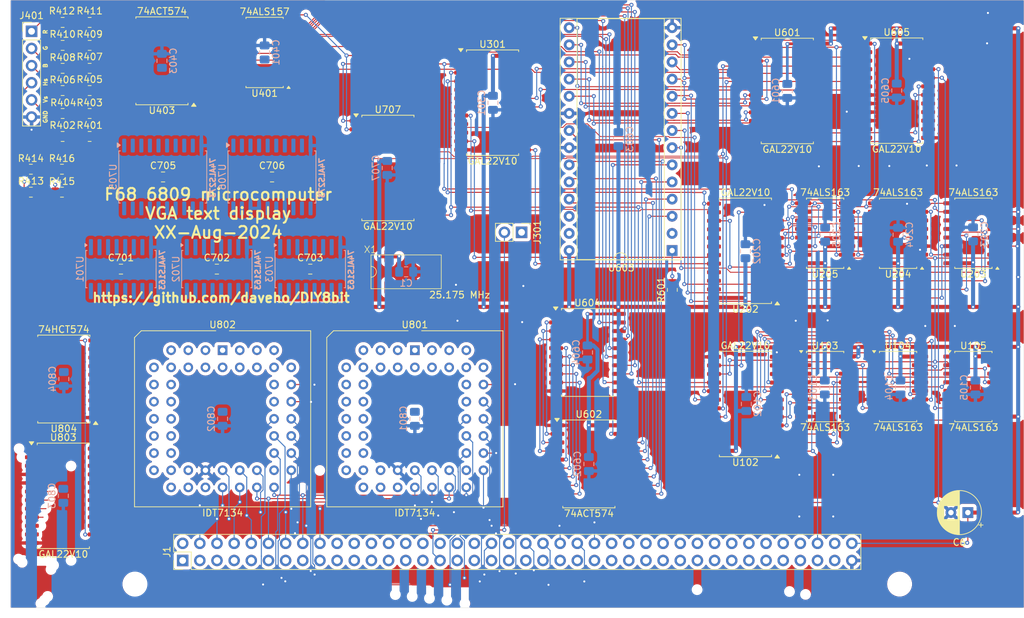
<source format=kicad_pcb>
(kicad_pcb (version 20240108) (generator "pcbnew") (generator_version "8.0")
  (title_block (rev "1"))
  (layers (0 "F.Cu" signal "Front") (31 "B.Cu" signal "Back") (34 "B.Paste" user) (35 "F.Paste" user) (36 "B.SilkS" user "B.Silkscreen") (37 "F.SilkS" user "F.Silkscreen") (38 "B.Mask" user) (39 "F.Mask" user) (44 "Edge.Cuts" user))
  (net 0 "")
  (net 1 "VCC")
  (net 2 "GND")
  (net 3 "/~{IRQ}")
  (net 4 "/PC0")
  (net 5 "/PC1")
  (net 6 "/PC2")
  (net 7 "/PC3")
  (net 8 "/PC4")
  (net 9 "/PC5")
  (net 10 "/PC6")
  (net 11 "/PC7")
  (net 12 "/IRQ3")
  (net 13 "/~{IRQ1}")
  (net 14 "/~{IRQ2}")
  (net 15 "/~{IRQ4}")
  (net 16 "/~{IRQ5}")
  (net 17 "/IRQ6")
  (net 18 "/~{IRQ7}")
  (net 19 "/TCOUNT2")
  (net 20 "/~{IOR1}")
  (net 21 "/~{IOR2}")
  (net 22 "/~{IOR3}")
  (net 23 "/~{IODEV0}")
  (net 24 "/~{IODEV1}")
  (net 25 "/~{IODEV2}")
  (net 26 "/~{IODEV3}")
  (net 27 "/~{IODEV4}")
  (net 28 "/~{IODEV5}")
  (net 29 "/~{IODEV6}")
  (net 30 "/~{IODEV7}")
  (net 31 "/~{IODEV8}")
  (net 32 "/~{IODEV9}")
  (net 33 "/R~{W}")
  (net 34 "/~{IODEV10}")
  (net 35 "/~{ROMEN}")
  (net 36 "/~{IODEV11}")
  (net 37 "/E")
  (net 38 "/~{IODEV12}")
  (net 39 "/~{IODEV13}")
  (net 40 "/~{IODEV14}")
  (net 41 "/~{IODEV15}")
  (net 42 "/RST")
  (net 43 "/HostA12")
  (net 44 "/HostA1")
  (net 45 "/HostA0")
  (net 47 "/HostD1")
  (net 48 "/HostA15")
  (net 49 "/HostD3")
  (net 50 "/HostA13")
  (net 52 "/HostA11")
  (net 53 "/HostD6")
  (net 55 "/HostD5")
  (net 56 "/-HostRMEM")
  (net 57 "/HostA8")
  (net 59 "/HostD7")
  (net 60 "/HostD4")
  (net 61 "/HostA3")
  (net 63 "/-HostWMEM")
  (net 64 "/~{RAMEN}")
  (net 65 "/-RST")
  (net 66 "/HostA5")
  (net 68 "/HostA4")
  (net 69 "/HostA9")
  (net 70 "/HostA6")
  (net 72 "/HostD0")
  (net 73 "/HostA14")
  (net 74 "/HostD2")
  (net 75 "/HostA10")
  (net 78 "/HostA2")
  (net 79 "/HostA7")
  (net 81 "/VRefresh")
  (net 82 "/Output/VSyncOut")
  (net 83 "/Output/Bout")
  (net 84 "/Output/Rout")
  (net 85 "/Output/HSyncOut")
  (net 86 "/Output/Gout")
  (net 87 "Net-(R401-Pad1)")
  (net 88 "/Output/Blue")
  (net 89 "/Output/Intense")
  (net 90 "Net-(R403-Pad2)")
  (net 91 "Net-(R405-Pad1)")
  (net 92 "/Output/Green")
  (net 93 "Net-(R407-Pad2)")
  (net 94 "/Output/Red")
  (net 95 "Net-(R409-Pad1)")
  (net 96 "Net-(R411-Pad2)")
  (net 97 "Net-(U403-Q6)")
  (net 98 "Net-(U403-Q7)")
  (net 99 "/FontA15")
  (net 100 "/HCount/HC9")
  (net 101 "/HCount/HC6")
  (net 102 "/HCount/HC0")
  (net 103 "/HCount/HC4")
  (net 104 "/HCount/HC2")
  (net 105 "/HEndPulse")
  (net 106 "/HCount/HC1")
  (net 107 "/HCount/HC5")
  (net 108 "/HCount/-HCOUNT_CLR")
  (net 109 "/HCount/HC8")
  (net 110 "/HCount/HC7")
  (net 111 "/HCount/HC3")
  (net 112 "Net-(U103-TC)")
  (net 113 "/CLK")
  (net 114 "Net-(U104-TC)")
  (net 115 "/HCount/HC10")
  (net 116 "/HCount/HC11")
  (net 118 "/VCount/VC4")
  (net 119 "/VC0")
  (net 120 "/VCount/VC5")
  (net 121 "/VCount/VC7")
  (net 122 "/VCount/VC8")
  (net 123 "/VC3")
  (net 124 "/VC2")
  (net 125 "/VC1")
  (net 126 "/VCount/VC6")
  (net 127 "/VCount/-VCOUNT_CLR")
  (net 128 "/VCount/VC9")
  (net 129 "Net-(U203-TC)")
  (net 130 "Net-(U204-TC)")
  (net 134 "/VSync")
  (net 135 "/-VIS")
  (net 136 "/HSync")
  (net 137 "/BGRed")
  (net 138 "/FGRed")
  (net 139 "Net-(U401-Zc)")
  (net 140 "/FGGreen")
  (net 141 "/Pixel")
  (net 142 "/BGBlue")
  (net 143 "/BGIntens")
  (net 144 "Net-(U401-Zb)")
  (net 145 "/FGIntens")
  (net 146 "Net-(U401-Za)")
  (net 147 "/BGGreen")
  (net 148 "/FGBlue")
  (net 149 "Net-(U401-Zd)")
  (net 152 "/Pixgen/CD2")
  (net 153 "/Pixgen/CD6")
  (net 154 "/Pixgen/CD3")
  (net 155 "/Pixgen/CD5")
  (net 156 "/Pixgen/CD4")
  (net 157 "/Pixgen/CD0")
  (net 158 "/Pixgen/CD1")
  (net 159 "/Pixgen/CD7")
  (net 160 "/ReadoutD5")
  (net 161 "/ReadoutD0")
  (net 162 "/Pixgen/CRA11")
  (net 163 "/ReadoutD1")
  (net 164 "/ReadoutD6")
  (net 165 "/ReadoutD4")
  (net 166 "/ReadoutD2")
  (net 167 "/Pixgen/CRA7")
  (net 168 "/Pixgen/CRA9")
  (net 169 "/ReadoutD7")
  (net 170 "/Pixgen/CRA5")
  (net 171 "/Pixgen/CRA8")
  (net 172 "/Pixgen/LoadCharCP")
  (net 173 "/Pixgen/CRA4")
  (net 174 "/Pixgen/CRA6")
  (net 175 "/Pixgen/CRA10")
  (net 176 "/ReadoutD3")
  (net 177 "/FontA14")
  (net 178 "/FontA12")
  (net 179 "/FontA13")
  (net 180 "/Pixgen/LoadAttrCP")
  (net 181 "/Readout/RowBeginA0")
  (net 182 "/ReadoutA1")
  (net 183 "/ReadoutA3")
  (net 184 "/ReadoutA2")
  (net 185 "/Readout/RowBeginA2")
  (net 186 "/ReadoutA0")
  (net 187 "/Readout/IncrReadoutAddr")
  (net 188 "/Readout/RowBeginA1")
  (net 189 "/Readout/RowBeginA3")
  (net 190 "/Readout/-LoadReadoutAddr")
  (net 191 "Net-(U701-TC)")
  (net 192 "/ReadoutA7")
  (net 193 "/ReadoutA5")
  (net 194 "/ReadoutA4")
  (net 195 "Net-(U702-TC)")
  (net 196 "/Readout/RowBeginA4")
  (net 197 "/Readout/RowBeginA5")
  (net 198 "/ReadoutA6")
  (net 199 "/Readout/RowBeginA7")
  (net 200 "/Readout/RowBeginA6")
  (net 201 "/Readout/RowBeginA8")
  (net 202 "/Readout/RowBeginA9")
  (net 203 "/ReadoutA9")
  (net 204 "/ReadoutA11")
  (net 205 "/Readout/RowBeginA10")
  (net 206 "/ReadoutA10")
  (net 207 "/Readout/ReadoutAddrTCnt")
  (net 208 "/ReadoutA8")
  (net 209 "/Readout/RowBeginA11")
  (net 210 "/Readout/UpdateRowBeginCP")
  (net 211 "/Readout/-RowBeginClear")
  (net 212 "/Readout/RowBeginA12")
  (net 216 "/ReadoutA12")
  (net 218 "/VRAM/BankA11")
  (net 219 "/VRAM/-LowerOE")
  (net 220 "/VRAM/-LowerCE")
  (net 223 "/VRAM/ReadoutA0")
  (net 225 "/VRAM/LowerR{slash}-W")
  (net 227 "/VRAM/-ReadoutA12")
  (net 228 "/VRAM/UpperR{slash}-W")
  (net 230 "/VRAM/-UpperCE")
  (net 233 "/VRAM/-UpperOE")
  (net 234 "/VRAM/VBankRegCP")
  (net 235 "/VRAM/BankA12")
  (net 240 "/HVisEnd")
  (net 242 "/HEndActive")
  (net 244 "/HBeginPulse")
  (net 245 "/HBeginActive")
  (net 246 "/HCOUNT_END")
  (net 248 "/VEndActive")
  (net 250 "/VCOUNT_ZERO")
  (net 251 "/VVisEnd")
  (net 252 "/VCOUNT_END")
  (net 254 "/VBeginPulse")
  (net 255 "/VEndPulse")
  (net 257 "/VActPrev")
  (net 258 "/VVis")
  (net 260 "/VActive")
  (net 261 "/HVis")
  (net 262 "/Pixgen/-SRShift")
  (net 263 "/Pixgen/Q0")
  (net 264 "/Pixgen/Q5")
  (net 265 "/Pixgen/Q1")
  (net 266 "/Pixgen/Q4")
  (net 267 "/Pixgen/Q6")
  (net 268 "/Pixgen/Q2")
  (net 271 "/Pixgen/-SRLoad")
  (net 272 "/Pixgen/Q3")
  (net 273 "/Pixgen/Count1")
  (net 275 "/Pixgen/Active")
  (net 276 "/Pixgen/Phase")
  (net 277 "/Pixgen/Count0")
  (net 279 "/Readout/Phase")
  (net 280 "/Readout/Count1")
  (net 281 "/Readout/Active")
  (net 282 "/Readout/Count0")
  (footprint "MountingHole:MountingHole_3.2mm_M3" (layer "F.Cu") (at 195.1 144.92)
    (property "Reference" "REF**")
    (property "Value" "MountingHole_3.2mm_M3")
  )
  (footprint "MountingHole:MountingHole_3.2mm_M3" (layer "F.Cu") (at 81.9 144.92)
    (property "Reference" "REF**")
    (property "Value" "MountingHole_3.2mm_M3")
  )
  (footprint "Resistor_SMD:R_0805_2012Metric_Pad1.20x1.40mm_HandSolder" (layer "F.Cu") (at 75.2 68.5 180)
    (property "Reference" "R407")
    (property "Value" "1K")
  )
  (footprint "Package_SO:SOIC-24W_7.5x15.4mm_P1.27mm" (layer "F.Cu") (at 119.35 83.2625)
    (property "Reference" "U707")
    (property "Value" "GAL22V10")
  )
  (footprint "Resistor_SMD:R_0805_2012Metric_Pad1.20x1.40mm_HandSolder" (layer "F.Cu") (at 75.2 65.1)
    (property "Reference" "R409")
    (property "Value" "620")
  )
  (footprint "Package_LCC:PLCC-52_THT-Socket" (layer "F.Cu") (at 94.88 110.27)
    (property "Reference" "U802")
    (property "Value" "IDT7134")
  )
  (footprint "Resistor_SMD:R_0805_2012Metric_Pad1.20x1.40mm_HandSolder" (layer "F.Cu") (at 71.2 68.5 180)
    (property "Reference" "R408")
    (property "Value" "390")
  )
  (footprint "Package_SO:SOIC-20W_7.5x12.8mm_P1.27mm" (layer "F.Cu") (at 85.9 67.39 180)
    (property "Reference" "U403")
    (property "Value" "74ACT574")
  )
  (footprint "Package_SO:SOIC-24W_7.5x15.4mm_P1.27mm" (layer "F.Cu") (at 194.675 71.815)
    (property "Reference" "U605")
    (property "Value" "GAL22V10")
  )
  (footprint "Resistor_SMD:R_0805_2012Metric_Pad1.20x1.40mm_HandSolder" (layer "F.Cu") (at 71.2 75.2 180)
    (property "Reference" "R404")
    (property "Value" "390")
  )
  (footprint "Package_SO:SOIC-16W_5.3x10.2mm_P1.27mm" (layer "F.Cu") (at 206.025 92.94 180)
    (property "Reference" "U203")
    (property "Value" "74ALS163")
  )
  (footprint "Resistor_SMD:R_0805_2012Metric_Pad1.20x1.40mm_HandSolder" (layer "F.Cu") (at 75.2 78.6)
    (property "Reference" "R401")
    (property "Value" "620")
  )
  (footprint "Resistor_SMD:R_0805_2012Metric_Pad1.20x1.40mm_HandSolder" (layer "F.Cu") (at 66.5 86.85)
    (property "Reference" "R413")
    (property "Value" "2K")
  )
  (footprint "Resistor_SMD:R_0805_2012Metric_Pad1.20x1.40mm_HandSolder" (layer "F.Cu") (at 71.1 83.45 180)
    (property "Reference" "R416")
    (property "Value" "3K")
  )
  (footprint "Package_SO:SOIC-24W_7.5x15.4mm_P1.27mm" (layer "F.Cu") (at 172.275 118.235 180)
    (property "Reference" "U102")
    (property "Value" "GAL22V10")
  )
  (footprint "Capacitor_SMD:C_0805_2012Metric_Pad1.18x1.45mm_HandSolder" (layer "F.Cu") (at 102.2 84.6)
    (property "Reference" "C706")
    (property "Value" "100 nF")
  )
  (footprint "Resistor_SMD:R_0805_2012Metric_Pad1.20x1.40mm_HandSolder" (layer "F.Cu") (at 75.2 75.2 180)
    (property "Reference" "R403")
    (property "Value" "1K")
  )
  (footprint "Package_SO:SOIC-20W_7.5x12.8mm_P1.27mm" (layer "F.Cu") (at 148.9 110.6)
    (property "Reference" "U604")
    (property "Value" "74ACT574")
  )
  (footprint "Package_DIP:DIP-28_W15.24mm_Socket" (layer "F.Cu") (at 161.425 95.5 180)
    (property "Reference" "U603")
    (property "Value" "27SF512")
  )
  (footprint "Package_LCC:PLCC-52_THT-Socket" (layer "F.Cu") (at 123.34 110.27)
    (property "Reference" "U801")
    (property "Value" "IDT7134")
  )
  (footprint "Package_SO:SOIC-16W_5.3x10.2mm_P1.27mm" (layer "F.Cu") (at 194.875 115.655)
    (property "Reference" "U104")
    (property "Value" "74ALS163")
  )
  (footprint "Capacitor_SMD:C_0805_2012Metric_Pad1.18x1.45mm_HandSolder" (layer "F.Cu") (at 94.03 98.25)
    (property "Reference" "C702")
    (property "Value" "100 nF")
  )
  (footprint "Package_SO:SOIC-16W_5.3x10.2mm_P1.27mm" (layer "F.Cu") (at 101.1 66.155 180)
    (property "Reference" "U401")
    (property "Value" "74ALS157")
  )
  (footprint "Package_SO:SOIC-20W_7.5x12.8mm_P1.27mm" (layer "F.Cu") (at 71.375 114.535 180)
    (property "Reference" "U804")
    (property "Value" "74HCT574")
  )
  (footprint "Package_SO:SOIC-16W_5.3x10.2mm_P1.27mm" (layer "F.Cu") (at 206.025 115.655)
    (property "Reference" "U105")
    (property "Value" "74ALS163")
  )
  (footprint "Resistor_SMD:R_0805_2012Metric_Pad1.20x1.40mm_HandSolder" (layer "F.Cu") (at 71.2 71.8)
    (property "Reference" "R406")
    (property "Value" "75")
  )
  (footprint "Resistor_SMD:R_0805_2012Metric_Pad1.20x1.40mm_HandSolder" (layer "F.Cu") (at 71.2 65.1)
    (property "Reference" "R410")
    (property "Value" "75")
  )
  (footprint "Resistor_SMD:R_0805_2012Metric_Pad1.20x1.40mm_HandSolder" (layer "F.Cu") (at 75.2 61.7 180)
    (property "Reference" "R411")
    (property "Value" "1K")
  )
  (footprint "Package_SO:SOIC-16W_5.3x10.2mm_P1.27mm" (layer "F.Cu") (at 184.075 115.655)
    (property "Reference" "U103")
    (property "Value" "74ALS163")
  )
  (footprint "Connector_PinHeader_2.54mm:PinHeader_2x40_P2.54mm_Vertical" (layer "F.Cu") (at 88.97 141.42 90)
    (property "Reference" "J1")
    (property "Value" "Conn_02x40_Odd_Even")
  )
  (footprint "SG-636P:SG-636P" (layer "F.Cu") (at 122.05 98.65)
    (property "Reference" "X1")
    (property "Value" "25.175 MHz")
  )
  (footprint "Package_SO:SOIC-16W_5.3x10.2mm_P1.27mm" (layer "F.Cu") (at 184.075 92.94 180)
    (property "Reference" "U205")
    (property "Value" "74ALS163")
  )
  (footprint "Resistor_SMD:R_0805_2012Metric_Pad1.20x1.40mm_HandSolder" (layer "F.Cu") (at 71.2 61.7 180)
    (property "Reference" "R412")
    (property "Value" "390")
  )
  (footprint "Resistor_SMD:R_0805_2012Metric_Pad1.20x1.40mm_HandSolder" (layer "F.Cu") (at 71.1 86.85)
    (property "Reference" "R415")
    (property "Value" "2K")
  )
  (footprint "Resistor_SMD:R_0805_2012Metric_Pad1.20x1.40mm_HandSolder" (layer "F.Cu") (at 161.45 101.325 90)
    (property "Reference" "R601")
    (property "Value" "4k7")
  )
  (footprint "Package_SO:SOIC-20W_7.5x12.8mm_P1.27mm" (layer "F.Cu") (at 149.1 127.11)
    (property "Reference" "U602")
    (property "Value" "74ACT574")
  )
  (footprint "Connector_PinHeader_2.54mm:PinHeader_1x06_P2.54mm_Vertical" (layer "F.Cu") (at 66.6 63.02)
    (property "Reference" "J401")
    (property "Value" "Conn_01x06")
  )
  (footprint "Resistor_SMD:R_0805_2012Metric_Pad1.20x1.40mm_HandSolder" (layer "F.Cu") (at 75.2 71.8)
    (property "Reference" "R405")
    (property "Value" "620")
  )
  (footprint "Resistor_SMD:R_0805_2012Metric_Pad1.20x1.40mm_HandSolder" (layer "F.Cu") (at 66.5 83.45 180)
    (property "Reference" "R414")
    (property "Value" "3K")
  )
  (footprint "Package_SO:SOIC-24W_7.5x15.4mm_P1.27mm" (layer "F.Cu") (at 172.275 95.54 180)
    (property "Reference" "U202")
    (property "Value" "GAL22V10")
  )
  (footprint "Capacitor_SMD:C_0805_2012Metric_Pad1.18x1.45mm_HandSolder" (layer "F.Cu") (at 107.855 98.25)
    (property "Reference" "C703")
    (property "Value" "100 nF")
  )
  (footprint "Package_SO:SOIC-24W_7.5x15.4mm_P1.27mm" (layer "F.Cu") (at 134.85 73.59)
    (property "Reference" "U301")
    (property "Value" "GAL22V10")
  )
  (footprint "Capacitor_SMD:C_0805_2012Metric_Pad1.18x1.45mm_HandSolder" (layer "F.Cu") (at 86.065 84.6)
    (property "Reference" "C705")
    (property "Value" "100 nF")
  )
  (footprint "Package_SO:SOIC-24W_7.5x15.4mm_P1.27mm" (layer "F.Cu") (at 178.475 71.855)
    (property "Reference" "U601")
    (property "Value" "GAL22V10")
  )
  (footprint "Capacitor_SMD:C_0805_2012Metric_Pad1.18x1.45mm_HandSolder" (layer "F.Cu") (at 79.83 98.25)
    (property "Reference" "C701")
    (property "Value" "100 nF")
  )
  (footprint "Package_SO:SOIC-24W_7.5x15.4mm_P1.27mm" (layer "F.Cu") (at 71.3 131.84)
    (property "Reference" "U803")
    (property "Value" "GAL22V10")
  )
  (footprint "Connector_PinHeader_2.54mm:PinHeader_1x02_P2.54mm_Vertical" (layer "F.Cu") (at 139.14 92.8 -90)
    (property "Reference" "J301")
    (property "Value" "Conn_01x02")
  )
  (footprint "Package_SO:SOIC-16W_5.3x10.2mm_P1.27mm" (layer "F.Cu") (at 194.875 92.94 180)
    (property "Reference" "U204")
    (property "Value" "74ALS163")
  )
  (footprint "Resistor_SMD:R_0805_2012Metric_Pad1.20x1.40mm_HandSolder" (layer "F.Cu") (at 71.2 78.6)
    (property "Reference" "R402")
    (property "Value" "75")
  )
  (footprint "Capacitor_THT:CP_Radial_D6.3mm_P2.50mm" (layer "F.Cu") (at 205.2 134.32 180)
    (property "Reference" "C6")
    (property "Value" "22μF")
  )
  (footprint "Capacitor_SMD:C_0805_2012Metric_Pad1.18x1.45mm_HandSolder" (layer "B.Cu") (at 85.9 67.39 90)
    (property "Reference" "C403")
    (property "Value" "100 nF")
  )
  (footprint "Capacitor_SMD:C_0805_2012Metric_Pad1.18x1.45mm_HandSolder" (layer "B.Cu") (at 178.475 71.85 -90)
    (property "Reference" "C601")
    (property "Value" "100 nF")
  )
  (footprint "Capacitor_SMD:C_0805_2012Metric_Pad1.18x1.45mm_HandSolder" (layer "B.Cu") (at 94.88 120.43 -90)
    (property "Reference" "C802")
    (property "Value" "100 nF")
  )
  (footprint "Capacitor_SMD:C_0805_2012Metric_Pad1.18x1.45mm_HandSolder" (layer "B.Cu") (at 148.9 110.6 -90)
    (property "Reference" "C604")
    (property "Value" "100 nF")
  )
  (footprint "Capacitor_SMD:C_0805_2012Metric_Pad1.18x1.45mm_HandSolder" (layer "B.Cu") (at 206.325 115.7875 -90)
    (property "Reference" "C105")
    (property "Value" "100 nF")
  )
  (footprint "Capacitor_SMD:C_0805_2012Metric_Pad1.18x1.45mm_HandSolder" (layer "B.Cu") (at 195.225 115.7875 -90)
    (property "Reference" "C104")
    (property "Value" "100 nF")
  )
  (footprint "Capacitor_SMD:C_0805_2012Metric_Pad1.18x1.45mm_HandSolder" (layer "B.Cu") (at 184.025 115.7875 -90)
    (property "Reference" "C103")
    (property "Value" "100 nF")
  )
  (footprint "Package_SO:SOIC-20W_7.5x12.8mm_P1.27mm" (layer "B.Cu") (at 86.025 84.6 -90)
    (property "Reference" "U705")
    (property "Value" "74ALS273")
  )
  (footprint "Capacitor_SMD:C_0805_2012Metric_Pad1.18x1.45mm_HandSolder" (layer "B.Cu") (at 123.34 120.43 -90)
    (property "Reference" "C801")
    (property "Value" "100 nF")
  )
  (footprint "Capacitor_SMD:C_0805_2012Metric_Pad1.18x1.45mm_HandSolder" (layer "B.Cu") (at 71.3 131.84 -90)
    (property "Reference" "C803")
    (property "Value" "100 nF")
  )
  (footprint "Package_SO:SOIC-20W_7.5x12.8mm_P1.27mm" (layer "B.Cu") (at 102.185 84.6 -90)
    (property "Reference" "U706")
    (property "Value" "74ALS273")
  )
  (footprint "Package_SO:SOIC-16W_5.3x10.2mm_P1.27mm" (layer "B.Cu") (at 79.83 98.25 -90)
    (property "Reference" "U701")
    (property "Value" "74ALS163")
  )
  (footprint "Package_SO:SOIC-16W_5.3x10.2mm_P1.27mm" (layer "B.Cu") (at 94.03 98.25 -90)
    (property "Reference" "U702")
    (property "Value" "74ALS163")
  )
  (footprint "Capacitor_SMD:C_0805_2012Metric_Pad1.18x1.45mm_HandSolder" (layer "B.Cu") (at 184.075 93.1375 90)
    (property "Reference" "C205")
    (property "Value" "100 nF")
  )
  (footprint "Capacitor_SMD:C_0805_2012Metric_Pad1.18x1.45mm_HandSolder" (layer "B.Cu") (at 101.1 66.155 90)
    (property "Reference" "C401")
    (property "Value" "100 nF")
  )
  (footprint "Package_SO:SOIC-16W_5.3x10.2mm_P1.27mm" (layer "B.Cu") (at 107.855 98.25 -90)
    (property "Reference" "U703")
    (property "Value" "74ALS163")
  )
  (footprint "Capacitor_SMD:C_0805_2012Metric_Pad1.18x1.45mm_HandSolder" (layer "B.Cu") (at 134.9 73.6125 -90)
    (property "Reference" "C301")
    (property "Value" "100 nF")
  )
  (footprint "Capacitor_SMD:C_0805_2012Metric_Pad1.18x1.45mm_HandSolder" (layer "B.Cu") (at 205.975 93.1 90)
    (property "Reference" "C203")
    (property "Value" "100 nF")
  )
  (footprint "Capacitor_SMD:C_0805_2012Metric_Pad1.18x1.45mm_HandSolder" (layer "B.Cu") (at 172.4075 118.23 90)
    (property "Reference" "C102")
    (property "Value" "100 nF")
  )
  (footprint "Capacitor_SMD:C_0805_2012Metric_Pad1.18x1.45mm_HandSolder" (layer "B.Cu") (at 149.1 127.125 -90)
    (property "Reference" "C602")
    (property "Value" "100 nF")
  )
  (footprint "Capacitor_SMD:C_0805_2012Metric_Pad1.18x1.45mm_HandSolder" (layer "B.Cu") (at 194.675 71.8 -90)
    (property "Reference" "C605")
    (property "Value" "100 nF")
  )
  (footprint "Capacitor_SMD:C_0805_2012Metric_Pad1.18x1.45mm_HandSolder" (layer "B.Cu") (at 122.05 98.65)
    (property "Reference" "C1")
    (property "Value" "100 nF")
  )
  (footprint "Capacitor_SMD:C_0805_2012Metric_Pad1.18x1.45mm_HandSolder" (layer "B.Cu") (at 172.275 95.6 90)
    (property "Reference" "C202")
    (property "Value" "100 nF")
  )
  (footprint "Capacitor_SMD:C_0805_2012Metric_Pad1.18x1.45mm_HandSolder" (layer "B.Cu") (at 119.25 83.2625 -90)
    (property "Reference" "C707")
    (property "Value" "100 nF")
  )
  (footprint "Capacitor_SMD:C_0805_2012Metric_Pad1.18x1.45mm_HandSolder" (layer "B.Cu") (at 71.375 114.535 -90)
    (property "Reference" "C804")
    (property "Value" "100 nF")
  )
  (footprint "Capacitor_SMD:C_0805_2012Metric_Pad1.18x1.45mm_HandSolder" (layer "B.Cu") (at 194.875 93.1625 90)
    (property "Reference" "C204")
    (property "Value" "100 nF")
  )
  (footprint "Capacitor_SMD:C_0805_2012Metric_Pad1.18x1.45mm_HandSolder" (layer "B.Cu") (at 153.475 78.9875 90)
    (property "Reference" "C603")
    (property "Value" "100 nF")
  )
  (gr_line (start 63.5 58.4) (end 213.5 58.4) (stroke (width 0.0381)) (layer "Edge.Cuts"))
  (gr_line (start 213.5 148.42) (end 213.5 58.4) (stroke (width 0.0381)) (layer "Edge.Cuts"))
  (gr_line (start 63.5 148.42) (end 213.5 148.42) (stroke (width 0.0381)) (layer "Edge.Cuts"))
  (gr_line (start 63.5 58.4) (end 63.5 148.42) (stroke (width 0.0381)) (layer "Edge.Cuts"))
  (gr_text "74ALS163" (at 100.575 95.275 90) (layer "B.SilkS") (effects (font (size 0.8 0.8) (thickness 0.2) (bold yes)) (justify left bottom mirror)))
  (gr_text "74ALS163" (at 114.375 95.275 90) (layer "B.SilkS") (effects (font (size 0.8 0.8) (thickness 0.2) (bold yes)) (justify left bottom mirror)))
  (gr_text "74ALS273" (at 93.9 81.65 90) (layer "B.SilkS") (effects (font (size 0.8 0.8) (thickness 0.2) (bold yes)) (justify left bottom mirror)))
  (gr_text "74ALS163" (at 86.425 95.275 90) (layer "B.SilkS") (effects (font (size 0.8 0.8) (thickness 0.2) (bold yes)) (justify left bottom mirror)))
  (gr_text "74ALS273" (at 110.05 81.65 90) (layer "B.SilkS") (effects (font (size 0.8 0.8) (thickness 0.2) (bold yes)) (justify left bottom mirror)))
  (gr_text "Hs" (at 69 71.2 90) (layer "F.SilkS") (effects (font (size 0.6 0.6) (thickness 0.15) (bold yes)) (justify left bottom)))
  (gr_text "Vs" (at 69 73.7 90) (layer "F.SilkS") (effects (font (size 0.6 0.6) (thickness 0.15) (bold yes)) (justify left bottom)))
  (gr_text "B" (at 69 68.5 90) (layer "F.SilkS") (effects (font (size 0.6 0.6) (thickness 0.15) (bold yes)) (justify left bottom)))
  (gr_text "G" (at 69 65.9 90) (layer "F.SilkS") (effects (font (size 0.6 0.6) (thickness 0.15) (bold yes)) (justify left bottom)))
  (gr_text "R" (at 69 63.5 90) (layer "F.SilkS") (effects (font (size 0.6 0.6) (thickness 0.15) (bold yes)) (justify left bottom)))
  (gr_text "GND" (at 69 76.7 90) (layer "F.SilkS") (effects (font (size 0.6 0.6) (thickness 0.15) (bold yes)) (justify left bottom)))
  (gr_text "https://github.com/daveho/DIY8bit" (at 75.45 103.325 0) (layer "F.SilkS") (effects (font (size 1.4 1.4) (thickness 0.3048) (bold yes)) (justify left bottom)))
  (gr_text "F68 6809 microcomputer\nVGA text display\nXX-Aug-2024" (at 94.225 93.85 0) (layer "F.SilkS") (effects (font (size 1.75 1.75) (thickness 0.3048) (bold yes)) (justify bottom)))
  (segment (start 187.827 120.602) (end 187.325 120.1) (width 0.15) (layer "F.Cu") (net 1))
  (segment (start 178.53 64.87) (end 178.5 64.9) (width 0.4) (layer "F.Cu") (net 1))
  (segment (start 183.145 64.85) (end 183.125 64.87) (width 0.6) (layer "F.Cu") (net 1))
  (segment (start 209.275 89.765) (end 212.64 89.765) (width 0.15) (layer "F.Cu") (net 1))
  (segment (start 184.065 97.385) (end 184.075 97.375) (width 0.6) (layer "F.Cu") (net 1))
  (segment (start 170.925 109.85) (end 170.875 109.8) (width 0.6) (layer "F.Cu") (net 1))
  (segment (start 161.45 102.325) (end 161.45 103.8) (width 0.15) (layer "F.Cu") (net 1))
  (segment (start 197.623 120.602) (end 187.827 120.602) (width 0.15) (layer "F.Cu") (net 1))
  (segment (start 134.9 66.65) (end 139.455 66.65) (width 0.6) (layer "F.Cu") (net 1))
  (segment (start 153.45 103.85) (end 153.45 104.785) (width 0.6) (layer "F.Cu") (net 1))
  (segment (start 146.175 103.85) (end 133.525 103.85) (width 0.6) (layer "F.Cu") (net 1))
  (segment (start 206.325 109.775) (end 212.65 109.775) (width 0.6) (layer "F.Cu") (net 1))
  (segment (start 195.26 111.21) (end 195.225 111.175) (width 0.6) (layer "F.Cu") (net 1))
  (segment (start 189.075 109.775) (end 189 109.85) (width 0.6) (layer "F.Cu") (net 1))
  (segment (start 194.85 103.85) (end 205.975 103.85) (width 0.6) (layer "F.Cu") (net 1))
  (segment (start 189 111.15) (end 187.385 111.15) (width 0.6) (layer "F.Cu") (net 1))
  (segment (start 208.75 120.625) (end 198.65 120.625) (width 0.15) (layer "F.Cu") (net 1))
  (segment (start 184.075 103.85) (end 194.85 103.85) (width 0.6) (layer "F.Cu") (net 1))
  (segment (start 149.12 121.395) (end 149.1 121.375) (width 0.6) (layer "F.Cu") (net 1))
  (segment (start 198.125 93.575) (end 195.8 93.575) (width 0.15) (layer "F.Cu") (net 1))
  (segment (start 187.325 118.83) (end 187.325 120.1) (width 0.15) (layer "F.Cu") (net 1))
  (segment (start 153.55 104.885) (end 151.022288 104.885) (width 0.4) (layer "F.Cu") (net 1))
  (segment (start 198.125 92.305) (end 198.125 91.035) (width 0.15) (layer "F.Cu") (net 1))
  (segment (start 205.1 138.8) (end 205.2 138.7) (width 0.15) (layer "F.Cu") (net 1))
  (segment (start 193.185 97.385) (end 193.2 97.4) (width 0.6) (layer "F.Cu") (net 1))
  (segment (start 191.625 97.385) (end 193.185 97.385) (width 0.6) (layer "F.Cu") (net 1))
  (segment (start 198.125 111.21) (end 195.26 111.21) (width 0.6) (layer "F.Cu") (net 1))
  (segment (start 195.225 109.775) (end 189.075 109.775) (width 0.6) (layer "F.Cu") (net 1))
  (segment (start 212.645 92.305) (end 212.65 92.3) (width 0.15) (layer "F.Cu") (net 1))
  (segment (start 151.022288 104.885) (end 151.007288 104.9) (width 0.4) (layer "F.Cu") (net 1))
  (segment (start 202.775 97.385) (end 205.84 97.385) (width 0.6) (layer "F.Cu") (net 1))
  (segment (start 118.075 103.85) (end 103.3 103.85) (width 0.6) (layer "F.Cu") (net 1))
  (segment (start 183.125 64.87) (end 178.53 64.87) (width 0.4) (layer "F.Cu") (net 1))
  (segment (start 119.47 96.35) (end 118.075 96.35) (width 0.6) (layer "F.Cu") (net 1))
  (segment (start 193.2 97.4) (end 194.875 97.4) (width 0.6) (layer "F.Cu") (net 1))
  (segment (start 187.325 94.845) (end 184.23 94.845) (width 0.6) (layer "F.Cu") (net 1))
  (segment (start 198.125 120.1) (end 197.623 120.602) (width 0.15) (layer "F.Cu") (net 1))
  (segment (start 212.625 103.85) (end 212.65 103.825) (width 0.6) (layer "F.Cu") (net 1))
  (segment (start 205.84 97.385) (end 205.975 97.25) (width 0.6) (layer "F.Cu") (net 1))
  (segment (start 153.45 104.785) (end 153.55 104.885) (width 0.6) (layer "F.Cu") (net 1))
  (segment (start 199.325 64.83) (end 194.705 64.83) (width 0.6) (layer "F.Cu") (net 1))
  (segment (start 209.24 111.175) (end 206.325 111.175) (width 0.6) (layer "F.Cu") (net 1))
  (segment (start 194.705 64.83) (end 194.7 64.825) (width 0.4) (layer "F.Cu") (net 1))
  (segment (start 198.65 120.625) (end 198.125 120.1) (width 0.15) (layer "F.Cu") (net 1))
  (segment (start 204.375 109.775) (end 206.325 109.775) (width 0.6) (layer "F.Cu") (net 1))
  (segment (start 205.2 138.7) (end 205.2 134.32) (width 0.15) (layer "F.Cu") (net 1))
  (segment (start 172.25 103.85) (end 161.5 103.85) (width 0.6) (layer "F.Cu") (net 1))
  (segment (start 204.35 62.6) (end 194.675 62.6) (width 0.6) (layer "F.Cu") (net 1))
  (segment (start 204.375 109.775) (end 195.225 109.775) (width 0.6) (layer "F.Cu") (net 1))
  (segment (start 184.23 94.845) (end 184.075 95) (width 0.6) (layer "F.Cu") (net 1))
  (segment (start 212.625 99.4) (end 212.65 99.425) (width 0.6) (layer "F.Cu") (net 1))
  (segment (start 205.975 103.85) (end 212.625 103.85) (width 0.6) (layer "F.Cu") (net 1))
  (segment (start 184.925 64.85) (end 183.145 64.85) (width 0.6) (layer "F.Cu") (net 1))
  (segment (start 198.125 93.575) (end 198.125 92.305) (width 0.15) (layer "F.Cu") (net 1))
  (segment (start 180.825 97.385) (end 184.065 97.385) (width 0.6) (layer "F.Cu") (net 1))
  (segment (start 153.45 103.85) (end 146.175 103.85) (width 0.6) (layer "F.Cu") (net 1))
  (segment (start 119.4825 96.3625) (end 119.47 96.35) (width 0.6) (layer "F.Cu") (net 1))
  (segment (start 167.625 102.525) (end 172.275 102.525) (width 0.6) (layer "F.Cu") (net 1))
  (segment (start 212.64 89.765) (end 212.65 89.775) (width 0.15) (layer "F.Cu") (net 1))
  (segment (start 172.25 103.85) (end 184.075 103.85) (width 0.6) (layer "F.Cu") (net 1))
  (segment (start 204.375 62.575) (end 204.35 62.6) (width 0.6) (layer "F.Cu") (net 1))
  (segment (start 212.555 134.32) (end 205.2 134.32) (width 0.6) (layer "F.Cu") (net 1))
  (segment (start 139.455 66.65) (end 139.5 66.605) (width 0.6) (layer "F.Cu") (net 1))
  (segment (start 212.625 134.25) (end 212.555 134.32) (width 0.6) (layer "F.Cu") (net 1))
  (segment (start 209.275 120.1) (end 212.65 120.1) (width 0.6) (layer "F.Cu") (net 1))
  (segment (start 121.0125 96.3625) (end 119.4825 96.3625) (width 0.6) (layer "F.Cu") (net 1))
  (segment (start 209.275 92.305) (end 212.645 92.305) (width 0.15) (layer "F.Cu") (net 1))
  (segment (start 161.45 103.8) (end 161.5 103.85) (width 0.15) (layer "F.Cu") (net 1))
  (segment (start 187.385 111.15) (end 187.325 111.21) (width 0.6) (layer "F.Cu") (net 1))
  (segment (start 212.545 94.845) (end 212.55 94.85) (width 0.15) (layer "F.Cu") (net 1))
  (segment (start 133.525 103.85) (end 118.075 103.85) (width 0.6) (layer "F.Cu") (net 1))
  (segment (start 103.3 103.85) (end 103.2 103.75) (width 0.6) (layer "F.Cu") (net 1))
  (segment (start 161.5 103.85) (end 153.45 103.85) (width 0.6) (layer "F.Cu") (net 1))
  (segment (start 167.67 125.175) (end 167.625 125.22) (width 0.6) (layer "F.Cu") (net 1))
  (segment (start 189 109.85) (end 184.05 109.85) (width 0.6) (layer "F.Cu") (net 1))
  (segment (start 194.675 62.6) (end 184.925 62.6) (width 0.6) (layer "F.Cu") (net 1))
  (segment (start 170.875 125.175) (end 167.67 125.175) (width 0.6) (layer "F.Cu") (net 1))
  (segment (start 151.007288 104.9) (end 148.9 104.9) (width 0.4) (layer "F.Cu") (net 1))
  (segment (start 180.825 118.83) (end 187.325 118.83) (width 0.15) (layer "F.Cu") (net 1))
  (segment (start 184.05 109.85) (end 170.925 109.85) (width 0.6) (layer "F.Cu") (net 1))
  (segment (start 212.675 62.575) (end 204.375 62.575) (width 0.6) (layer "F.Cu") (net 1))
  (segment (start 153.75 121.395) (end 149.12 121.395) (width 0.6) (layer "F.Cu") (net 1))
  (segment (start 209.275 94.845) (end 212.545 94.845) (width 0.15) (layer "F.Cu") (net 1))
  (segment (start 209.275 111.21) (end 209.24 111.175) (width 0.6) (layer "F.Cu") (net 1))
  (segment (start 209.275 120.1) (end 208.75 120.625) (width 0.15) (layer "F.Cu") (net 1))
  (segment (start 180.835 97.375) (end 180.825 97.385) (width 0.6) (layer "F.Cu") (net 1))
  (via (at 184.925 64.85) (size 0.6) (drill 0.3) (layers "F.Cu" "B.Cu") (net 1))
  (via (at 134.9 66.65) (size 0.6) (drill 0.3) (layers "F.Cu" "B.Cu") (net 1))
  (via (at 205.1 138.8) (size 0.6) (drill 0.3) (layers "F.Cu" "B.Cu") (net 1))
  (via (at 194.875 97.4) (size 0.6) (drill 0.3) (layers "F.Cu" "B.Cu") (net 1))
  (via (at 118.075 96.35) (size 0.6) (drill 0.3) (layers "F.Cu" "B.Cu") (net 1))
  (via (at 212.55 94.85) (size 0.6) (drill 0.3) (layers "F.Cu" "B.Cu") (net 1))
  (via (at 205.975 97.25) (size 0.6) (drill 0.3) (layers "F.Cu" "B.Cu") (net 1))
  (via (at 170.875 109.8) (size 0.6) (drill 0.3) (layers "F.Cu" "B.Cu") (net 1))
  (via (at 189 111.15) (size 0.6) (drill 0.3) (layers "F.Cu" "B.Cu") (net 1))
  (via (at 184.925 62.6) (size 0.6) (drill 0.3) (layers "F.Cu" "B.Cu") (net 1))
  (via (at 148.9 104.9) (size 0.6) (drill 0.3) (layers "F.Cu" "B.Cu") (net 1))
  (via (at 121.0125 96.3625) (size 0.6) (drill 0.3) (layers "F.Cu" "B.Cu") (net 1))
  (via (at 212.625 134.25) (size 0.6) (drill 0.3) (layers "F.Cu" "B.Cu") (net 1))
  (via (at 189 109.85) (size 0.6) (drill 0.3) (layers "F.Cu" "B.Cu") (net 1))
  (via (at 178.5 64.9) (size 0.6) (drill 0.3) (layers "F.Cu" "B.Cu") (net 1))
  (via (at 118.075 103.85) (size 0.6) (drill 0.3) (layers "F.Cu" "B.Cu") (net 1))
  (via (at 212.65 109.775) (size 0.6) (drill 0.3) (layers "F.Cu" "B.Cu") (net 1))
  (via (at 133.525 103.85) (size 0.6) (drill 0.3) (layers "F.Cu" "B.Cu") (net 1))
  (via (at 206.325 109.775) (size 0.6) (drill 0.3) (layers "F.Cu" "B.Cu") (net 1))
  (via (at 194.705 64.83) (size 0.6) (drill 0.3) (layers "F.Cu" "B.Cu") (net 1))
  (via (at 206.325 111.175) (size 0.6) (drill 0.3) (layers "F.Cu" "B.Cu") (net 1))
  (via (at 149.1 121.375) (size 0.6) (drill 0.3) (layers "F.Cu" "B.Cu") (net 1))
  (via (at 184.05 109.85) (size 0.6) (drill 0.3) (layers "F.Cu" "B.Cu") (net 1))
  (via (at 146.175 103.85) (size 0.6) (drill 0.3) (layers "F.Cu" "B.Cu") (net 1))
  (via (at 212.675 62.575) (size 0.6) (drill 0.3) (layers "F.Cu" "B.Cu") (net 1))
  (via (at 172.275 102.525) (size 0.6) (drill 0.3) (layers "F.Cu" "B.Cu") (net 1))
  (via (at 184.075 103.85) (size 0.6) (drill 0.3) (layers "F.Cu" "B.Cu") (net 1))
  (via (at 195.225 109.775) (size 0.6) (drill 0.3) (layers "F.Cu" "B.Cu") (net 1))
  (via (at 194.675 62.6) (size 0.6) (drill 0.3) (layers "F.Cu" "B.Cu") (net 1))
  (via (at 184.075 97.375) (size 0.6) (drill 0.3) (layers "F.Cu" "B.Cu") (net 1))
  (via (at 212.65 92.3) (size 0.6) (drill 0.3) (layers "F.Cu" "B.Cu") (net 1))
  (via (at 194.85 103.85) (size 0.6) (drill 0.3) (layers "F.Cu" "B.Cu") (net 1))
  (via (at 172.25 103.85) (size 0.6) (drill 0.3) (layers "F.Cu" "B.Cu") (net 1))
  (via (at 195.8 93.575) (size 0.6) (drill 0.3) (layers "F.Cu" "B.Cu") (net 1))
  (via (at 195.225 111.175) (size 0.6) (drill 0.3) (layers "F.Cu" "B.Cu") (net 1))
  (via (at 184.075 95) (size 0.6) (drill 0.3) (layers "F.Cu" "B.Cu") (net 1))
  (via (at 212.65 120.1) (size 0.6) (drill 0.3) (layers "F.Cu" "B.Cu") (net 1))
  (via (at 205.975 103.85) (size 0.6) (drill 0.3) (layers "F.Cu" "B.Cu") (net 1))
  (via (at 153.45 103.85) (size 0.6) (drill 0.3) (layers "F.Cu" "B.Cu") (net 1))
  (via (at 212.65 89.775) (size 0.6) (drill 0.3) (layers "F.Cu" "B.Cu") (net 1))
  (via (at 170.875 125.175) (size 0.6) (drill 0.3) (layers "F.Cu" "B.Cu") (net 1))
  (via (at 212.65 99.425) (size 0.6) (drill 0.3) (layers "F.Cu" "B.Cu") (net 1))
  (via (at 212.65 103.825) (size 0.6) (drill 0.3) (layers "F.Cu" "B.Cu") (net 1))
  (segment (start 149.3 114.375) (end 150.375 113.3) (width 0.6) (layer "B.Cu") (net 1))
  (segment (start 178.475 64.925) (end 178.475 70.8125) (width 0.4) (layer "B.Cu") (net 1))
  (segment (start 205.975 97.25) (end 205.975 103.85) (width 0.6) (layer "B.Cu") (net 1))
  (segment (start 121.0125 98.65) (end 121.0125 96.3625) (width 0.6) (layer "B.Cu") (net 1))
  (segment (start 119.25 82.225) (end 118.1 82.225) (width 0.6) (layer "B.Cu") (net 1))
  (segment (start 134.9 72.575) (end 134.9 66.65) (width 0.6) (layer "B.Cu") (net 1))
  (segment (start 118.1 82.225) (end 118.075 82.2) (width 0.6) (layer "B.Cu") (net 1))
  (segment (start 148.9 104.9) (end 148.9 109.5625) (width 0.4) (layer "B.Cu") (net 1))
  (segment (start 148.9 109.535) (end 148.85 109.485) (width 0.15) (layer "B.Cu") (net 1))
  (segment (start 212.65 103.825) (end 212.65 99.425) (width 0.6) (layer "B.Cu") (net 1))
  (segment (start 194.875 103.825) (end 194.85 103.85) (width 0.6) (layer "B.Cu") (net 1))
  (segment (start 121.025 96.35) (end 121.0125 96.3625) (width 0.6) (layer "B.Cu") (net 1))
  (segment (start 188.03 138.88) (end 205.02 138.88) (width 0.15) (layer "B.Cu") (net 1))
  (segment (start 212.65 62.6) (end 212.675 62.575) (width 0.6) (layer "B.Cu") (net 1))
  (segment (start 170.875 109.8) (end 170.875 119.15) (width 0.6) (layer "B.Cu") (net 1))
  (segment (start 212.65 89.775) (end 212.65 62.6) (width 0.6) (layer "B.Cu") (net 1))
  (segment (start 149.1 126.0875) (end 149.1 121.375) (width 0.6) (layer "B.Cu") (net 1))
  (segment (start 178.5 64.9) (end 178.475 64.925) (width 0.4) (layer "B.Cu") (net 1))
  (segment (start 184.925 62.6) (end 184.925 64.85) (width 0.6) (layer "B.Cu") (net 1))
  (segment (start 205.02 138.88) (end 205.1 138.8) (width 0.15) (layer "B.Cu") (net 1))
  (segment (start 212.65 109.775) (end 212.65 120.1) (width 0.6) (layer "B.Cu") (net 1))
  (segment (start 195.225 111.175) (end 195.225 109.775) (width 0.6) (layer "B.Cu") (net 1))
  (segment (start 212.65 92.3) (end 212.65 89.775) (width 0.6) (layer "B.Cu") (net 1))
  (segment (start 194.7 64.825) (end 194.675 64.85) (width 0.4) (layer "B.Cu") (net 1))
  (segment (start 184.075 94.175) (end 184.075 95) (width 0.6) (layer "B.Cu") (net 1))
  (segment (start 195.8 93.575) (end 195.5 93.575) (width 0.15) (layer "B.Cu") (net 1))
  (segment (start 148.9 109.5625) (end 148.9 109.535) (width 0.15) (layer "B.Cu") (net 1))
  (segment (start 170.9925 119.2675) (end 170.875 119.15) (width 0.6) (layer "B.Cu") (net 1))
  (segment (start 146.185 95.5) (end 146.185 103.84) (width 0.6) (layer "B.Cu") (net 1))
  (segment (start 212.65 99.425) (end 212.65 92.3) (width 0.6) (layer "B.Cu") (net 1))
  (segment (start 194.675 64.85) (end 194.675 62.6) (width 0.4) (layer "B.Cu") (net 1))
  (segment (start 150.375 110.175) (end 149.7625 109.5625) (width 0.6) (layer "B.Cu") (net 1))
  (segment (start 172.275 103.825) (end 172.25 103.85) (width 0.6) (layer "B.Cu") (net 1))
  (segment (start 149.1 114.375) (end 149.3 114.375) (width 0.6) (layer "B.Cu") (net 1))
  (segment (start 118.075 82.2) (end 118.075 96.35) (width 0.6) (layer "B.Cu") (net 1))
  (segment (start 118.075 96.35) (end 118.075 103.85) (width 0.6) (layer "B.Cu") (net 1))
  (segment (start 172.4075 119.2675) (end 170.9925 119.2675) (width 0.6) (layer "B.Cu") (net 1))
  (segment (start 206.325 111.175) (end 206.325 109.775) (width 0.6) (layer "B.Cu") (net 1))
  (segment (start 172.275 102.525) (end 172.275 103.825) (width 0.6) (layer "B.Cu") (net 1))
  (segment (start 184.025 114.75) (end 184.025 109.875) (width 0.6) (layer "B.Cu") (net 1))
  (segment (start 212.65 109.775) (end 212.65 103.825) (width 0.6) (layer "B.Cu") (net 1))
  (segment (start 206.325 114.75) (end 206.325 111.175) (width 0.6) (layer "B.Cu") (net 1))
  (segment (start 195.225 114.75) (end 195.225 111.175) (width 0.6) (layer "B.Cu") (net 1))
  (segment (start 153.475 80.025) (end 153.475 103.825) (width 0.6) (layer "B.Cu") (net 1))
  (segment (start 184.075 97.375) (end 184.075 103.85) (width 0.6) (layer "B.Cu") (net 1))
  (segment (start 212.65 120.1) (end 212.65 134.225) (width 0.6) (layer "B.Cu") (net 1))
  (segment (start 194.675 64.85) (end 194.675 70.7625) (width 0.6) (layer "B.Cu") (net 1))
  (segment (start 212.65 134.225) (end 212.625 134.25) (width 0.6) (layer "B.Cu") (net 1))
  (segment (start 189 109.85) (end 189 111.15) (width 0.6) (layer "B.Cu") (net 1))
  (segment (start 150.375 113.3) (end 150.375 110.175) (width 0.6) (layer "B.Cu") (net 1))
  (segment (start 184.025 109.875) (end 184.05 109.85) (width 0.6) (layer "B.Cu") (net 1))
  (segment (start 149.7625 109.5625) (end 148.9 109.5625) (width 0.6) (layer "B.Cu") (net 1))
  (segment (start 184.075 95) (end 184.075 97.375) (width 0.6) (layer "B.Cu") (net 1))
  (segment (start 194.875 94.2) (end 194.875 103.825) (width 0.6) (layer "B.Cu") (net 1))
  (segment (start 133.525 72.575) (end 133.525 103.85) (width 0.6) (layer "B.Cu") (net 1))
  (segment (start 205.975 94.1375) (end 205.975 97.25) (width 0.6) (layer "B.Cu") (net 1))
  (segment (start 146.185 103.84) (end 146.175 103.85) (width 0.6) (layer "B.Cu") (net 1))
  (segment (start 134.9 72.575) (end 133.525 72.575) (width 0.6) (layer "B.Cu") (net 1))
  (segment (start 195.5 93.575) (end 194.875 94.2) (width 0.15) (layer "B.Cu") (net 1))
  (segment (start 153.475 103.825) (end 153.45 103.85) (width 0.6) (layer "B.Cu") (net 1))
  (segment (start 188.9 111.25) (end 189 111.15) (width 0.6) (layer "B.Cu") (net 1))
  (segment (start 170.875 119.15) (end 170.875 125.175) (width 0.6) (layer "B.Cu") (net 1))
  (segment (start 172.275 96.6375) (end 172.275 102.525) (width 0.6) (layer "B.Cu") (net 1))
  (segment (start 149.1 121.375) (end 149.1 114.375) (width 0.6) (layer "B.Cu") (net 1))
  (segment (start 175.295 88.555) (end 175.1 88.75) (width 0.6) (layer "F.Cu") (net 2))
  (segment (start 176.925 88.555) (end 175.295 88.555) (width 0.6) (layer "F.Cu") (net 2))
  (segment (start 196.278 88.495) (end 196.2 88.573) (width 0.6) (layer "F.Cu") (net 2))
  (segment (start 198.125 94.845) (end 198.125 95.388001) (width 0.6) (layer "F.Cu") (net 2))
  (segment (start 176.925 111.25) (end 176.925 110.577) (width 0.6) (layer "F.Cu") (net 2))
  (segment (start 198.125 88.495) (end 196.278 88.495) (width 0.6) (layer "F.Cu") (net 2))
  (segment (start 66.6 75.72) (end 66.6 77.6) (width 0.15) (layer "F.Cu") (net 2))
  (via (at 185.275 134.9) (size 0.6) (drill 0.3) (layers "F.Cu" "B.Cu") (net 2))
  (via (at 196.2 88.573) (size 0.6) (drill 0.3) (layers "F.Cu" "B.Cu") (net 2))
  (via (at 129.65 105.9) (size 0.6) (drill 0.3) (layers "F.Cu" "B.Cu") (net 2))
  (via (at 129.425 100.575) (size 0.6) (drill 0.3) (layers "F.Cu" "B.Cu") (net 2))
  (via (at 139.225 106.1) (size 0.6) (drill 0.3) (layers "F.Cu" "B.Cu") (net 2))
  (via (at 180.25 134.9) (size 0.6) (drill 0.3) (layers "F.Cu" "B.Cu") (net 2))
  (via (at 189.05 82.975) (size 0.6) (drill 0.3) (layers "F.Cu" "B.Cu") (net 2))
  (via (at 66.6 77.6) (size 0.6) (drill 0.3) (layers "F.Cu" "B.Cu") (net 2))
  (via (at 175.1 88.75) (size 0.6) (drill 0.3) (layers "F.Cu" "B.Cu") (net 2))
  (via (at 198.9 106.675) (size 0.6) (drill 0.3) (layers "F.Cu" "B.Cu") (net 2))
  (via (at 203.275 106.675) (size 0.6) (drill 0.3) (layers "F.Cu" "B.Cu") (net 2))
  (via (at 187.275 74.925) (size 0.6) (drill 0.3) (layers "F.Cu" "B.Cu") (net 2))
  (via (at 179.725 105.9) (size 0.6) (drill 0.3) (layers "F.Cu" "B.Cu") (net 2))
  (via (at 203.525 82.9) (size 0.6) (drill 0.3) (layers "F.Cu" "B.Cu") (net 2))
  (via (at 180.25 128.725) (size 0.6) (drill 0.3) (layers "F.Cu" "B.Cu") (net 2))
  (via (at 198.125 95.388001) (size 0.6) (drill 0.3) (layers "F.Cu" "B.Cu") (net 2))
  (via (at 199.125 82.9) (size 0.6) (drill 0.3) (layers "F.Cu" "B.Cu") (net 2))
  (via (at 208.175 60.3) (size 0.6) (drill 0.3) (layers "F.Cu" "B.Cu") (net 2))
  (via (at 184.45 105.85) (size 0.6) (drill 0.3) (layers "F.Cu" "B.Cu") (net 2))
  (via (at 196.55 67.1) (size 0.6) (drill 0.3) (layers "F.Cu" "B.Cu") (net 2))
  (via (at 176.925 110.577) (size 0.6) (drill 0.3) (layers "F.Cu" "B.Cu") (net 2))
  (via (at 183.15 83.025) (size 0.6) (drill 0.3) (layers "F.Cu" "B.Cu") (net 2))
  (via (at 208.05 64.8) (size 0.6) (drill 0.3) (layers "F.Cu" "B.Cu") (net 2))
  (via (at 193.575 82.975) (size 0.6) (drill 0.3) (layers "F.Cu" "B.Cu") (net 2))
  (via (at 139.4 100.75) (size 0.6) (drill 0.3) (layers "F.Cu" "B.Cu") (net 2))
  (via (at 185.275 128.725) (size 0.6) (drill 0.3) (layers "F.Cu" "B.Cu") (net 2))
  (segment (start 136.6 136.9) (end 136.575 136.9) (width 0.15) (layer "F.Cu") (net 17))
  (segment (start 126.025 136.9) (end 136.575 136.9) (width 0.15) (layer "F.Cu") (net 17))
  (via (at 126.025 136.9) (size 0.6) (drill 0.3) (layers "F.Cu" "B.Cu") (net 17))
  (via (at 136.575 136.9) (size 0.6) (drill 0.3) (layers "F.Cu" "B.Cu") (net 17))
  (segment (start 136.575 136.9) (end 136.6 136.875) (width 0.15) (layer "B.Cu") (net 17))
  (segment (start 127.07 141.42) (end 126.018 140.368) (width 0.15) (layer "B.Cu") (net 17))
  (segment (start 126.018 140.368) (end 126.018 136.907) (width 0.15) (layer "B.Cu") (net 17))
  (segment (start 136.6 136.875) (end 136.6 92.8) (width 0.15) (layer "B.Cu") (net 17))
  (segment (start 126.018 136.907) (end 126.025 136.9) (width 0.15) (layer "B.Cu") (net 17))
  (segment (start 66.65 132.475) (end 69.225 132.475) (width 0.15) (layer "F.Cu") (net 43))
  (segment (start 69.225 132.475) (end 69.25 132.5) (width 0.15) (layer "F.Cu") (net 43))
  (segment (start 108.45 115.35) (end 105.04 115.35) (width 0.15) (layer "F.Cu") (net 44))
  (segment (start 135.85 143.502) (end 133.625 143.502) (width 0.15) (layer "F.Cu") (net 44))
  (segment (start 108.475 115.375) (end 108.45 115.35) (width 0.15) (layer "F.Cu") (net 44))
  (segment (start 133.625 143.502) (end 108.5 143.502) (width 0.15) (layer "F.Cu") (net 44))
  (segment (start 133.5 115.35) (end 138.125 115.35) (width 0.15) (layer "F.Cu") (net 44))
  (segment (start 138.275 143.35) (end 138.123 143.502) (width 0.15) (layer "F.Cu") (net 44))
  (segment (start 138.125 115.35) (end 138.175 115.3) (width 0.15) (layer "F.Cu") (net 44))
  (segment (start 138.123 143.502) (end 135.85 143.502) (width 0.15) (layer "F.Cu") (net 44))
  (via (at 108.5 143.502) (size 0.6) (drill 0.3) (layers "F.Cu" "B.Cu") (net 44))
  (via (at 133.625 143.502) (size 0.6) (drill 0.3) (layers "F.Cu" "B.Cu") (net 44))
  (via (at 138.175 115.3) (size 0.6) (drill 0.3) (layers "F.Cu" "B.Cu") (net 44))
  (via (at 138.275 143.35) (size 0.6) (drill 0.3) (layers "F.Cu" "B.Cu") (net 44))
  (via (at 108.475 115.375) (size 0.6) (drill 0.3) (layers "F.Cu" "B.Cu") (net 44))
  (segment (start 133.625 139.945) (end 133.625 143.502) (width 0.15) (layer "B.Cu") (net 44))
  (segment (start 108.5 143.502) (end 108.5 142.117753) (width 0.15) (layer "B.Cu") (net 44))
  (segment (start 108.238 141.855753) (end 108.238 118.564) (width 0.15) (layer "B.Cu") (net 44))
  (segment (start 108.238 118.564) (end 108.5 118.302) (width 0.15) (layer "B.Cu") (net 44))
  (segment (start 138.175 115.3) (end 138.282 115.407) (width 0.15) (layer "B.Cu") (net 44))
  (segment (start 108.5 142.117753) (end 108.238 141.855753) (width 0.15) (layer "B.Cu") (net 44))
  (segment (start 108.5 115.4) (end 108.475 115.375) (width 0.15) (layer "B.Cu") (net 44))
  (segment (start 138.282 143.343) (end 138.275 143.35) (width 0.15) (layer "B.Cu") (net 44))
  (segment (start 108.5 118.302) (end 108.5 115.4) (width 0.15) (layer "B.Cu") (net 44))
  (segment (start 138.282 115.407) (end 138.282 143.343) (width 0.15) (layer "B.Cu") (net 44))
  (segment (start 134.69 138.88) (end 133.625 139.945) (width 0.15) (layer "B.Cu") (net 44))
  (segment (start 124.25 135.264) (end 95.839 135.264) (width 0.15) (layer "F.Cu") (net 47))
  (segment (start 95.825 135.25) (end 94.05 135.25) (width 0.15) (layer "F.Cu") (net 47))
  (segment (start 95.839 135.264) (end 95.825 135.25) (width 0.15) (layer "F.Cu") (net 47))
  (via (at 124.25 135.264) (size 0.6) (drill 0.3) (layers "F.Cu" "B.Cu") (net 47))
  (via (at 95.825 135.25) (size 0.6) (drill 0.3) (layers "F.Cu" "B.Cu") (net 47))
  (via (at 94.05 135.25) (size 0.6) (drill 0.3) (layers "F.Cu" "B.Cu") (net 47))
  (segment (start 95.825 135.25) (end 95.825 128.995) (width 0.15) (layer "B.Cu") (net 47))
  (segment (start 123.34 128.05) (end 124.2532 128.9632) (width 0.15) (layer "B.Cu") (net 47))
  (segment (start 94.05 135.25) (end 94.05 138.88) (width 0.15) (layer "B.Cu") (net 47))
  (segment (start 124.2532 128.9632) (end 124.2532 135.2608) (width 0.15) (layer "B.Cu") (net 47))
  (segment (start 95.825 128.995) (end 94.88 128.05) (width 0.15) (layer "B.Cu") (net 47))
  (segment (start 124.2532 135.2608) (end 124.25 135.264) (width 0.15) (layer "B.Cu") (net 47))
  (segment (start 126.8 134.762) (end 98.462 134.762) (width 0.15) (layer "F.Cu") (net 49))
  (segment (start 98.462 134.762) (end 98.45 134.75) (width 0.15) (layer "F.Cu") (net 49))
  (via (at 98.45 134.75) (size 0.6) (drill 0.3) (layers "F.Cu" "B.Cu") (net 49))
  (via (at 126.8 134.762) (size 0.6) (drill 0.3) (layers "F.Cu" "B.Cu") (net 49))
  (segment (start 125.88 128.05) (end 126.8 128.97) (width 0.15) (layer "B.Cu") (net 49))
  (segment (start 98.45 134.75) (end 99.13 135.43) (width 0.15) (layer "B.Cu") (net 49))
  (segment (start 99.13 135.43) (end 99.13 138.88) (width 0.15) (layer "B.Cu") (net 49))
  (segment (start 98.45 129.08) (end 97.42 128.05) (width 0.15) (layer "B.Cu") (net 49))
  (segment (start 98.45 134.75) (end 98.45 129.08) (width 0.15) (layer "B.Cu") (net 49))
  (segment (start 126.8 128.97) (end 126.8 134.762) (width 0.15) (layer "B.Cu") (net 49))
  (segment (start 68.705 133.745) (end 68.725 133.725) (width 0.15) (layer "F.Cu") (net 50))
  (segment (start 66.65 133.745) (end 68.705 133.745) (width 0.15) (layer "F.Cu") (net 50))
  (segment (start 69.655 131.205) (end 69.675 131.225) (width 0.15) (layer "F.Cu") (net 52))
  (segment (start 66.65 131.205) (end 69.655 131.205) (width 0.15) (layer "F.Cu") (net 52))
  (segment (start 102.55 131.75) (end 102.525 131.725) (width 0.15) (layer "F.Cu") (net 53))
  (segment (start 106.75 131.75) (end 102.55 131.75) (width 0.15) (layer "F.Cu") (net 53))
  (segment (start 130.95 131.75) (end 106.75 131.75) (width 0.15) (layer "F.Cu") (net 53))
  (via (at 106.75 131.75) (size 0.6) (drill 0.3) (layers "F.Cu" "B.Cu") (net 53))
  (via (at 130.95 131.75) (size 0.6) (drill 0.3) (layers "F.Cu" "B.Cu") (net 53))
  (via (at 102.525 131.725) (size 0.6) (drill 0.3) (layers "F.Cu" "B.Cu") (net 53))
  (segment (start 102.525 130.615) (end 102.5 130.59) (width 0.15) (layer "B.Cu") (net 53))
  (segment (start 130.96 130.59) (end 130.96 131.74) (width 0.15) (layer "B.Cu") (net 53))
  (segment (start 130.96 131.74) (end 130.95 131.75) (width 0.15) (layer "B.Cu") (net 53))
  (segment (start 106.75 138.88) (end 106.75 131.75) (width 0.15) (layer "B.Cu") (net 53))
  (segment (start 102.525 131.725) (end 102.525 130.615) (width 0.15) (layer "B.Cu") (net 53))
  (segment (start 129.125 134.26) (end 104.225 134.26) (width 0.15) (layer "F.Cu") (net 55))
  (segment (start 100.5 134.26) (end 104.225 134.26) (width 0.15) (layer "F.Cu") (net 55))
  (via (at 104.225 134.26) (size 0.6) (drill 0.3) (layers "F.Cu" "B.Cu") (net 55))
  (via (at 129.125 134.26) (size 0.6) (drill 0.3) (layers "F.Cu" "B.Cu") (net 55))
  (via (at 100.5 134.26) (size 0.6) (drill 0.3) (layers "F.Cu" "B.Cu") (net 55))
  (segment (start 100.8732 130.96826) (end 100.8732 128.9632) (width 0.15) (layer "B.Cu") (net 55))
  (segment (start 100.8732 128.9632) (end 99.96 128.05) (width 0.15) (layer "B.Cu") (net 55))
  (segment (start 129.3332 130.96826) (end 129.3332 128.9632) (width 0.15) (layer "B.Cu") (net 55))
  (segment (start 104.21 134.275) (end 104.225 134.26) (width 0.15) (layer "B.Cu") (net 55))
  (segment (start 129.125 134.26) (end 129.125 131.17646) (width 0.15) (layer "B.Cu") (net 55))
  (segment (start 104.21 138.88) (end 104.21 134.275) (width 0.15) (layer "B.Cu") (net 55))
  (segment (start 100.5 134.26) (end 100.5 131.34146) (width 0.15) (layer "B.Cu") (net 55))
  (segment (start 100.5 131.34146) (end 100.8732 130.96826) (width 0.15) (layer "B.Cu") (net 55))
  (segment (start 129.3332 128.9632) (end 128.42 128.05) (width 0.15) (layer "B.Cu") (net 55))
  (segment (start 129.125 131.17646) (end 129.3332 130.96826) (width 0.15) (layer "B.Cu") (net 55))
  (segment (start 103.604 144.004) (end 103.6 144) (width 0.15) (layer "F.Cu") (net 57))
  (segment (start 130.675 144.004) (end 103.604 144.004) (width 0.15) (layer "F.Cu") (net 57))
  (via (at 130.675 144.004) (size 0.6) (drill 0.3) (layers "F.Cu" "B.Cu") (net 57))
  (via (at 103.6 144) (size 0.6) (drill 0.3) (layers "F.Cu" "B.Cu") (net 57))
  (segment (start 102.75 137.175) (end 103.025 136.9) (width 0.15) (layer "B.Cu") (net 57))
  (segment (start 102.75 143.15) (end 102.75 137.175) (width 0.15) (layer "B.Cu") (net 57))
  (segment (start 103.4132 131.546736) (end 103.4132 126.4232) (width 0.15) (layer "B.Cu") (net 57))
  (segment (start 130.0468 126.4232) (end 130.0468 137.829047) (width 0.15) (layer "B.Cu") (net 57))
  (segment (start 103.4132 126.4232) (end 102.5 125.51) (width 0.15) (layer "B.Cu") (net 57))
  (segment (start 130.675 138.457247) (end 130.675 144.004) (width 0.15) (layer "B.Cu") (net 57))
  (segment (start 130.0468 137.829047) (end 130.675 138.457247) (width 0.15) (layer "B.Cu") (net 57))
  (segment (start 103.6 144) (end 102.75 143.15) (width 0.15) (layer "B.Cu") (net 57))
  (segment (start 103.025 136.9) (end 103.025 131.934936) (width 0.15) (layer "B.Cu") (net 57))
  (segment (start 130.96 125.51) (end 130.0468 126.4232) (width 0.15) (layer "B.Cu") (net 57))
  (segment (start 103.025 131.934936) (end 103.4132 131.546736) (width 0.15) (layer "B.Cu") (net 57))
  (segment (start 122.333 133.758) (end 122.325 133.75) (width 0.15) (layer "F.Cu") (net 59))
  (segment (start 122.325 133.75) (end 105.058 133.75) (width 0.15) (layer "F.Cu") (net 59))
  (segment (start 133.5 133.6) (end 133.342 133.758) (width 0.15) (layer "F.Cu") (net 59))
  (segment (start 105.058 133.75) (end 105.05 133.758) (width 0.15) (layer "F.Cu") (net 59))
  (segment (start 133.342 133.758) (end 122.333 133.758) (width 0.15) (layer "F.Cu") (net 59))
  (via (at 133.5 133.6) (size 0.6) (drill 0.3) (layers "F.Cu" "B.Cu") (net 59))
  (via (at 105.05 133.758) (size 0.6) (drill 0.3) (layers "F.Cu" "B.Cu") (net 59))
  (via (at 109.3 133.758) (size 0.6) (drill 0.3) (layers "F.Cu" "B.Cu") (net 59))
  (segment (start 109.29 133.768) (end 109.3 133.758) (width 0.15) (layer "B.Cu") (net 59))
  (segment (start 109.29 138.88) (end 109.29 133.768) (width 0.15) (layer "B.Cu") (net 59))
  (segment (start 133.5 128.05) (end 133.5 133.6) (width 0.15) (layer "B.Cu") (net 59))
  (segment (start 105.05 133.758) (end 105.04 133.748) (width 0.15) (layer "B.Cu") (net 59))
  (segment (start 105.04 133.748) (end 105.04 128.05) (width 0.15) (layer "B.Cu") (net 59))
  (segment (start 101.675 132.252) (end 99.977 132.252) (width 0.15) (layer "F.Cu") (net 60))
  (segment (start 99.977 132.252) (end 99.975 132.25) (width 0.15) (layer "F.Cu") (net 60))
  (segment (start 128.4 132.252) (end 101.675 132.252) (width 0.15) (layer "F.Cu") (net 60))
  (via (at 128.4 132.252) (size 0.6) (drill 0.3) (layers "F.Cu" "B.Cu") (net 60))
  (via (at 99.975 132.25) (size 0.6) (drill 0.3) (layers "F.Cu" "B.Cu") (net 60))
  (via (at 101.675 132.252) (size 0.6) (drill 0.3) (layers "F.Cu" "B.Cu") (net 60))
  (segment (start 128.42 130.59) (end 128.42 132.232) (width 0.15) (layer "B.Cu") (net 60))
  (segment (start 128.42 132.232) (end 128.4 132.252) (width 0.15) (layer "B.Cu") (net 60))
  (segment (start 99.975 132.25) (end 99.96 132.235) (width 0.15) (layer "B.Cu") (net 60))
  (segment (start 99.96 132.235) (end 99.96 130.59) (width 0.15) (layer "B.Cu") (net 60))
  (segment (start 101.67 132.257) (end 101.675 132.252) (width 0.15) (layer "B.Cu") (net 60))
  (segment (start 101.67 138.88) (end 101.67 132.257) (width 0.15) (layer "B.Cu") (net 60))
  (segment (start 136.027 142.848) (end 140.923 142.848) (width 0.15) (layer "F.Cu") (net 61))
  (segment (start 140.923 142.848) (end 140.95 142.875) (width 0.15) (layer "F.Cu") (net 61))
  (segment (start 135.875 143) (end 136.027 142.848) (width 0.15) (layer "F.Cu") (net 61))
  (segment (start 107.975 117.925) (end 107.94 117.89) (width 0.15) (layer "F.Cu") (net 61))
  (segment (start 135.875 143) (end 107.95 143) (width 0.15) (layer "F.Cu") (net 61))
  (segment (start 107.95 143) (end 107.925 142.975) (width 0.15) (layer "F.Cu") (net 61))
  (segment (start 107.94 117.89) (end 105.04 117.89) (width 0.15) (layer "F.Cu") (net 61))
  (via (at 107.925 142.975) (size 0.6) (drill 0.3) (layers "F.Cu" "B.Cu") (net 61))
  (via (at 135.875 143) (size 0.6) (drill 0.3) (layers "F.Cu" "B.Cu") (net 61))
  (via (at 107.975 117.925) (size 0.6) (drill 0.3) (layers "F.Cu" "B.Cu") (net 61))
  (via (at 140.95 142.875) (size 0.6) (drill 0.3) (layers "F.Cu" "B.Cu") (net 61))
  (segment (start 135.879 120.269) (end 135.879 142.996) (width 0.15) (layer "B.Cu") (net 61))
  (segment (start 107.925 117.975) (end 107.975 117.925) (width 0.15) (layer "B.Cu") (net 61))
  (segment (start 140.95 142.875) (end 140.95 140.06) (width 0.15) (layer "B.Cu") (net 61))
  (segment (start 135.879 142.996) (end 135.875 143) (width 0.15) (layer "B.Cu") (net 61))
  (segment (start 133.5 117.89) (end 135.879 120.269) (width 0.15) (layer "B.Cu") (net 61))
  (segment (start 140.95 140.06) (end 139.77 138.88) (width 0.15) (layer "B.Cu") (net 61))
  (segment (start 107.925 142.975) (end 107.925 117.975) (width 0.15) (layer "B.Cu") (net 61))
  (segment (start 192.205 89.075) (end 191.625 88.495) (width 0.15) (layer "F.Cu") (net 65))
  (segment (start 114.7 76.2775) (end 112.7255 76.2775) (width 0.15) (layer "F.Cu") (net 65))
  (segment (start 181.05 88.27) (end 180.825 88.495) (width 0.15) (layer "F.Cu") (net 65))
  (segment (start 185.63902 88.51098) (end 185.62304 88.495) (width 0.15) (layer "F.Cu") (net 65))
  (segment (start 127.69806 86.373) (end 127.684962 86.359902) (width 0.15) (layer "F.Cu") (net 65))
  (segment (start 112.7 67.85) (end 127.675 67.85) (width 0.15) (layer "F.Cu") (net 65))
  (segment (start 191.625 88.495) (end 191.123 88.997) (width 0.15) (layer "F.Cu") (net 65))
  (segment (start 182.55 88.495) (end 182.555 88.5) (width 0.15) (layer "F.Cu") (net 65))
  (segment (start 112.7255 76.2775) (end 112.723 76.275) (width 0.15) (layer "F.Cu") (net 65))
  (segment (start 202.775 88.495) (end 202.768 88.502) (width 0.15) (layer "F.Cu") (net 65))
  (segment (start 180.825 88.495) (end 179.272975 88.495) (width 0.15) (layer "F.Cu") (net 65))
  (segment (start 189.543 64.348) (end 174.347 64.348) (width 0.15) (layer "F.Cu") (net 65))
  (segment (start 127.7 67.875) (end 130.2 67.875) (width 0.15) (layer "F.Cu") (net 65))
  (segment (start 158.123 86.373) (end 127.69806 86.373) (width 0.15) (layer "F.Cu") (net 65))
  (segment (start 191.355 64.83) (end 191.4 64.875) (width 0.15) (layer "F.Cu") (net 65))
  (segment (start 190.025 64.83) (end 191.355 64.83) (width 0.15) (layer "F.Cu") (net 65))
  (segment (start 127.675 67.85) (end 127.7 67.875) (width 0.15) (layer "F.Cu") (net 65))
  (segment (start 190.175 88.997) (end 186.12504 88.997) (width 0.15) (layer "F.Cu") (net 65))
  (segment (start 158.148 86.398) (end 158.125 86.375) (width 0.15) (layer "F.Cu") (net 65))
  (segment (start 199.24696 89.075) (end 192.205 89.075) (width 0.15) (layer "F.Cu") (net 65))
  (segment (start 182.23 125.22) (end 182.25 125.2) (width 0.15) (layer "F.Cu") (net 65))
  (segment (start 199.81996 88.502) (end 199.24696 89.075) (width 0.15) (layer "F.Cu") (net 65))
  (segment (start 191.123 88.997) (end 190.175 88.997) (width 0.15) (layer "F.Cu") (net 65))
  (segment (start 174.347 64.348) (end 173.825 64.87) (width 0.15) (layer "F.Cu") (net 65))
  (segment (start 176.925 125.22) (end 182.23 125.22) (width 0.15) (layer "F.Cu") (net 65))
  (segment (start 186.12504 88.997) (end 185.63902 88.51098) (width 0.15) (layer "F.Cu") (net 65))
  (segment (start 190.025 64.83) (end 189.543 64.348) (width 0.15) (layer "F.Cu") (net 65))
  (segment (start 202.768 88.502) (end 199.81996 88.502) (width 0.15) (layer "F.Cu") (net 65))
  (segment (start 185.62304 88.495) (end 182.55 88.495) (width 0.15) (layer "F.Cu") (net 65))
  (segment (start 158.125 86.375) (end 158.123 86.373) (width 0.15) (layer "F.Cu") (net 65))
  (segment (start 180.825 88.495) (end 182.55 88.495) (width 0.15) (layer "F.Cu") (net 65))
  (segment (start 179.15 86.425) (end 179.123 86.398) (width 0.15) (layer "F.Cu") (net 65))
  (segment (start 179.123 86.398) (end 158.148 86.398) (width 0.15) (layer "F.Cu") (net 65))
  (via (at 112.723 76.275) (size 0.6) (drill 0.3) (layers "F.Cu" "B.Cu") (net 65))
  (via (at 191.4 64.875) (size 0.6) (drill 0.3) (layers "F.Cu" "B.Cu") (net 65))
  (via (at 182.55 88.495) (size 0.6) (drill 0.3) (layers "F.Cu" "B.Cu") (net 65))
  (via (at 182.25 125.2) (size 0.6) (drill 0.3) (layers "F.Cu" "B.Cu") (net 65))
  (via (at 179.15 86.425) (size 0.6) (drill 0.3) (layers "F.Cu" "B.Cu") (net 65))
  (via (at 127.7 67.875) (size 0.6) (drill 0.3) (layers "F.Cu" "B.Cu") (net 65))
  (via (at 179.272975 88.495) (size 0.6) (drill 0.3) (layers "F.Cu" "B.Cu") (net 65))
  (via (at 190.175 88.997) (size 0.6) (drill 0.3) (layers "F.Cu" "B.Cu") (net 65))
  (via (at 112.7 67.85) (size 0.6) (drill 0.3) (layers "F.Cu" "B.Cu") (net 65))
  (via (at 127.684962 86.359902) (size 0.6) (drill 0.3) (layers "F.Cu" "B.Cu") (net 65))
  (segment (start 112.723 67.873) (end 112.7 67.85) (width 0.15) (layer "B.Cu") (net 65))
  (segment (start 182.95 138.88) (end 182.95 125.9) (width 0.15) (layer "B.Cu") (net 65))
  (segment (start 191.4 86.925) (end 190.175 88.15) (width 0.15) (layer "B.Cu") (net 65))
  (segment (start 127.675 86.34994) (end 127.675 82.625) (width 0.15) (layer "B.Cu") (net 65))
  (segment (start 179.272975 88.495) (end 179.15 88.372025) (width 0.15) (layer "B.Cu") (net 65))
  (segment (start 127.696 82.604) (end 127.696 67.879) (width 0.15) (layer "B.Cu") (net 65))
  (segment (start 179.15 88.372025) (end 179.15 86.425) (width 0.15) (layer "B.Cu") (net 65))
  (segment (start 182.25 125.2) (end 182.098 125.048) (width 0.15) (layer "B.Cu") (net 65))
  (segment (start 182.098 88.999) (end 182.1 88.997) (width 0.15) (layer "B.Cu") (net 65))
  (segment (start 191.4 64.875) (end 191.4 86.925) (width 0.15) (layer "B.Cu") (net 65))
  (segment (start 112.723 76.275) (end 112.723 67.873) (width 0.15) (layer "B.Cu") (net 65))
  (segment (start 190.175 88.15) (end 190.175 88.997) (width 0.15) (layer "B.Cu") (net 65))
  (segment (start 182.95 125.9) (end 182.25 125.2) (width 0.15) (layer "B.Cu") (net 65))
  (segment (start 182.098 88.999) (end 182.098 88.947) (width 0.15) (layer "B.Cu") (net 65))
  (segment (start 182.098 88.947) (end 182.55 88.495) (width 0.15) (layer "B.Cu") (net 65))
  (segment (start 182.098 125.048) (end 182.098 88.999) (width 0.15) (layer "B.Cu") (net 65))
  (segment (start 127.684962 86.359902) (end 127.675 86.34994) (width 0.15) (layer "B.Cu") (net 65))
  (segment (start 127.675 82.625) (end 127.696 82.604) (width 0.15) (layer "B.Cu") (net 65))
  (segment (start 127.696 67.879) (end 127.7 67.875) (width 0.15) (layer "B.Cu") (net 65))
  (segment (start 133.505 120.425) (end 133.5 120.43) (width 0.15) (layer "F.Cu") (net 66))
  (segment (start 107.275 136.268) (end 134.693 136.268) (width 0.15) (layer "F.Cu") (net 66))
  (segment (start 144.748 136.275) (end 144.75 136.277) (width 0.15) (layer "F.Cu") (net 66))
  (segment (start 134.7 136.275) (end 144.748 136.275) (width 0.15) (layer "F.Cu") (net 66))
  (segment (start 134.693 136.268) (end 134.7 136.275) (width 0.15) (layer "F.Cu") (net 66))
  (via (at 144.75 136.277) (size 0.6) (drill 0.3) (layers "F.Cu" "B.Cu") (net 66))
  (via (at 134.7 136.275) (size 0.6) (drill 0.3) (layers "F.Cu" "B.Cu") (net 66))
  (via (at 107.275 136.268) (size 0.6) (drill 0.3) (layers "F.Cu" "B.Cu") (net 66))
  (segment (start 105.04 120.43) (end 107.275 122.665) (width 0.15) (layer "B.Cu") (net 66))
  (segment (start 144.75 136.277) (end 144.85 136.377) (width 0.15) (layer "B.Cu") (net 66))
  (segment (start 134.902 136.073) (end 134.902 135.177) (width 0.15) (layer "B.Cu") (net 66))
  (segment (start 134.875 135.15) (end 134.875 121.805) (width 0.15) (layer "B.Cu") (net 66))
  (segment (start 107.275 122.665) (end 107.275 136.268) (width 0.15) (layer "B.Cu") (net 66))
  (segment (start 134.902 135.177) (end 134.875 135.15) (width 0.15) (layer "B.Cu") (net 66))
  (segment (start 134.875 121.805) (end 133.5 120.43) (width 0.15) (layer "B.Cu") (net 66))
  (segment (start 144.85 136.377) (end 144.85 138.88) (width 0.15) (layer "B.Cu") (net 66))
  (segment (start 134.7 136.275) (end 134.902 136.073) (width 0.15) (layer "B.Cu") (net 66))
  (segment (start 128.55 145.008) (end 100.908 145.008) (width 0.15) (layer "F.Cu") (net 68))
  (segment (start 128.55 145.008) (end 128.569 145.027) (width 0.15) (layer "F.Cu") (net 68))
  (segment (start 128.569 145.027) (end 143.125 145.027) (width 0.15) (layer "F.Cu") (net 68))
  (segment (start 100.908 145.008) (end 100.875 144.975) (width 0.15) (layer "F.Cu") (net 68))
  (via (at 128.55 145.008) (size 0.6) (drill 0.3) (layers "F.Cu" "B.Cu") (net 68))
  (via (at 100.875 144.975) (size 0.6) (drill 0.3) (layers "F.Cu" "B.Cu") (net 68))
  (via (at 143.125 145.027) (size 0.6) (drill 0.3) (layers "F.Cu" "B.Cu") (net 68))
  (segment (start 143.125 145.027) (end 143.362 144.79) (width 0.15) (layer "B.Cu") (net 68))
  (segment (start 100.875 144.975) (end 100.618 144.718) (width 0.15) (layer "B.Cu") (net 68))
  (segment (start 128.558 138.444247) (end 128.558 144.883) (width 0.15) (layer "B.Cu") (net 68))
  (segment (start 101.1502 134.3998) (end 101.1502 121.7798) (width 0.15) (layer "B.Cu") (net 68))
  (segment (start 143.362 139.932) (end 142.31 138.88) (width 0.15) (layer "B.Cu") (net 68))
  (segment (start 143.362 144.79) (end 143.362 139.932) (width 0.15) (layer "B.Cu") (net 68))
  (segment (start 100.618 134.932) (end 101.1502 134.3998) (width 0.15) (layer "B.Cu") (net 68))
  (segment (start 101.1502 121.7798) (end 102.5 120.43) (width 0.15) (layer "B.Cu") (net 68))
  (segment (start 128.55 144.891) (end 128.55 145.008) (width 0.15) (layer "B.Cu") (net 68))
  (segment (start 100.618 140.782) (end 100.618 134.932) (width 0.15) (layer "B.Cu") (net 68))
  (segment (start 129.7698 131.65) (end 129.7698 131.95) (width 0.15) (layer "B.Cu") (net 68))
  (segment (start 129.7698 128.2948) (end 129.7698 131.65) (width 0.15) (layer "B.Cu") (net 68))
  (segment (start 130.96 120.43) (end 129.75 121.64) (width 0.15) (layer "B.Cu") (net 68))
  (segment (start 129.75 128.275) (end 129.7698 128.2948) (width 0.15) (layer "B.Cu") (net 68))
  (segment (start 100.618 140.782) (end 100.625 140.775) (width 0.15) (layer "B.Cu") (net 68))
  (segment (start 129.7698 131.95) (end 129.7698 137.232447) (width 0.15) (layer "B.Cu") (net 68))
  (segment (start 129.75 121.64) (end 129.75 128.275) (width 0.15) (layer "B.Cu") (net 68))
  (segment (start 100.618 144.718) (end 100.618 140.782) (width 0.15) (layer "B.Cu") (net 68))
  (segment (start 129.7698 137.232447) (end 128.558 138.444247) (width 0.15) (layer "B.Cu") (net 68))
  (segment (start 128.558 144.883) (end 128.55 144.891) (width 0.15) (layer "B.Cu") (net 68))
  (segment (start 135.35 137.402) (end 105.627 137.402) (width 0.15) (layer "F.Cu") (net 69))
  (segment (start 135.367 125.51) (end 135.377 125.5) (width 0.15) (layer "F.Cu") (net 69))
  (segment (start 133.5 125.51) (end 135.367 125.51) (width 0.15) (layer "F.Cu") (net 69))
  (segment (start 105.627 137.402) (end 105.6 137.375) (width 0.15) (layer "F.Cu") (net 69))
  (via (at 135.35 137.402) (size 0.6) (drill 0.3) (layers "F.Cu" "B.Cu") (net 69))
  (via (at 105.6 137.375) (size 0.6) (drill 0.3) (layers "F.Cu" "B.Cu") (net 69))
  (via (at 135.377 125.5) (size 0.6) (drill 0.3) (layers "F.Cu" "B.Cu") (net 69))
  (segment (start 135.377 137.375) (end 135.35 137.402) (width 0.15) (layer "B.Cu") (net 69))
  (segment (start 105.9532 126.4232) (end 105.04 125.51) (width 0.15) (layer "B.Cu") (net 69))
  (segment (start 105.6 137.375) (end 105.473 137.248) (width 0.15) (layer "B.Cu") (net 69))
  (segment (start 105.9532 134.3218) (end 105.9532 126.4232) (width 0.15) (layer "B.Cu") (net 69))
  (segment (start 105.473 134.802) (end 105.9532 134.3218) (width 0.15) (layer "B.Cu") (net 69))
  (segment (start 105.473 137.248) (end 105.473 134.802) (width 0.15) (layer "B.Cu") (net 69))
  (segment (start 135.377 125.5) (end 135.377 137.375) (width 0.15) (layer "B.Cu") (net 69))
  (segment (start 104.158499 144.506) (end 132.931 144.506) (width 0.15) (layer "F.Cu") (net 70))
  (segment (start 132.95 144.525) (end 147.75 144.525) (width 0.15) (layer "F.Cu") (net 70))
  (segment (start 147.75 144.525) (end 148.425 144.525) (width 0.15) (layer "F.Cu") (net 70))
  (segment (start 132.931 144.506) (end 132.95 144.525) (width 0.15) (layer "F.Cu") (net 70))
  (via (at 148.425 144.525) (size 0.6) (drill 0.3) (layers "F.Cu" "B.Cu") (net 70))
  (via (at 104.158499 144.506) (size 0.6) (drill 0.3) (layers "F.Cu" "B.Cu") (net 70))
  (via (at 132.95 144.525) (size 0.6) (drill 0.3) (layers "F.Cu" "B.Cu") (net 70))
  (segment (start 147.39 138.88) (end 148.442 139.932) (width 0.15) (layer "B.Cu") (net 70))
  (segment (start 131.9 132.8) (end 131.9 123.91) (width 0.15) (layer "B.Cu") (net 70))
  (segment (start 133.05 143.367064) (end 133.202 143.215064) (width 0.15) (layer "B.Cu") (net 70))
  (segment (start 104.1268 133.6232) (end 103.302 134.448) (width 0.15) (layer "B.Cu") (net 70))
  (segment (start 104.102 144.423) (end 104.158499 144.479499) (width 0.15) (layer "B.Cu") (net 70))
  (segment (start 133.05 144.425) (end 133.05 143.367064) (width 0.15) (layer "B.Cu") (net 70))
  (segment (start 103.302 138.348) (end 103.108369 138.541631) (width 0.15) (layer "B.Cu") (net 70))
  (segment (start 131.9 123.91) (end 130.96 122.97) (width 0.15) (layer "B.Cu") (net 70))
  (segment (start 132.95 144.525) (end 133.05 144.425) (width 0.15) (layer "B.Cu") (net 70))
  (segment (start 103.108369 142.798433) (end 104.102 143.792064) (width 0.15) (layer "B.Cu") (net 70))
  (segment (start 148.442 144.508) (end 148.425 144.525) (width 0.15) (layer "B.Cu") (net 70))
  (segment (start 148.442 139.932) (end 148.442 144.508) (width 0.15) (layer "B.Cu") (net 70))
  (segment (start 104.1268 124.5968) (end 104.1268 133.6232) (width 0.15) (layer "B.Cu") (net 70))
  (segment (start 104.158499 144.479499) (end 104.158499 144.506) (width 0.15) (layer "B.Cu") (net 70))
  (segment (start 103.302 134.448) (end 103.302 138.348) (width 0.15) (layer "B.Cu") (net 70))
  (segment (start 133.202 134.102) (end 131.9 132.8) (width 0.15) (layer "B.Cu") (net 70))
  (segment (start 104.102 143.792064) (end 104.102 144.423) (width 0.15) (layer "B.Cu") (net 70))
  (segment (start 133.202 143.215064) (end 133.202 134.102) (width 0.15) (layer "B.Cu") (net 70))
  (segment (start 102.5 122.97) (end 104.1268 124.5968) (width 0.15) (layer "B.Cu") (net 70))
  (segment (start 103.108369 138.541631) (end 103.108369 142.798433) (width 0.15) (layer "B.Cu") (net 70))
  (segment (start 94.881 133.256) (end 94.875 133.25) (width 0.15) (layer "F.Cu") (net 72))
  (segment (start 123.35 133.256) (end 94.881 133.256) (width 0.15) (layer "F.Cu") (net 72))
  (segment (start 94.875 133.25) (end 91.5 133.25) (width 0.15) (layer "F.Cu") (net 72))
  (via (at 94.875 133.25) (size 0.6) (drill 0.3) (layers "F.Cu" "B.Cu") (net 72))
  (via (at 123.35 133.256) (size 0.6) (drill 0.3) (layers "F.Cu" "B.Cu") (net 72))
  (via (at 91.5 133.25) (size 0.6) (drill 0.3) (layers "F.Cu" "B.Cu") (net 72))
  (segment (start 94.88 133.245) (end 94.88 130.59) (width 0.15) (layer "B.Cu") (net 72))
  (segment (start 91.5 133.25) (end 91.5 133.375) (width 0.15) (layer "B.Cu") (net 72))
  (segment (start 123.34 130.59) (end 123.34 133.246) (width 0.15) (layer "B.Cu") (net 72))
  (segment (start 94.875 133.25) (end 94.88 133.245) (width 0.15) (layer "B.Cu") (net 72))
  (segment (start 91.5 133.375) (end 91.51 133.385) (width 0.15) (layer "B.Cu") (net 72))
  (segment (start 123.34 133.246) (end 123.35 133.256) (width 0.15) (layer "B.Cu") (net 72))
  (segment (start 91.51 133.385) (end 91.51 138.88) (width 0.15) (layer "B.Cu") (net 72))
  (segment (start 66.65 135.015) (end 68.29 135.015) (width 0.15) (layer "F.Cu") (net 73))
  (segment (start 68.29 135.015) (end 68.3 135.025) (width 0.15) (layer "F.Cu") (net 73))
  (segment (start 97.429 132.754) (end 97.425 132.75) (width 0.15) (layer "F.Cu") (net 74))
  (segment (start 125.875 132.754) (end 97.429 132.754) (width 0.15) (layer "F.Cu") (net 74))
  (via (at 125.875 132.754) (size 0.6) (drill 0.3) (layers "F.Cu" "B.Cu") (net 74))
  (via (at 97.425 132.75) (size 0.6) (drill 0.3) (layers "F.Cu" "B.Cu") (net 74))
  (segment (start 125.88 132.749) (end 125.875 132.754) (width 0.15) (layer "B.Cu") (net 74))
  (segment (start 96.59 133.66) (end 96.59 138.88) (width 0.15) (layer "B.Cu") (net 74))
  (segment (start 97.425 132.825) (end 96.59 133.66) (width 0.15) (layer "B.Cu") (net 74))
  (segment (start 97.42 132.745) (end 97.42 130.59) (width 0.15) (layer "B.Cu") (net 74))
  (segment (start 97.425 132.75) (end 97.425 132.825) (width 0.15) (layer "B.Cu") (net 74))
  (segment (start 97.425 132.75) (end 97.42 132.745) (width 0.15) (layer "B.Cu") (net 74))
  (segment (start 125.88 130.59) (end 125.88 132.749) (width 0.15) (layer "B.Cu") (net 74))
  (segment (start 134.4 135.425) (end 134.059 135.766) (width 0.15) (layer "F.Cu") (net 79))
  (segment (start 134.4 135.425) (end 134.75 135.775) (width 0.15) (layer "F.Cu") (net 79))
  (segment (start 134.75 135.775) (end 134.775 135.775) (width 0.15) (layer "F.Cu") (net 79))
  (segment (start 134.059 135.766) (end 105.975 135.766) (width 0.15) (layer "F.Cu") (net 79))
  (segment (start 134.775 135.775) (end 149.925 135.775) (width 0.15) (layer "F.Cu") (net 79))
  (via (at 149.925 135.775) (size 0.6) (drill 0.3) (layers "F.Cu" "B.Cu") (net 79))
  (via (at 134.4 135.425) (size 0.6) (drill 0.3) (layers "F.Cu" "B.Cu") (net 79))
  (via (at 105.975 135.766) (size 0.6) (drill 0.3) (layers "F.Cu" "B.Cu") (net 79))
  (segment (start 106.248 131.957936) (end 106.248 131.542064) (width 0.15) (layer "B.Cu") (net 79))
  (segment (start 106.25 135.491) (end 106.25 131.959936) (width 0.15) (layer "B.Cu") (net 79))
  (segment (start 106.248 131.542064) (end 106.25 131.540064) (width 0.15) (layer "B.Cu") (net 79))
  (segment (start 106.25 124.18) (end 105.04 122.97) (width 0.15) (layer "B.Cu") (net 79))
  (segment (start 149.925 135.775) (end 149.925 136.175) (width 0.15) (layer "B.Cu") (net 79))
  (segment (start 105.975 135.766) (end 106.25 135.491) (width 0.15) (layer "B.Cu") (net 79))
  (segment (start 106.25 131.959936) (end 106.248 131.957936) (width 0.15) (layer "B.Cu") (net 79))
  (segment (start 106.25 131.540064) (end 106.25 124.18) (width 0.15) (layer "B.Cu") (net 79))
  (segment (start 149.925 136.175) (end 149.93 136.18) (width 0.15) (layer "B.Cu") (net 79))
  (segment (start 133.5 122.97) (end 134.4132 123.8832) (width 0.15) (layer "B.Cu") (net 79))
  (segment (start 149.93 136.18) (end 149.93 138.88) (width 0.15) (layer "B.Cu") (net 79))
  (segment (start 134.4132 123.8832) (end 134.4132 135.4118) (width 0.15) (layer "B.Cu") (net 79))
  (segment (start 134.4132 135.4118) (end 134.4 135.425) (width 0.15) (layer "B.Cu") (net 79))
  (segment (start 68.32 74.92) (end 68.65 75.25) (width 0.15) (layer "F.Cu") (net 82))
  (segment (start 68.65 81.5) (end 68.65 75.25) (width 0.15) (layer "F.Cu") (net 82))
  (segment (start 70.75 82.1) (end 69.25 82.1) (width 0.15) (layer "F.Cu") (net 82))
  (segment (start 72.1 83.45) (end 70.75 82.1) (width 0.15) (layer "F.Cu") (net 82))
  (segment (start 72.1 86.85) (end 72.1 83.45) (width 0.15) (layer "F.Cu") (net 82))
  (segment (start 69.25 82.1) (end 68.65 81.5) (width 0.15) (layer "F.Cu") (net 82))
  (segment (start 68.32 74.9) (end 66.6 73.18) (width 0.15) (layer "F.Cu") (net 82))
  (segment (start 68.32 74.9) (end 68.32 74.92) (width 0.15) (layer "F.Cu") (net 82))
  (segment (start 68.95 70.45) (end 66.6 68.1) (width 0.15) (layer "F.Cu") (net 83))
  (segment (start 68.95 73.95) (end 68.95 70.45) (width 0.15) (layer "F.Cu") (net 83))
  (segment (start 70.2 78.6) (end 70.2 75.2) (width 0.15) (layer "F.Cu") (net 83))
  (segment (start 70.2 75.2) (end 68.95 73.95) (width 0.15) (layer "F.Cu") (net 83))
  (segment (start 70.2 65.1) (end 70.2 61.7) (width 0.15) (layer "F.Cu") (net 84))
  (segment (start 70.2 61.7) (end 67.92 61.7) (width 0.15) (layer "F.Cu") (net 84))
  (segment (start 67.92 61.7) (end 66.6 63.02) (width 0.15) (layer "F.Cu") (net 84))
  (segment (start 64.45 72.85) (end 64.55 72.75) (width 0.15) (layer "F.Cu") (net 85))
  (segment (start 67.5 82.8) (end 64.45 79.75) (width 0.15) (layer "F.Cu") (net 85))
  (segment (start 67.5 86.85) (end 67.5 83.45) (width 0.15) (layer "F.Cu") (net 85))
  (segment (start 64.55 72.69) (end 66.6 70.64) (width 0.15) (layer "F.Cu") (net 85))
  (segment (start 67.5 83.45) (end 67.5 82.8) (width 0.15) (layer "F.Cu") (net 85))
  (segment (start 64.55 72.75) (end 64.55 72.69) (width 0.15) (layer "F.Cu") (net 85))
  (segment (start 64.45 79.75) (end 64.45 72.85) (width 0.15) (layer "F.Cu") (net 85))
  (segment (start 70.2 71.8) (end 70.2 68.5) (width 0.15) (layer "F.Cu") (net 86))
  (segment (start 69.54 68.5) (end 66.6 65.56) (width 0.15) (layer "F.Cu") (net 86))
  (segment (start 70.2 68.5) (end 69.54 68.5) (width 0.15) (layer "F.Cu") (net 86))
  (segment (start 74.2 78.6) (end 72.2 78.6) (width 0.15) (layer "F.Cu") (net 87))
  (segment (start 75.3 62.6) (end 75.3 67.6) (width 0.15) (layer "F.Cu") (net 89))
  (segment (start 75.3 67.6) (end 76.2 68.5) (width 0.15) (layer "F.Cu") (net 89))
  (segment (start 76.2 68.5) (end 75.3 69.4) (width 0.15) (layer "F.Cu") (net 89))
  (segment (start 75.3 69.4) (end 75.3 74.3) (width 0.15) (layer "F.Cu") (net 89))
  (segment (start 75.3 74.3) (end 76.2 75.2) (width 0.15) (layer "F.Cu") (net 89))
  (segment (start 76.2 61.7) (end 75.3 62.6) (width 0.15) (layer "F.Cu") (net 89))
  (segment (start 74.2 75.2) (end 72.2 75.2) (width 0.15) (layer "F.Cu") (net 90))
  (segment (start 74.2 71.8) (end 72.2 71.8) (width 0.15) (layer "F.Cu") (net 91))
  (segment (start 74.2 68.5) (end 72.2 68.5) (width 0.15) (layer "F.Cu") (net 93))
  (segment (start 74.2 65.1) (end 72.2 65.1) (width 0.15) (layer "F.Cu") (net 95))
  (segment (start 74.2 61.7) (end 72.2 61.7) (width 0.15) (layer "F.Cu") (net 96))
  (segment (start 65.5 85.9) (end 65.5 85.3) (width 0.15) (layer "F.Cu") (net 97))
  (segment (start 65.5 85.9) (end 65.5 86.85) (width 0.15) (layer "F.Cu") (net 97))
  (via (at 65.5 85.3) (size 0.6) (drill 0.3) (layers "F.Cu" "B.Cu") (net 97))
  (segment (start 70.1 85.752) (end 70.1 86.85) (width 0.15) (layer "F.Cu") (net 98))
  (via (at 70.1 85.752) (size 0.6) (drill 0.3) (layers "F.Cu" "B.Cu") (net 98))
  (segment (start 161.45 100.325) (end 161.45 99.3) (width 0.15) (layer "F.Cu") (net 99))
  (via (at 161.45 99.3) (size 0.6) (drill 0.3) (layers "F.Cu" "B.Cu") (net 99))
  (segment (start 161.45 98.975) (end 161.425 98.95) (width 0.15) (layer "B.Cu") (net 99))
  (segment (start 161.45 99.3) (end 161.45 98.975) (width 0.15) (layer "B.Cu") (net 99))
  (segment (start 161.425 98.95) (end 161.425 95.5) (width 0.15) (layer "B.Cu") (net 99))
  (segment (start 201.53402 112.94098) (end 201.57504 112.982) (width 0.15) (layer "F.Cu") (net 100))
  (segment (start 198.775003 113.207003) (end 201.267997 113.207003) (width 0.15) (layer "F.Cu") (net 100))
  (segment (start 177.387 112.982) (end 198.55 112.982) (width 0.15) (layer "F.Cu") (net 100))
  (segment (start 207.745 115.02) (end 209.275 115.02) (width 0.15) (layer "F.Cu") (net 100))
  (segment (start 198.55 112.982) (end 198.775003 113.207003) (width 0.15) (layer "F.Cu") (net 100))
  (segment (start 201.267997 113.207003) (end 201.53402 112.94098) (width 0.15) (layer "F.Cu") (net 100))
  (segment (start 207.725 115) (end 207.745 115.02) (width 0.15) (layer "F.Cu") (net 100))
  (segment (start 201.57504 112.982) (end 207.718 112.982) (width 0.15) (layer "F.Cu") (net 100))
  (segment (start 207.718 112.982) (end 207.725 112.975) (width 0.15) (layer "F.Cu") (net 100))
  (segment (start 176.925 112.52) (end 177.387 112.982) (width 0.15) (layer "F.Cu") (net 100))
  (via (at 207.725 115) (size 0.6) (drill 0.3) (layers "F.Cu" "B.Cu") (net 100))
  (via (at 207.725 112.975) (size 0.6) (drill 0.3) (layers "F.Cu" "B.Cu") (net 100))
  (segment (start 207.725 112.975) (end 207.725 115) (width 0.15) (layer "B.Cu") (net 100))
  (segment (start 196.627 108.598) (end 175.127 108.598) (width 0.15) (layer "F.Cu") (net 101))
  (segment (start 197.623 116.792) (end 196.692 116.792) (width 0.15) (layer "F.Cu") (net 101))
  (segment (start 175.425 116.325) (end 175.43 116.33) (width 0.15) (layer "F.Cu") (net 101))
  (segment (start 196.692 116.792) (end 196.675 116.775) (width 0.15) (layer "F.Cu") (net 101))
  (segment (start 198.125 116.29) (end 197.623 116.792) (width 0.15) (layer "F.Cu") (net 101))
  (segment (start 175.43 116.33) (end 176.925 116.33) (width 0.15) (layer "F.Cu") (net 101))
  (segment (start 175.125 116.325) (end 175.425 116.325) (width 0.15) (layer "F.Cu") (net 101))
  (segment (start 196.675 108.646) (end 196.627 108.598) (width 0.15) (layer "F.Cu") (net 101))
  (segment (start 175.127 108.598) (end 175.125 108.6) (width 0.15) (layer "F.Cu") (net 101))
  (via (at 196.675 108.646) (size 0.6) (drill 0.3) (layers "F.Cu" "B.Cu") (net 101))
  (via (at 175.125 108.6) (size 0.6) (drill 0.3) (layers "F.Cu" "B.Cu") (net 101))
  (via (at 196.675 116.775) (size 0.6) (drill 0.3) (layers "F.Cu" "B.Cu") (net 101))
  (via (at 175.125 116.325) (size 0.6) (drill 0.3) (layers "F.Cu" "B.Cu") (net 101))
  (segment (start 175.125 108.6) (end 175.125 116.325) (width 0.15) (layer "B.Cu") (net 101))
  (segment (start 196.675 116.775) (end 196.675 108.646) (width 0.15) (layer "B.Cu") (net 101))
  (segment (start 176.925 123.95) (end 185.8 123.95) (width 0.15) (layer "F.Cu") (net 102))
  (segment (start 187.325 113.75) (end 185.825 113.75) (width 0.15) (layer "F.Cu") (net 102))
  (segment (start 185.8 123.95) (end 185.825 123.925) (width 0.15) (layer "F.Cu") (net 102))
  (via (at 185.825 123.925) (size 0.6) (drill 0.3) (layers "F.Cu" "B.Cu") (net 102))
  (via (at 185.825 113.75) (size 0.6) (drill 0.3) (layers "F.Cu" "B.Cu") (net 102))
  (segment (start 185.825 113.75) (end 185.825 123.925) (width 0.15) (layer "B.Cu") (net 102))
  (segment (start 174.025 118.875) (end 174.03 118.87) (width 0.15) (layer "F.Cu") (net 103))
  (segment (start 193.589735 107.554659) (end 174.043488 107.554659) (width 0.15) (layer "F.Cu") (net 103))
  (segment (start 198.125 113.75) (end 193.571 113.75) (width 0.15) (layer "F.Cu") (net 103))
  (segment (start 174.043488 107.554659) (end 174.037245 107.560902) (width 0.15) (layer "F.Cu") (net 103))
  (segment (start 174.03 118.87) (end 176.925 118.87) (width 0.15) (layer "F.Cu") (net 103))
  (via (at 174.037245 107.560902) (size 0.6) (drill 0.3) (layers "F.Cu" "B.Cu") (net 103))
  (via (at 174.025 118.875) (size 0.6) (drill 0.3) (layers "F.Cu" "B.Cu") (net 103))
  (via (at 193.571 113.75) (size 0.6) (drill 0.3) (layers "F.Cu" "B.Cu") (net 103))
  (via (at 193.589735 107.554659) (size 0.6) (drill 0.3) (layers "F.Cu" "B.Cu") (net 103))
  (segment (start 174.037245 107.560902) (end 174.023 107.575147) (width 0.15) (layer "B.Cu") (net 103))
  (segment (start 193.571 113.75) (end 193.571 107.573394) (width 0.15) (layer "B.Cu") (net 103))
  (segment (start 174.023 118.873) (end 174.025 118.875) (width 0.15) (layer "B.Cu") (net 103))
  (segment (start 174.023 107.575147) (end 174.023 118.873) (width 0.15) (layer "B.Cu") (net 103))
  (segment (start 193.571 107.573394) (end 193.589735 107.554659) (width 0.15) (layer "B.Cu") (net 103))
  (segment (start 178.383 116.792) (end 178.375 116.8) (width 0.15) (layer "F.Cu") (net 104))
  (segment (start 176.935 121.4) (end 176.925 121.41) (width 0.15) (layer "F.Cu") (net 104))
  (segment (start 187.325 116.29) (end 186.823 116.792) (width 0.15) (layer "F.Cu") (net 104))
  (segment (start 186.823 116.792) (end 178.383 116.792) (width 0.15) (layer "F.Cu") (net 104))
  (segment (start 178.375 121.4) (end 176.935 121.4) (width 0.15) (layer "F.Cu") (net 104))
  (via (at 178.375 121.4) (size 0.6) (drill 0.3) (layers "F.Cu" "B.Cu") (net 104))
  (via (at 178.375 116.8) (size 0.6) (drill 0.3) (layers "F.Cu" "B.Cu") (net 104))
  (segment (start 178.375 116.8) (end 178.375 121.4) (width 0.15) (layer "B.Cu") (net 104))
  (segment (start 164.45 86.878) (end 128.201 86.878) (width 0.15) (layer "F.Cu") (net 105))
  (segment (start 168.187 87.993) (end 200.318 87.993) (width 0.15) (layer "F.Cu") (net 105))
  (segment (start 200.318 87.993) (end 200.325 88) (width 0.15) (layer "F.Cu") (net 105))
  (segment (start 128.201 86.878) (end 128.198 86.875) (width 0.15) (layer "F.Cu") (net 105))
  (segment (start 164.503 86.878) (end 164.45 86.878) (width 0.15) (layer "F.Cu") (net 105))
  (segment (start 128.208 70.415) (end 130.2 70.415) (width 0.15) (layer "F.Cu") (net 105))
  (segment (start 166.2 86.9) (end 164.472 86.9) (width 0.15) (layer "F.Cu") (net 105))
  (segment (start 166.175 116.325) (end 167.62 116.325) (width 0.15) (layer "F.Cu") (net 105))
  (segment (start 167.625 88.555) (end 166.18 88.555) (width 0.15) (layer "F.Cu") (net 105))
  (segment (start 167.62 116.325) (end 167.625 116.33) (width 0.15) (layer "F.Cu") (net 105))
  (segment (start 166.18 88.555) (end 166.175 88.55) (width 0.15) (layer "F.Cu") (net 105))
  (segment (start 200.3 89.175) (end 200.89 89.765) (width 0.15) (layer "F.Cu") (net 105))
  (segment (start 167.625 88.555) (end 168.187 87.993) (width 0.15) (layer "F.Cu") (net 105))
  (segment (start 164.472 86.9) (end 164.45 86.878) (width 0.15) (layer "F.Cu") (net 105))
  (segment (start 128.198 70.425) (end 128.208 70.415) (width 0.15) (layer "F.Cu") (net 105))
  (segment (start 200.89 89.765) (end 202.775 89.765) (width 0.15) (layer "F.Cu") (net 105))
  (via (at 166.175 88.55) (size 0.6) (drill 0.3) (layers "F.Cu" "B.Cu") (net 105))
  (via (at 200.325 88) (size 0.6) (drill 0.3) (layers "F.Cu" "B.Cu") (net 105))
  (via (at 166.175 116.325) (size 0.6) (drill 0.3) (layers "F.Cu" "B.Cu") (net 105))
  (via (at 128.198 70.425) (size 0.6) (drill 0.3) (layers "F.Cu" "B.Cu") (net 105))
  (via (at 166.2 86.9) (size 0.6) (drill 0.3) (layers "F.Cu" "B.Cu") (net 105))
  (via (at 200.3 89.175) (size 0.6) (drill 0.3) (layers "F.Cu" "B.Cu") (net 105))
  (via (at 128.198 86.875) (size 0.6) (drill 0.3) (layers "F.Cu" "B.Cu") (net 105))
  (segment (start 166.175 86.925) (end 166.2 86.9) (width 0.15) (layer "B.Cu") (net 105))
  (segment (start 200.325 88) (end 200.325 89.15) (width 0.15) (layer "B.Cu") (net 105))
  (segment (start 200.325 89.15) (end 200.3 89.175) (width 0.15) (layer "B.Cu") (net 105))
  (segment (start 166.175 88.55) (end 166.175 86.925) (width 0.15) (layer "B.Cu") (net 105))
  (segment (start 166.175 88.55) (end 166.175 116.325) (width 0.15) (layer "B.Cu") (net 105))
  (segment (start 128.198 86.875) (end 128.198 70.425) (width 0.15) (layer "B.Cu") (net 105))
  (segment (start 184.945 122.68) (end 176.925 122.68) (width 0.15) (layer "F.Cu") (net 106))
  (segment (start 185.428 115.02) (end 185.323 115.125) (width 0.15) (layer "F.Cu") (net 106))
  (segment (start 185.323 122.675) (end 184.95 122.675) (width 0.15) (layer "F.Cu") (net 106))
  (segment (start 187.325 115.02) (end 185.428 115.02) (width 0.15) (layer "F.Cu") (net 106))
  (segment (start 184.95 122.675) (end 184.945 122.68) (width 0.15) (layer "F.Cu") (net 106))
  (via (at 185.323 115.125) (size 0.6) (drill 0.3) (layers "F.Cu" "B.Cu") (net 106))
  (via (at 185.323 122.675) (size 0.6) (drill 0.3) (layers "F.Cu" "B.Cu") (net 106))
  (segment (start 185.323 115.125) (end 185.323 122.675) (width 0.15) (layer "B.Cu") (net 106))
  (segment (start 174.529 108.096) (end 174.525 108.1) (width 0.15) (layer "F.Cu") (net 107))
  (segment (start 194.075 108.096) (end 174.529 108.096) (width 0.15) (layer "F.Cu") (net 107))
  (segment (start 174.55 117.6) (end 176.925 117.6) (width 0.15) (layer "F.Cu") (net 107))
  (segment (start 198.125 115.02) (end 194.099592 115.02) (width 0.15) (layer "F.Cu") (net 107))
  (segment (start 194.099592 115.02) (end 194.073 115.046592) (width 0.15) (layer "F.Cu") (net 107))
  (via (at 174.55 117.6) (size 0.6) (drill 0.3) (layers "F.Cu" "B.Cu") (net 107))
  (via (at 194.075 108.096) (size 0.6) (drill 0.3) (layers "F.Cu" "B.Cu") (net 107))
  (via (at 174.525 108.1) (size 0.6) (drill 0.3) (layers "F.Cu" "B.Cu") (net 107))
  (via (at 194.073 115.046592) (size 0.6) (drill 0.3) (layers "F.Cu" "B.Cu") (net 107))
  (segment (start 174.525 117.575) (end 174.55 117.6) (width 0.15) (layer "B.Cu") (net 107))
  (segment (start 194.073 115.046592) (end 194.073 108.098) (width 0.15) (layer "B.Cu") (net 107))
  (segment (start 194.073 108.098) (end 194.075 108.096) (width 0.15) (layer "B.Cu") (net 107))
  (segment (start 174.525 108.1) (end 174.525 117.575) (width 0.15) (layer "B.Cu") (net 107))
  (segment (start 181.387 110.648) (end 180.825 111.21) (width 0.15) (layer "F.Cu") (net 108))
  (segment (start 169.956 111.752) (end 169.954 111.75) (width 0.15) (layer "F.Cu") (net 108))
  (segment (start 169.575 113.75) (end 169.535 113.79) (width 0.15) (layer "F.Cu") (net 108))
  (segment (start 180.825 111.21) (end 180.283 111.752) (width 0.15) (layer "F.Cu") (net 108))
  (segment (start 191.625 111.21) (end 191.063 110.648) (width 0.15) (layer "F.Cu") (net 108))
  (segment (start 169.535 113.79) (end 167.625 113.79) (width 0.15) (layer "F.Cu") (net 108))
  (segment (start 191.063 110.648) (end 181.387 110.648) (width 0.15) (layer "F.Cu") (net 108))
  (segment (start 169.954 113.75) (end 169.575 113.75) (width 0.15) (layer "F.Cu") (net 108))
  (segment (start 180.283 111.752) (end 169.956 111.752) (width 0.15) (layer "F.Cu") (net 108))
  (via (at 169.954 111.75) (size 0.6) (drill 0.3) (layers "F.Cu" "B.Cu") (net 108))
  (via (at 169.954 113.75) (size 0.6) (drill 0.3) (layers "F.Cu" "B.Cu") (net 108))
  (segment (start 169.954 111.75) (end 169.954 113.75) (width 0.15) (layer "B.Cu") (net 108))
  (segment (start 177.387 114.252) (end 176.925 113.79) (width 0.15) (layer "F.Cu") (net 109))
  (segment (start 208.773 114.252) (end 177.387 114.252) (width 0.15) (layer "F.Cu") (net 109))
  (segment (start 209.275 113.75) (end 208.773 114.252) (width 0.15) (layer "F.Cu") (net 109))
  (segment (start 199.575 108.9) (end 199.3 109.175) (width 0.15) (layer "F.Cu") (net 110))
  (segment (start 175.75 109.175) (end 175.675 109.1) (width 0.15) (layer "F.Cu") (net 110))
  (segment (start 198.125 117.56) (end 199.71 117.56) (width 0.15) (layer "F.Cu") (net 110))
  (segment (start 199.846 108.9) (end 199.575 108.9) (width 0.15) (layer "F.Cu") (net 110))
  (segment (start 176.865 115) (end 176.925 115.06) (width 0.15) (layer "F.Cu") (net 110))
  (segment (start 199.3 109.175) (end 175.75 109.175) (width 0.15) (layer "F.Cu") (net 110))
  (segment (start 199.71 117.56) (end 199.75 117.6) (width 0.15) (layer "F.Cu") (net 110))
  (segment (start 175.675 115) (end 176.865 115) (width 0.15) (layer "F.Cu") (net 110))
  (via (at 175.675 109.1) (size 0.6) (drill 0.3) (layers "F.Cu" "B.Cu") (net 110))
  (via (at 199.846 108.9) (size 0.6) (drill 0.3) (layers "F.Cu" "B.Cu") (net 110))
  (via (at 199.75 117.6) (size 0.6) (drill 0.3) (layers "F.Cu" "B.Cu") (net 110))
  (via (at 175.675 115) (size 0.6) (drill 0.3) (layers "F.Cu" "B.Cu") (net 110))
  (segment (start 199.846 109.169) (end 199.825 109.148) (width 0.15) (layer "B.Cu") (net 110))
  (segment (start 199.846 109.3) (end 199.846 109.169) (width 0.15) (layer "B.Cu") (net 110))
  (segment (start 199.846 117.504) (end 199.846 109.3) (width 0.15) (layer "B.Cu") (net 110))
  (segment (start 199.75 117.6) (end 199.846 117.504) (width 0.15) (layer "B.Cu") (net 110))
  (segment (start 199.846 109.3) (end 199.846 108.9) (width 0.15) (layer "B.Cu") (net 110))
  (segment (start 175.675 109.1) (end 175.675 115) (width 0.15) (layer "B.Cu") (net 110))
  (segment (start 178.89 118.062) (end 178.877 118.075) (width 0.15) (layer "F.Cu") (net 111))
  (segment (start 178.877 120.125) (end 178.862 120.14) (width 0.15) (layer "F.Cu") (net 111))
  (segment (start 178.862 120.14) (end 176.925 120.14) (width 0.15) (layer "F.Cu") (net 111))
  (segment (start 187.325 117.56) (end 186.823 118.062) (width 0.15) (layer "F.Cu") (net 111))
  (segment (start 186.823 118.062) (end 178.89 118.062) (width 0.15) (layer "F.Cu") (net 111))
  (via (at 178.877 118.075) (size 0.6) (drill 0.3) (layers "F.Cu" "B.Cu") (net 111))
  (via (at 178.877 120.125) (size 0.6) (drill 0.3) (layers "F.Cu" "B.Cu") (net 111))
  (segment (start 178.877 118.075) (end 178.877 120.125) (width 0.15) (layer "B.Cu") (net 111))
  (segment (start 189.605 118.83) (end 189.6 118.825) (width 0.15) (layer "F.Cu") (net 112))
  (segment (start 191.625 118.83) (end 198.125 118.83) (width 0.15) (layer "F.Cu") (net 112))
  (segment (start 189.6 118.825) (end 189.627 118.825) (width 0.15) (layer "F.Cu") (net 112))
  (segment (start 191.625 118.83) (end 189.605 118.83) (width 0.15) (layer "F.Cu") (net 112))
  (segment (start 189.65 112.48) (end 187.325 112.48) (width 0.15) (layer "F.Cu") (net 112))
  (via (at 189.627 118.825) (size 0.6) (drill 0.3) (layers "F.Cu" "B.Cu") (net 112))
  (via (at 189.65 112.48) (size 0.6) (drill 0.3) (layers "F.Cu" "B.Cu") (net 112))
  (segment (start 189.627 118.825) (end 189.627 112.503) (width 0.15) (layer "B.Cu") (net 112))
  (segment (start 189.627 112.503) (end 189.65 112.48) (width 0.15) (layer "B.Cu") (net 112))
  (segment (start 202.128 111.978) (end 192.127 111.978) (width 0.15) (layer "F.Cu") (net 113))
  (segment (start 198.627 96.617) (end 198.125 96.115) (width 0.15) (layer "F.Cu") (net 113))
  (segment (start 162.677 66.527) (end 162.2 66.05) (width 0.15) (layer "F.Cu") (net 113))
  (segment (start 191.625 112.48) (end 191.123 111.978) (width 0.15) (layer "F.Cu") (net 113))
  (segment (start 198.125 96.115) (end 197.623 96.617) (width 0.15) (layer "F.Cu") (net 113))
  (segment (start 173.438 66.527) (end 163.4 66.527) (width 0.15) (layer "F.Cu") (net 113))
  (segment (start 163.4 66.527) (end 162.677 66.527) (width 0.15) (layer "F.Cu") (net 113))
  (segment (start 114.7 77.5475) (end 113.2275 77.5475) (width 0.15) (layer "F.Cu") (net 113))
  (segment (start 185.75 65.372) (end 183.597 65.372) (width 0.15) (layer "F.Cu") (net 113))
  (segment (start 113.2275 77.5475) (end 113.225 77.55) (width 0.15) (layer "F.Cu") (net 113))
  (segment (start 208.773 96.617) (end 200.3 96.617) (width 0.15) (layer "F.Cu") (net 113))
  (segment (start 82.345 60.58) (end 81.25 61.675) (width 0.15) (layer "F.Cu") (net 113))
  (segment (start 187.827 96.617) (end 187.325 96.115) (width 0.15) (layer "F.Cu") (net 113))
  (segment (start 159.125 66.527) (end 159.223 66.527) (width 0.15) (layer "F.Cu") (net 113))
  (segment (start 162.2 66.05) (end 160.15 66.05) (width 0.15) (layer "F.Cu") (net 113))
  (segment (start 192.127 111.978) (end 191.625 112.48) (width 0.15) (layer "F.Cu") (net 113))
  (segment (start 191.123 111.978) (end 181.327 111.978) (width 0.15) (layer "F.Cu") (net 113))
  (segment (start 189.297 65.372) (end 185.75 65.372) (width 0.15) (layer "F.Cu") (net 113))
  (segment (start 190.025 66.1) (end 189.297 65.372) (width 0.15) (layer "F.Cu") (net 113))
  (segment (start 159.7 66.05) (end 160.15 66.05) (width 0.15) (layer "F.Cu") (net 113))
  (segment (start 159.223 66.527) (end 159.7 66.05) (width 0.15) (layer "F.Cu") (net 113))
  (segment (start 209.275 96.115) (end 208.773 96.617) (width 0.15) (layer "F.Cu") (net 113))
  (segment (start 202.63 112.48) (end 202.128 111.978) (width 0.15) (layer "F.Cu") (net 113))
  (segment (start 187.325 96.115) (end 185.764449 96.115) (width 0.15) (layer "F.Cu") (net 113))
  (segment (start 140.94896 66.527) (end 140.52496 66.103) (width 0.15) (layer "F.Cu") (net 113))
  (segment (start 130.702 66.103) (end 130.2 66.605) (width 0.15) (layer "F.Cu") (net 113))
  (segment (start 130.2 66.605) (end 113.225 66.605) (width 0.15) (layer "F.Cu") (net 113))
  (segment (start 200.3 96.617) (end 200.348 96.617) (width 0.15) (layer "F.Cu") (net 113))
  (segment (start 113.225 66.605) (end 113.08 66.605) (width 0.15) (layer "F.Cu") (net 113))
  (segment (start 185.764449 96.115) (end 185.75 96.100551) (width 0.15) (layer "F.Cu") (net 113))
  (segment (start 197.623 96.617) (end 187.827 96.617) (width 0.15) (layer "F.Cu") (net 113))
  (segment (start 183.567 65.402) (end 174.563 65.402) (width 0.15) (layer "F.Cu") (net 113))
  (segment (start 113.08 66.605) (end 113.05 66.575) (width 0.15) (layer "F.Cu") (net 113))
  (segment (start 107.2 60.58) (end 82.345 60.58) (width 0.15) (layer "F.Cu") (net 113))
  (segment (start 200.3 96.617) (end 198.627 96.617) (width 0.15) (layer "F.Cu") (net 113))
  (segment (start 183.597 65.372) (end 183.567 65.402) (width 0.15) (layer "F.Cu") (net 113))
  (segment (start 160.15 66.05) (end 159.975 66.05) (width 0.15) (layer "F.Cu") (net 113))
  (segment (start 159.125 66.527) (end 140.94896 66.527) (width 0.15) (layer "F.Cu") (net 113))
  (segment (start 202.775 112.48) (end 202.63 112.48) (width 0.15) (layer "F.Cu") (net 113))
  (segment (start 173.825 66.14) (end 173.438 66.527) (width 0.15) (layer "F.Cu") (net 113))
  (segment (start 181.327 111.978) (end 180.825 112.48) (width 0.15) (layer "F.Cu") (net 113))
  (segment (start 140.52496 66.103) (end 130.702 66.103) (width 0.15) (layer "F.Cu") (net 113))
  (segment (start 174.563 65.402) (end 173.825 66.14) (width 0.15) (layer "F.Cu") (net 113))
  (via (at 185.75 96.100551) (size 0.6) (drill 0.3) (layers "F.Cu" "B.Cu") (net 113))
  (via (at 113.225 77.55) (size 0.6) (drill 0.3) (layers "F.Cu" "B.Cu") (net 113))
  (via (at 200.348 96.617) (size 0.6) (drill 0.3) (layers "F.Cu" "B.Cu") (net 113))
  (via (at 185.75 65.372) (size 0.6) (drill 0.3) (layers "F.Cu" "B.Cu") (net 113))
  (via (at 200.348 111.978) (size 0.6) (drill 0.3) (layers "F.Cu" "B.Cu") (net 113))
  (via (at 113.225 66.605) (size 0.6) (drill 0.3) (layers "F.Cu" "B.Cu") (net 113))
  (via (at 107.2 60.58) (size 0.6) (drill 0.3) (layers "F.Cu" "B.Cu") (net 113))
  (segment (start 185.75 96.100551) (end 185.75 65.372) (width 0.15) (layer "B.Cu") (net 113))
  (segment (start 200.348 96.617) (end 200.348 111.978) (width 0.15) (layer "B.Cu") (net 113))
  (segment (start 113.225 77.55) (end 113.225 66.605) (width 0.15) (layer "B.Cu") (net 113))
  (segment (start 107.2 60.55) (end 107.2 60.58) (width 0.15) (layer "B.Cu") (net 113))
  (segment (start 113.225 66.605) (end 107.2 60.58) (width 0.15) (layer "B.Cu") (net 113))
  (segment (start 200.030003 112.705003) (end 199.805 112.48) (width 0.15) (layer "F.Cu") (net 114))
  (segment (start 200.348 112.705003) (end 200.030003 112.705003) (width 0.15) (layer "F.Cu") (net 114))
  (segment (start 209.275 118.83) (end 202.775 118.83) (width 0.15) (layer "F.Cu") (net 114))
  (segment (start 202.775 118.83) (end 200.353 118.83) (width 0.15) (layer "F.Cu") (net 114))
  (segment (start 199.805 112.48) (end 198.125 112.48) (width 0.15) (layer "F.Cu") (net 114))
  (segment (start 200.353 118.83) (end 200.348 118.825) (width 0.15) (layer "F.Cu") (net 114))
  (via (at 200.348 118.825) (size 0.6) (drill 0.3) (layers "F.Cu" "B.Cu") (net 114))
  (via (at 200.348 112.705003) (size 0.6) (drill 0.3) (layers "F.Cu" "B.Cu") (net 114))
  (segment (start 200.348 118.825) (end 200.348 112.705003) (width 0.15) (layer "B.Cu") (net 114))
  (segment (start 178.845 97.445) (end 176.925 97.445) (width 0.15) (layer "F.Cu") (net 118))
  (segment (start 178.85 97.45) (end 178.845 97.445) (width 0.15) (layer "F.Cu") (net 118))
  (segment (start 191.625 94.845) (end 190.871449 95.598551) (width 0.15) (layer "F.Cu") (net 118))
  (segment (start 190.871449 95.598551) (end 178.876382 95.598551) (width 0.15) (layer "F.Cu") (net 118))
  (via (at 178.876382 95.598551) (size 0.6) (drill 0.3) (layers "F.Cu" "B.Cu") (net 118))
  (via (at 178.85 97.45) (size 0.6) (drill 0.3) (layers "F.Cu" "B.Cu") (net 118))
  (segment (start 178.876382 95.598551) (end 178.877 95.599169) (width 0.15) (layer "B.Cu") (net 118))
  (segment (start 178.877 97.423) (end 178.85 97.45) (width 0.15) (layer "B.Cu") (net 118))
  (segment (start 178.877 95.599169) (end 178.877 97.423) (width 0.15) (layer "B.Cu") (net 118))
  (segment (start 201.327 102.525) (end 201.352 102.5) (width 0.15) (layer "F.Cu") (net 119))
  (segment (start 202.745 94.875) (end 202.775 94.845) (width 0.15) (layer "F.Cu") (net 119))
  (segment (start 176.925 102.525) (end 201.327 102.525) (width 0.15) (layer "F.Cu") (net 119))
  (segment (start 176.925 102.525) (end 176.423 103.027) (width 0.15) (layer "F.Cu") (net 119))
  (segment (start 161.517 72.548) (end 161.425 72.64) (width 0.15) (layer "F.Cu") (net 119))
  (segment (start 164.252 103.027) (end 164.225 103) (width 0.15) (layer "F.Cu") (net 119))
  (segment (start 201.352 94.875) (end 202.745 94.875) (width 0.15) (layer "F.Cu") (net 119))
  (segment (start 164.225 72.548) (end 161.517 72.548) (width 0.15) (layer "F.Cu") (net 119))
  (segment (start 176.423 103.027) (end 164.252 103.027) (width 0.15) (layer "F.Cu") (net 119))
  (via (at 164.225 103) (size 0.6) (drill 0.3) (layers "F.Cu" "B.Cu") (net 119))
  (via (at 201.352 102.5) (size 0.6) (drill 0.3) (layers "F.Cu" "B.Cu") (net 119))
  (via (at 201.352 94.875) (size 0.6) (drill 0.3) (layers "F.Cu" "B.Cu") (net 119))
  (via (at 164.225 72.548) (size 0.6) (drill 0.3) (layers "F.Cu" "B.Cu") (net 119))
  (segment (start 164.227 102.998) (end 164.227 101.7) (width 0.15) (layer "B.Cu") (net 119))
  (segment (start 164.225 103) (end 164.227 102.998) (width 0.15) (layer "B.Cu") (net 119))
  (segment (start 164.227 101.7) (end 164.252 101.675) (width 0.15) (layer "B.Cu") (net 119))
  (segment (start 201.352 102.5) (end 201.352 94.875) (width 0.15) (layer "B.Cu") (net 119))
  (segment (start 164.252 101.675) (end 164.252 72.575) (width 0.15) (layer "B.Cu") (net 119))
  (segment (start 164.252 72.575) (end 164.225 72.548) (width 0.15) (layer "B.Cu") (net 119))
  (segment (start 178.366 92.807) (end 178.173 93) (width 0.15) (layer "F.Cu") (net 120))
  (segment (start 191.625 93.575) (end 190.857 92.807) (width 0.15) (layer "F.Cu") (net 120))
  (segment (start 178.375 96.125) (end 176.975 96.125) (width 0.15) (layer "F.Cu") (net 120))
  (segment (start 187.925 92.807) (end 178.366 92.807) (width 0.15) (layer "F.Cu") (net 120))
  (segment (start 176.975 96.125) (end 176.925 96.175) (width 0.15) (layer "F.Cu") (net 120))
  (segment (start 190.857 92.807) (end 187.925 92.807) (width 0.15) (layer "F.Cu") (net 120))
  (via (at 178.375 96.125) (size 0.6) (drill 0.3) (layers "F.Cu" "B.Cu") (net 120))
  (via (at 178.173 93) (size 0.6) (drill 0.3) (layers "F.Cu" "B.Cu") (net 120))
  (segment (start 178.173 95.923) (end 178.375 96.125) (width 0.15) (layer "B.Cu") (net 120))
  (segment (start 178.173 93) (end 178.173 95.923) (width 0.15) (layer "B.Cu") (net 120))
  (segment (start 191.625 91.035) (end 191.123 90.533) (width 0.15) (layer "F.Cu") (net 121))
  (segment (start 191.123 90.533) (end 179.267 90.533) (width 0.15) (layer "F.Cu") (net 121))
  (segment (start 179.165902 93.635) (end 176.925 93.635) (width 0.15) (layer "F.Cu") (net 121))
  (segment (start 179.267 90.533) (end 179.25 90.55) (width 0.15) (layer "F.Cu") (net 121))
  (segment (start 179.198001 93.602901) (end 179.165902 93.635) (width 0.15) (layer "F.Cu") (net 121))
  (via (at 179.25 90.55) (size 0.6) (drill 0.3) (layers "F.Cu" "B.Cu") (net 121))
  (via (at 179.198001 93.602901) (size 0.6) (drill 0.3) (layers "F.Cu" "B.Cu") (net 121))
  (segment (start 179.25 93.550902) (end 179.198001 93.602901) (width 0.15) (layer "B.Cu") (net 121))
  (segment (start 179.25 90.55) (end 179.25 93.550902) (width 0.15) (layer "B.Cu") (net 121))
  (segment (start 182.595 94.845) (end 182.6 94.85) (width 0.127) (layer "F.Cu") (net 122))
  (segment (start 179.2105 91.8145) (end 178.66 92.365) (width 0.127) (layer "F.Cu") (net 122))
  (segment (start 178.66 92.365) (end 176.925 92.365) (width 0.127) (layer "F.Cu") (net 122))
  (segment (start 182.6 92.039) (end 182.3755 91.8145) (width 0.127) (layer "F.Cu") (net 122))
  (segment (start 180.825 94.845) (end 182.595 94.845) (width 0.127) (layer "F.Cu") (net 122))
  (segment (start 182.3755 91.8145) (end 179.2105 91.8145) (width 0.127) (layer "F.Cu") (net 122))
  (via (at 182.6 94.85) (size 0.6) (drill 0.3) (layers "F.Cu" "B.Cu") (net 122))
  (via (at 182.6 92.039) (size 0.6) (drill 0.3) (layers "F.Cu" "B.Cu") (net 122))
  (segment (start 182.6 94.85) (end 182.6 92.039) (width 0.127) (layer "B.Cu") (net 122))
  (segment (start 169.431328 98.1) (end 170.046328 98.715) (width 0.127) (layer "F.Cu") (net 123))
  (segment (start 176.925 98.715) (end 207.234327 98.715) (width 0.15) (layer "F.Cu") (net 123))
  (segment (start 170.046328 98.715) (end 176.925 98.715) (width 0.127) (layer "F.Cu") (net 123))
  (segment (start 207.234327 98.715) (end 207.244327 98.725) (width 0.15) (layer "F.Cu") (net 123))
  (segment (start 162.74 80.26) (end 162.75 80.25) (width 0.127) (layer "F.Cu") (net 123))
  (segment (start 207.25 91.025) (end 207.24 91.035) (width 0.15) (layer "F.Cu") (net 123))
  (segment (start 162.775 98.1) (end 169.431328 98.1) (width 0.127) (layer "F.Cu") (net 123))
  (segment (start 161.425 80.26) (end 162.74 80.26) (width 0.127) (layer "F.Cu") (net 123))
  (segment (start 207.24 91.035) (end 202.775 91.035) (width 0.15) (layer "F.Cu") (net 123))
  (via (at 162.775 98.1) (size 0.6) (drill 0.3) (layers "F.Cu" "B.Cu") (net 123))
  (via (at 207.25 91.025) (size 0.6) (drill 0.3) (layers "F.Cu" "B.Cu") (net 123))
  (via (at 162.75 80.25) (size 0.6) (drill 0.3) (layers "F.Cu" "B.Cu") (net 123))
  (via (at 207.244327 98.725) (size 0.6) (drill 0.3) (layers "F.Cu" "B.Cu") (net 123))
  (segment (start 207.244327 91.030673) (end 207.25 91.025) (width 0.15) (layer "B.Cu") (net 123))
  (segment (start 162.75 80.25) (end 162.75 98.075) (width 0.127) (layer "B.Cu") (net 123))
  (segment (start 162.75 98.075) (end 162.775 98.1) (width 0.127) (layer "B.Cu") (net 123))
  (segment (start 207.244327 98.725) (end 207.244327 91.030673) (width 0.15) (layer "B.Cu") (net 123))
  (segment (start 203.977 92.773) (end 203.975 92.775) (width 0.15) (layer "F.Cu") (net 124))
  (segment (start 203.975 92.775) (end 203.245 92.775) (width 0.15) (layer "F.Cu") (net 124))
  (segment (start 176.925 99.985) (end 207.712242 99.985) (width 0.15) (layer "F.Cu") (net 124))
  (segment (start 206.62719 92.77719) (end 207.746327 92.77719) (width 0.15) (layer "F.Cu") (net 124))
  (segment (start 163.275 77.725) (end 163.27 77.72) (width 0.15) (layer "F.Cu") (net 124))
  (segment (start 206.623 92.773) (end 203.977 92.773) (width 0.15) (layer "F.Cu") (net 124))
  (segment (start 206.623 92.773) (end 206.62719 92.77719) (width 0.15) (layer "F.Cu") (net 124))
  (segment (start 163.27 77.72) (end 161.425 77.72) (width 0.15) (layer "F.Cu") (net 124))
  (segment (start 207.712242 99.985) (end 207.754242 100.027) (width 0.15) (layer "F.Cu") (net 124))
  (segment (start 176.925 99.985) (end 175.585 99.985) (width 0.15) (layer "F.Cu") (net 124))
  (segment (start 175.585 99.985) (end 175.083 100.487) (width 0.15) (layer "F.Cu") (net 124))
  (segment (start 203.245 92.775) (end 202.775 92.305) (width 0.15) (layer "F.Cu") (net 124))
  (segment (start 175.083 100.487) (end 163.237 100.487) (width 0.15) (layer "F.Cu") (net 124))
  (segment (start 163.237 100.487) (end 163.225 100.475) (width 0.15) (layer "F.Cu") (net 124))
  (via (at 207.754242 100.027) (size 0.6) (drill 0.3) (layers "F.Cu" "B.Cu") (net 124))
  (via (at 163.225 100.475) (size 0.6) (drill 0.3) (layers "F.Cu" "B.Cu") (net 124))
  (via (at 163.275 77.725) (size 0.6) (drill 0.3) (layers "F.Cu" "B.Cu") (net 124))
  (via (at 207.746327 92.77719) (size 0.6) (drill 0.3) (layers "F.Cu" "B.Cu") (net 124))
  (segment (start 207.75 99.975) (end 207.746327 99.971327) (width 0.15) (layer "B.Cu") (net 124))
  (segment (start 207.746327 100.019085) (end 207.754242 100.027) (width 0.15) (layer "B.Cu") (net 124))
  (segment (start 163.277 100.423) (end 163.277 98.1) (width 0.15) (layer "B.Cu") (net 124))
  (segment (start 163.225 100.475) (end 163.277 100.423) (width 0.15) (layer "B.Cu") (net 124))
  (segment (start 163.277 98.1) (end 163.277 77.727) (width 0.15) (layer "B.Cu") (net 124))
  (segment (start 207.746327 92.77719) (end 207.746327 99.971327) (width 0.15) (layer "B.Cu") (net 124))
  (segment (start 207.746327 99.971327) (end 207.746327 100.019085) (width 0.15) (layer "B.Cu") (net 124))
  (segment (start 163.277 77.727) (end 163.275 77.725) (width 0.15) (layer "B.Cu") (net 124))
  (segment (start 203.075 93.275) (end 202.775 93.575) (width 0.15) (layer "F.Cu") (net 125))
  (segment (start 176.423 101.757) (end 163.757 101.757) (width 0.15) (layer "F.Cu") (net 125))
  (segment (start 163.72 75.18) (end 161.425 75.18) (width 0.15) (layer "F.Cu") (net 125))
  (segment (start 204.977 93.275) (end 203.075 93.275) (width 0.15) (layer "F.Cu") (net 125))
  (segment (start 163.75 75.15) (end 163.72 75.18) (width 0.15) (layer "F.Cu") (net 125))
  (segment (start 176.925 101.255) (end 204.982 101.255) (width 0.15) (layer "F.Cu") (net 125))
  (segment (start 176.925 101.255) (end 176.423 101.757) (width 0.15) (layer "F.Cu") (net 125))
  (segment (start 163.757 101.757) (end 163.725 101.725) (width 0.15) (layer "F.Cu") (net 125))
  (segment (start 204.982 101.255) (end 205.002 101.275) (width 0.15) (layer "F.Cu") (net 125))
  (via (at 163.75 75.15) (size 0.6) (drill 0.3) (layers "F.Cu" "B.Cu") (net 125))
  (via (at 204.977 93.275) (size 0.6) (drill 0.3) (layers "F.Cu" "B.Cu") (net 125))
  (via (at 163.725 101.725) (size 0.6) (drill 0.3) (layers "F.Cu" "B.Cu") (net 125))
  (via (at 205.002 101.275) (size 0.6) (drill 0.3) (layers "F.Cu" "B.Cu") (net 125))
  (segment (start 163.777 100.3) (end 163.777 75.177) (width 0.15) (layer "B.Cu") (net 125))
  (segment (start 205.002 93.3) (end 204.977 93.275) (width 0.15) (layer "B.Cu") (net 125))
  (segment (start 163.727 100.35) (end 163.777 100.3) (width 0.15) (layer "B.Cu") (net 125))
  (segment (start 163.727 101.723) (end 163.727 100.35) (width 0.15) (layer "B.Cu") (net 125))
  (segment (start 163.777 75.177) (end 163.75 75.15) (width 0.15) (layer "B.Cu") (net 125))
  (segment (start 163.725 101.725) (end 163.727 101.723) (width 0.15) (layer "B.Cu") (net 125))
  (segment (start 205.002 101.275) (end 205.002 93.3) (width 0.15) (layer "B.Cu") (net 125))
  (segment (start 178.76 91.537) (end 178.748 91.525) (width 0.15) (layer "F.Cu") (net 126))
  (segment (start 186.8 91.537) (end 178.76 91.537) (width 0.15) (layer "F.Cu") (net 126))
  (segment (start 178.675 94.9) (end 178.67 94.905) (width 0.15) (layer "F.Cu") (net 126))
  (segment (start 178.67 94.905) (end 176.925 94.905) (width 0.15) (layer "F.Cu") (net 126))
  (segment (start 190.857 91.537) (end 186.8 91.537) (width 0.15) (layer "F.Cu") (net 126))
  (segment (start 191.625 92.305) (end 190.857 91.537) (width 0.15) (layer "F.Cu") (net 126))
  (via (at 178.675 94.9) (size 0.6) (drill 0.3) (layers "F.Cu" "B.Cu") (net 126))
  (via (at 178.748 91.525) (size 0.6) (drill 0.3) (layers "F.Cu" "B.Cu") (net 126))
  (segment (start 178.748 91.525) (end 178.675 91.598) (width 0.15) (layer "B.Cu") (net 126))
  (segment (start 178.675 91.598) (end 178.675 94.9) (width 0.15) (layer "B.Cu") (net 126))
  (segment (start 197.608 97.902) (end 187.842 97.902) (width 0.15) (layer "F.Cu") (net 127))
  (segment (start 208.773 97.887) (end 198.627 97.887) (width 0.15) (layer "F.Cu") (net 127))
  (segment (start 187.325 97.385) (end 186.758 97.952) (width 0.15) (layer "F.Cu") (net 127))
  (segment (start 169.525 91.1) (end 169.52 91.095) (width 0.15) (layer "F.Cu") (net 127))
  (segment (start 169.52 91.095) (end 167.625 91.095) (width 0.15) (layer "F.Cu") (net 127))
  (segment (start 198.627 97.887) (end 198.125 97.385) (width 0.15) (layer "F.Cu") (net 127))
  (segment (start 209.275 97.385) (end 208.773 97.887) (width 0.15) (layer "F.Cu") (net 127))
  (segment (start 198.125 97.385) (end 197.608 97.902) (width 0.15) (layer "F.Cu") (net 127))
  (segment (start 186.758 97.952) (end 169.977 97.952) (width 0.15) (layer "F.Cu") (net 127))
  (segment (start 187.842 97.902) (end 187.325 97.385) (width 0.15) (layer "F.Cu") (net 127))
  (segment (start 169.975 91.1) (end 169.525 91.1) (width 0.15) (layer "F.Cu") (net 127))
  (segment (start 169.977 97.952) (end 169.975 97.95) (width 0.15) (layer "F.Cu") (net 127))
  (via (at 169.975 97.95) (size 0.6) (drill 0.3) (layers "F.Cu" "B.Cu") (net 127))
  (via (at 169.975 91.1) (size 0.6) (drill 0.3) (layers "F.Cu" "B.Cu") (net 127))
  (segment (start 169.975 97.95) (end 169.975 91.1) (width 0.15) (layer "B.Cu") (net 127))
  (segment (start 178.298571 91.095) (end 176.925 91.095) (width 0.127) (layer "F.Cu") (net 128))
  (segment (start 183.1 88.997) (end 178.753 88.997) (width 0.127) (layer "F.Cu") (net 128))
  (segment (start 178.753 88.997) (end 178.75 89) (width 0.127) (layer "F.Cu") (net 128))
  (segment (start 178.57459 90.818981) (end 178.298571 91.095) (width 0.127) (layer "F.Cu") (net 128))
  (segment (start 180.825 93.575) (end 182.85 93.575) (width 0.127) (layer "F.Cu") (net 128))
  (segment (start 182.85 93.575) (end 183.1 93.325) (width 0.127) (layer "F.Cu") (net 128))
  (via (at 178.57459 90.818981) (size 0.6) (drill 0.3) (layers "F.Cu" "B.Cu") (net 128))
  (via (at 183.1 93.325) (size 0.6) (drill 0.3) (layers "F.Cu" "B.Cu") (net 128))
  (via (at 178.75 89) (size 0.6) (drill 0.3) (layers "F.Cu" "B.Cu") (net 128))
  (via (at 183.1 88.997) (size 0.6) (drill 0.3) (layers "F.Cu" "B.Cu") (net 128))
  (segment (start 183.1 90.431) (end 183.1 88.997) (width 0.127) (layer "B.Cu") (net 128))
  (segment (start 178.75 89) (end 178.57459 89.17541) (width 0.127) (layer "B.Cu") (net 128))
  (segment (start 183.1 93.325) (end 183.1 90.431) (width 0.127) (layer "B.Cu") (net 128))
  (segment (start 178.57459 89.17541) (end 178.57459 90.818981) (width 0.127) (layer "B.Cu") (net 128))
  (segment (start 199.71 89.765) (end 199.725 89.75) (width 0.15) (layer "F.Cu") (net 129))
  (segment (start 191.625 89.765) (end 198.125 89.765) (width 0.15) (layer "F.Cu") (net 129))
  (segment (start 199.766325 96.115) (end 202.775 96.115) (width 0.15) (layer "F.Cu") (net 129))
  (segment (start 198.125 89.765) (end 199.71 89.765) (width 0.15) (layer "F.Cu") (net 129))
  (segment (start 199.751999 96.100674) (end 199.766325 96.115) (width 0.15) (layer "F.Cu") (net 129))
  (via (at 199.725 89.75) (size 0.6) (drill 0.3) (layers "F.Cu" "B.Cu") (net 129))
  (via (at 199.751999 96.100674) (size 0.6) (drill 0.3) (layers "F.Cu" "B.Cu") (net 129))
  (segment (start 199.725 96.073675) (end 199.751999 96.100674) (width 0.15) (layer "B.Cu") (net 129))
  (segment (start 199.725 89.75) (end 199.725 96.073675) (width 0.15) (layer "B.Cu") (net 129))
  (segment (start 185.8 89.274) (end 185.575 89.499) (width 0.15) (layer "F.Cu") (net 130))
  (segment (start 187.325 89.765) (end 186.834 89.274) (width 0.15) (layer "F.Cu") (net 130))
  (segment (start 186.834 89.274) (end 185.8 89.274) (width 0.15) (layer "F.Cu") (net 130))
  (segment (start 181.091 89.499) (end 180.825 89.765) (width 0.15) (layer "F.Cu") (net 130))
  (segment (start 187.325 89.765) (end 188.965 89.765) (width 0.15) (layer "F.Cu") (net 130))
  (segment (start 188.965 89.765) (end 188.975 89.775) (width 0.15) (layer "F.Cu") (net 130))
  (segment (start 188.975 96.115) (end 191.625 96.115) (width 0.15) (layer "F.Cu") (net 130))
  (segment (start 185.575 89.499) (end 181.091 89.499) (width 0.15) (layer "F.Cu") (net 130))
  (via (at 188.975 96.115) (size 0.6) (drill 0.3) (layers "F.Cu" "B.Cu") (net 130))
  (via (at 188.975 89.775) (size 0.6) (drill 0.3) (layers "F.Cu" "B.Cu") (net 130))
  (segment (start 188.975 89.775) (end 188.975 96.115) (width 0.15) (layer "B.Cu") (net 130))
  (segment (start 141.9 74.225) (end 139.5 74.225) (width 0.15) (layer "F.Cu") (net 135))
  (segment (start 161.840042 71.638) (end 141.962 71.638) (width 0.15) (layer "F.Cu") (net 135))
  (segment (start 189.483 71.722) (end 161.924042 71.722) (width 0.15) (layer "F.Cu") (net 135))
  (segment (start 141.962 71.638) (end 141.95 71.65) (width 0.15) (layer "F.Cu") (net 135))
  (segment (start 161.924042 71.722) (end 161.840042 71.638) (width 0.15) (layer "F.Cu") (net 135))
  (segment (start 141.975 74.15) (end 141.9 74.225) (width 0.15) (layer "F.Cu") (net 135))
  (segment (start 190.025 71.18) (end 189.483 71.722) (width 0.15) (layer "F.Cu") (net 135))
  (via (at 141.95 71.65) (size 0.6) (drill 0.3) (layers "F.Cu" "B.Cu") (net 135))
  (via (at 141.975 74.15) (size 0.6) (drill 0.3) (layers "F.Cu" "B.Cu") (net 135))
  (segment (start 141.95 74.125) (end 141.975 74.15) (width 0.15) (layer "B.Cu") (net 135))
  (segment (start 141.95 71.65) (end 141.95 74.125) (width 0.15) (layer "B.Cu") (net 135))
  (segment (start 105.549999 69.33) (end 104.35 69.33) (width 0.15) (layer "F.Cu") (net 137))
  (segment (start 150.644 66.025) (end 145.772958 66.025) (width 0.15) (layer "F.Cu") (net 137))
  (segment (start 107.141738 65.275) (end 106.808 65.608738) (width 0.15) (layer "F.Cu") (net 137))
  (segment (start 153.55 106.155) (end 150.649 106.155) (width 0.15) (layer "F.Cu") (net 137))
  (segment (start 106.808 65.608738) (end 106.808 68.071999) (width 0.15) (layer "F.Cu") (net 137))
  (segment (start 145.022958 65.275) (end 107.141738 65.275) (width 0.15) (layer "F.Cu") (net 137))
  (segment (start 106.808 68.071999) (end 105.549999 69.33) (width 0.15) (layer "F.Cu") (net 137))
  (segment (start 145.772958 66.025) (end 145.022958 65.275) (width 0.15) (layer "F.Cu") (net 137))
  (segment (start 150.649 106.155) (end 150.644 106.15) (width 0.15) (layer "F.Cu") (net 137))
  (via (at 150.644 106.15) (size 0.6) (drill 0.3) (layers "F.Cu" "B.Cu") (net 137))
  (via (at 150.644 66.025) (size 0.6) (drill 0.3) (layers "F.Cu" "B.Cu") (net 137))
  (segment (start 150.644 66.025) (end 150.644 106.15) (width 0.15) (layer "B.Cu") (net 137))
  (segment (start 151.648 64.175) (end 151.275 64.175) (width 0.15) (layer "F.Cu") (net 138))
  (segment (start 106.531 65.494) (end 106.531 67.078999) (width 0.15) (layer "F.Cu") (net 138))
  (segment (start 151.275 64.175) (end 150.859 63.759) (width 0.15) (layer "F.Cu") (net 138))
  (segment (start 108.266 63.759) (end 106.531 65.494) (width 0.15) (layer "F.Cu") (net 138))
  (segment (start 150.859 63.759) (end 108.266 63.759) (width 0.15) (layer "F.Cu") (net 138))
  (segment (start 106.531 67.078999) (end 105.549999 68.06) (width 0.15) (layer "F.Cu") (net 138))
  (segment (start 151.71 111.235) (end 151.7 111.225) (width 0.15) (layer "F.Cu") (net 138))
  (segment (start 153.55 111.235) (end 151.71 111.235) (width 0.15) (layer "F.Cu") (net 138))
  (segment (start 105.549999 68.06) (end 104.35 68.06) (width 0.15) (layer "F.Cu") (net 138))
  (via (at 151.7 111.225) (size 0.6) (drill 0.3) (layers "F.Cu" "B.Cu") (net 138))
  (via (at 151.648 64.175) (size 0.6) (drill 0.3) (layers "F.Cu" "B.Cu") (net 138))
  (segment (start 151.625 64.15) (end 151.648 64.173) (width 0.15) (layer "B.Cu") (net 138))
  (segment (start 151.648 64.173) (end 151.648 64.175) (width 0.15) (layer "B.Cu") (net 138))
  (segment (start 151.648 111.173) (end 151.648 109.173) (width 0.15) (layer "B.Cu") (net 138))
  (segment (start 151.625 68.075) (end 151.625 64.15) (width 0.15) (layer "B.Cu") (net 138))
  (segment (start 151.625 109.15) (end 151.625 68.075) (width 0.15) (layer "B.Cu") (net 138))
  (segment (start 151.7 111.225) (end 151.648 111.173) (width 0.15) (layer "B.Cu") (net 138))
  (segment (start 151.648 109.173) (end 151.625 109.15) (width 0.15) (layer "B.Cu") (net 138))
  (segment (start 97.85 61.71) (end 96.650001 61.71) (width 0.15) (layer "F.Cu") (net 139))
  (segment (start 110.083368 60.208369) (end 110.141737 60.15) (width 0.15) (layer "F.Cu") (net 140))
  (segment (start 155.925 112.5) (end 155.92 112.505) (width 0.15) (layer "F.Cu") (net 140))
  (segment (start 105.625 64.25) (end 106.041737 64.25) (width 0.15) (layer "F.Cu") (net 140))
  (segment (start 106.041737 64.25) (end 110.083368 60.208369) (width 0.15) (layer "F.Cu") (net 140))
  (segment (start 121.625 60.15) (end 155.902 60.15) (width 0.15) (layer "F.Cu") (net 140))
  (segment (start 110.141737 60.15) (end 121.625 60.15) (width 0.15) (layer "F.Cu") (net 140))
  (segment (start 155.92 112.505) (end 153.55 112.505) (width 0.15) (layer "F.Cu") (net 140))
  (segment (start 104.35 64.25) (end 105.625 64.25) (width 0.15) (layer "F.Cu") (net 140))
  (via (at 155.925 112.5) (size 0.6) (drill 0.3) (layers "F.Cu" "B.Cu") (net 140))
  (via (at 155.902 60.15) (size 0.6) (drill 0.3) (layers "F.Cu" "B.Cu") (net 140))
  (segment (start 155.902 112.477) (end 155.925 112.5) (width 0.15) (layer "B.Cu") (net 140))
  (segment (start 155.902 60.15) (end 155.902 112.477) (width 0.15) (layer "B.Cu") (net 140))
  (segment (start 105.675 70.6) (end 107.632 68.643) (width 0.15) (layer "F.Cu") (net 141))
  (segment (start 172.71604 69.098) (end 172.86804 69.25) (width 0.15) (layer "F.Cu") (net 141))
  (segment (start 172.86804 69.25) (end 182.555 69.25) (width 0.15) (layer "F.Cu") (net 141))
  (segment (start 182.555 69.25) (end 183.125 68.68) (width 0.15) (layer "F.Cu") (net 141))
  (segment (start 107.632 68.643) (end 140.61896 68.643) (width 0.15) (layer "F.Cu") (net 141))
  (segment (start 104.35 70.6) (end 105.675 70.6) (width 0.15) (layer "F.Cu") (net 141))
  (segment (start 141.07396 69.098) (end 172.71604 69.098) (width 0.15) (layer "F.Cu") (net 141))
  (segment (start 140.61896 68.643) (end 141.07396 69.098) (width 0.15) (layer "F.Cu") (net 141))
  (segment (start 106.418 63.482) (end 110.35 59.55) (width 0.15) (layer "F.Cu") (net 142))
  (segment (start 154.797788 59.55) (end 154.849788 59.602) (width 0.15) (layer "F.Cu") (net 142))
  (segment (start 105.975 63.482) (end 106.418 63.482) (width 0.15) (layer "F.Cu") (net 142))
  (segment (start 154.605 108.695) (end 153.55 108.695) (width 0.15) (layer "F.Cu") (net 142))
  (segment (start 154.898 108.125) (end 154.898 108.402) (width 0.15) (layer "F.Cu") (net 142))
  (segment (start 154.898 108.402) (end 154.605 108.695) (width 0.15) (layer "F.Cu") (net 142))
  (segment (start 110.35 59.55) (end 154.797788 59.55) (width 0.15) (layer "F.Cu") (net 142))
  (segment (start 98.618 63.482) (end 97.85 64.25) (width 0.15) (layer "F.Cu") (net 142))
  (segment (start 105.975 63.482) (end 98.618 63.482) (width 0.15) (layer "F.Cu") (net 142))
  (via (at 154.898 108.125) (size 0.6) (drill 0.3) (layers "F.Cu" "B.Cu") (net 142))
  (via (at 154.849788 59.602) (size 0.6) (drill 0.3) (layers "F.Cu" "B.Cu") (net 142))
  (segment (start 154.849788 59.602) (end 154.898 59.650212) (width 0.15) (layer "B.Cu") (net 142))
  (segment (start 154.898 59.650212) (end 154.898 108.125) (width 0.15) (layer "B.Cu") (net 142))
  (segment (start 106.254 65.35) (end 106.254 65.329476) (width 0.15) (layer "F.Cu") (net 143))
  (segment (start 105.54996 67.292) (end 106.254 66.58796) (width 0.15) (layer "F.Cu") (net 143))
  (segment (start 152.143 63.482) (end 108.107 63.482) (width 0.15) (layer "F.Cu") (net 143))
  (segment (start 98.618 67.292) (end 105.175 67.292) (width 0.15) (layer "F.Cu") (net 143))
  (segment (start 106.491738 65.091738) (end 108.104238 63.479238) (width 0.15) (layer "F.Cu") (net 143))
  (segment (start 153.55 109.965) (end 152.165 109.965) (width 0.15) (layer "F.Cu") (net 143))
  (segment (start 106.254 66.58796) (end 106.254 65.35) (width 0.15) (layer "F.Cu") (net 143))
  (segment (start 108.107 63.482) (end 108.104238 63.479238) (width 0.15) (layer "F.Cu") (net 143))
  (segment (start 97.85 68.06) (end 98.618 67.292) (width 0.15) (layer "F.Cu") (net 143))
  (segment (start 105.325 67.292) (end 105.54996 67.292) (width 0.15) (layer "F.Cu") (net 143))
  (segment (start 105.175 67.292) (end 105.325 67.292) (width 0.15) (layer "F.Cu") (net 143))
  (segment (start 152.15 63.475) (end 152.143 63.482) (width 0.15) (layer "F.Cu") (net 143))
  (segment (start 152.165 109.965) (end 152.15 109.95) (width 0.15) (layer "F.Cu") (net 143))
  (segment (start 106.254 65.329476) (end 106.491738 65.091738) (width 0.15) (layer "F.Cu") (net 143))
  (via (at 152.15 63.475) (size 0.6) (drill 0.3) (layers "F.Cu" "B.Cu") (net 143))
  (via (at 152.15 109.95) (size 0.6) (drill 0.3) (layers "F.Cu" "B.Cu") (net 143))
  (segment (start 152.15 67.75) (end 152.15 67.675) (width 0.15) (layer "B.Cu") (net 143))
  (segment (start 152.15 109.95) (end 152.15 67.75) (width 0.15) (layer "B.Cu") (net 143))
  (segment (start 152.15 67.75) (end 152.15 63.475) (width 0.15) (layer "B.Cu") (net 143))
  (segment (start 109.745869 61.445869) (end 109.766738 61.425) (width 0.15) (layer "F.Cu") (net 145))
  (segment (start 113 61.425) (end 151.15 61.425) (width 0.15) (layer "F.Cu") (net 145))
  (segment (start 109.766738 61.425) (end 113 61.425) (width 0.15) (layer "F.Cu") (net 145))
  (segment (start 105.977 65.375) (end 105.977 65.214738) (width 0.15) (layer "F.Cu") (net 145))
  (segment (start 105.977 65.214738) (end 106.283369 64.908369) (width 0.15) (layer "F.Cu") (net 145))
  (segment (start 151.15 61.425) (end 151.225 61.5) (width 0.15) (layer "F.Cu") (net 145))
  (segment (start 105.977 65.786) (end 105.977 65.375) (width 0.15) (layer "F.Cu") (net 145))
  (segment (start 153.55 115.045) (end 151.47 115.045) (width 0.15) (layer "F.Cu") (net 145))
  (segment (start 97.85 66.79) (end 98.352 66.288) (width 0.15) (layer "F.Cu") (net 145))
  (segment (start 98.352 66.288) (end 105.475 66.288) (width 0.15) (layer "F.Cu") (net 145))
  (segment (start 106.283369 64.908369) (end 109.745869 61.445869) (width 0.15) (layer "F.Cu") (net 145))
  (segment (start 105.475 66.288) (end 105.977 65.786) (width 0.15) (layer "F.Cu") (net 145))
  (segment (start 151.47 115.045) (end 151.425 115) (width 0.15) (layer "F.Cu") (net 145))
  (via (at 151.225 61.5) (size 0.6) (drill 0.3) (layers "F.Cu" "B.Cu") (net 145))
  (via (at 151.425 115) (size 0.6) (drill 0.3) (layers "F.Cu" "B.Cu") (net 145))
  (segment (start 151.425 115) (end 151.198 114.773) (width 0.15) (layer "B.Cu") (net 145))
  (segment (start 151.146 61.579) (end 151.146 68.246) (width 0.15) (layer "B.Cu") (net 145))
  (segment (start 151.146 68.246) (end 151.15 68.25) (width 0.15) (layer "B.Cu") (net 145))
  (segment (start 151.198 110.952) (end 151.2 110.95) (width 0.15) (layer "B.Cu") (net 145))
  (segment (start 151.146 68.246) (end 151.146 110.9) (width 0.15) (layer "B.Cu") (net 145))
  (segment (start 151.198 114.773) (end 151.198 110.952) (width 0.15) (layer "B.Cu") (net 145))
  (segment (start 151.225 61.5) (end 151.146 61.579) (width 0.15) (layer "B.Cu") (net 145))
  (segment (start 151.146 110.9) (end 151.198 110.952) (width 0.15) (layer "B.Cu") (net 145))
  (segment (start 104.35 66.79) (end 103.228 66.79) (width 0.15) (layer "F.Cu") (net 146))
  (segment (start 110.05 60.75) (end 154.396 60.75) (width 0.15) (layer "F.Cu") (net 147))
  (segment (start 103.213077 65.52) (end 104.35 65.52) (width 0.15) (layer "F.Cu") (net 147))
  (segment (start 154.396 107.025) (end 153.95 107.025) (width 0.15) (layer "F.Cu") (net 147))
  (segment (start 105.7 65.52) (end 105.7 65.1) (width 0.15) (layer "F.Cu") (net 147))
  (segment (start 153.95 107.025) (end 153.55 107.425) (width 0.15) (layer "F.Cu") (net 147))
  (segment (start 104.35 65.52) (end 105.7 65.52) (width 0.15) (layer "F.Cu") (net 147))
  (segment (start 105.7 65.1) (end 110.05 60.75) (width 0.15) (layer "F.Cu") (net 147))
  (via (at 154.396 60.75) (size 0.6) (drill 0.3) (layers "F.Cu" "B.Cu") (net 147))
  (via (at 154.396 107.025) (size 0.6) (drill 0.3) (layers "F.Cu" "B.Cu") (net 147))
  (segment (start 154.402 107.019) (end 154.396 107.025) (width 0.15) (layer "B.Cu") (net 147))
  (segment (start 154.402 60.756) (end 154.402 107.019) (width 0.15) (layer "B.Cu") (net 147))
  (segment (start 154.396 60.75) (end 154.402 60.756) (width 0.15) (layer "B.Cu") (net 147))
  (segment (start 98.352 62.478) (end 107.025 62.478) (width 0.15) (layer "F.Cu") (net 148))
  (segment (start 112.025 59.1) (end 155.4 59.1) (width 0.15) (layer "F.Cu") (net 148))
  (segment (start 112 59.075) (end 112.025 59.1) (width 0.15) (layer "F.Cu") (net 148))
  (segment (start 110.428 59.075) (end 112 59.075) (width 0.15) (layer "F.Cu") (net 148))
  (segment (start 97.85 62.98) (end 99.049999 62.98) (width 0.15) (layer "F.Cu") (net 148))
  (segment (start 155.35 113.775) (end 153.55 113.775) (width 0.15) (layer "F.Cu") (net 148))
  (segment (start 97.85 62.98) (end 98.352 62.478) (width 0.15) (layer "F.Cu") (net 148))
  (segment (start 155.4 113.725) (end 155.35 113.775) (width 0.15) (layer "F.Cu") (net 148))
  (segment (start 107.025 62.478) (end 110.428 59.075) (width 0.15) (layer "F.Cu") (net 148))
  (via (at 155.4 113.725) (size 0.6) (drill 0.3) (layers "F.Cu" "B.Cu") (net 148))
  (via (at 155.4 59.1) (size 0.6) (drill 0.3) (layers "F.Cu" "B.Cu") (net 148))
  (segment (start 155.4 59.1) (end 155.4 113.725) (width 0.15) (layer "B.Cu") (net 148))
  (segment (start 97.117 65.52) (end 97.85 65.52) (width 0.15) (layer "F.Cu") (net 149))
  (segment (start 90.55 68.025) (end 89.525001 68.025) (width 0.15) (layer "F.Cu") (net 149))
  (segment (start 173.825 69.95) (end 163.25 69.95) (width 0.15) (layer "F.Cu") (net 152))
  (segment (start 163.275 65.05) (end 163.245 65.02) (width 0.15) (layer "F.Cu") (net 152))
  (segment (start 163.245 65.02) (end 161.425 65.02) (width 0.15) (layer "F.Cu") (net 152))
  (via (at 163.25 69.95) (size 0.6) (drill 0.3) (layers "F.Cu" "B.Cu") (net 152))
  (via (at 163.275 65.05) (size 0.6) (drill 0.3) (layers "F.Cu" "B.Cu") (net 152))
  (segment (start 163.25 65.075) (end 163.275 65.05) (width 0.15) (layer "B.Cu") (net 152))
  (segment (start 163.25 69.95) (end 163.25 65.075) (width 0.15) (layer "B.Cu") (net 152))
  (segment (start 172.27121 76.2) (end 172.37321 76.098) (width 0.15) (layer "F.Cu") (net 153))
  (segment (start 161.65 76.2) (end 172.27121 76.2) (width 0.15) (layer "F.Cu") (net 153))
  (segment (start 149.125 70.1) (end 146.185 70.1) (width 0.15) (layer "F.Cu") (net 153))
  (segment (start 149.15 70.125) (end 149.125 70.1) (width 0.15) (layer "F.Cu") (net 153))
  (segment (start 161.65 76.2) (end 149.175 76.2) (width 0.15) (layer "F.Cu") (net 153))
  (segment (start 173.825 75.03) (end 172.325 75.03) (width 0.15) (layer "F.Cu") (net 153))
  (segment (start 161.822042 76.2) (end 161.65 76.2) (width 0.15) (layer "F.Cu") (net 153))
  (segment (start 149.175 76.2) (end 149.15 76.175) (width 0.15) (layer "F.Cu") (net 153))
  (via (at 149.15 76.175) (size 0.6) (drill 0.3) (layers "F.Cu" "B.Cu") (net 153))
  (via (at 172.37321 76.098) (size 0.6) (drill 0.3) (layers "F.Cu" "B.Cu") (net 153))
  (via (at 172.325 75.03) (size 0.6) (drill 0.3) (layers "F.Cu" "B.Cu") (net 153))
  (via (at 149.15 70.125) (size 0.6) (drill 0.3) (layers "F.Cu" "B.Cu") (net 153))
  (segment (start 172.37321 76.098) (end 172.37321 75.07821) (width 0.15) (layer "B.Cu") (net 153))
  (segment (start 149.15 76.175) (end 149.15 70.125) (width 0.15) (layer "B.Cu") (net 153))
  (segment (start 172.37321 75.07821) (end 172.325 75.03) (width 0.15) (layer "B.Cu") (net 153))
  (segment (start 173.825 71.22) (end 147.495 71.22) (width 0.15) (layer "F.Cu") (net 154))
  (segment (start 147.375 62.5) (end 146.205 62.5) (width 0.15) (layer "F.Cu") (net 154))
  (segment (start 146.205 62.5) (end 146.185 62.48) (width 0.15) (layer "F.Cu") (net 154))
  (segment (start 147.495 71.22) (end 147.4 71.125) (width 0.15) (layer "F.Cu") (net 154))
  (via (at 147.375 62.5) (size 0.6) (drill 0.3) (layers "F.Cu" "B.Cu") (net 154))
  (via (at 147.4 71.125) (size 0.6) (drill 0.3) (layers "F.Cu" "B.Cu") (net 154))
  (segment (start 147.4 62.525) (end 147.375 62.5) (width 0.15) (layer "B.Cu") (net 154))
  (segment (start 147.4 71.125) (end 147.4 62.525) (width 0.15) (layer "B.Cu") (net 154))
  (segment (start 148.625 67.575) (end 148.61 67.56) (width 0.15) (layer "F.Cu") (net 155))
  (segment (start 148.61 67.56) (end 146.185 67.56) (width 0.15) (layer "F.Cu") (net 155))
  (segment (start 173.825 73.76) (end 173.525 74.06) (width 0.15) (layer "F.Cu") (net 155))
  (segment (start 148.677 74.125) (end 148.625 74.177) (width 0.15) (layer "F.Cu") (net 155))
  (segment (start 158.025 74.125) (end 148.677 74.125) (width 0.15) (layer "F.Cu") (net 155))
  (segment (start 158.09 74.06) (end 158.025 74.125) (width 0.15) (layer "F.Cu") (net 155))
  (segment (start 173.525 74.06) (end 158.09 74.06) (width 0.15) (layer "F.Cu") (net 155))
  (via (at 148.625 67.575) (size 0.6) (drill 0.3) (layers "F.Cu" "B.Cu") (net 155))
  (via (at 148.625 74.177) (size 0.6) (drill 0.3) (layers "F.Cu" "B.Cu") (net 155))
  (segment (start 148.625 74.177) (end 148.625 67.575) (width 0.15) (layer "B.Cu") (net 155))
  (segment (start 147.52 65.02) (end 146.185 65.02) (width 0.15) (layer "F.Cu") (net 156))
  (segment (start 172.108 73.675) (end 172.225 73.558) (width 0.15) (layer "F.Cu") (net 156))
  (segment (start 147.525 65.025) (end 147.52 65.02) (width 0.15) (layer "F.Cu") (net 156))
  (segment (start 147.95 65.025) (end 147.525 65.025) (width 0.15) (layer "F.Cu") (net 156))
  (segment (start 173.825 72.49) (end 172.225 72.49) (width 0.15) (layer "F.Cu") (net 156))
  (segment (start 161.807042 73.675) (end 172.108 73.675) (width 0.15) (layer "F.Cu") (net 156))
  (segment (start 161.807042 73.675) (end 147.95 73.675) (width 0.15) (layer "F.Cu") (net 156))
  (via (at 147.95 73.675) (size 0.6) (drill 0.3) (layers "F.Cu" "B.Cu") (net 156))
  (via (at 172.225 72.49) (size 0.6) (drill 0.3) (layers "F.Cu" "B.Cu") (net 156))
  (via (at 172.225 73.558) (size 0.6) (drill 0.3) (layers "F.Cu" "B.Cu") (net 156))
  (via (at 147.95 65.025) (size 0.6) (drill 0.3) (layers "F.Cu" "B.Cu") (net 156))
  (segment (start 172.225 73.558) (end 172.225 72.49) (width 0.15) (layer "B.Cu") (net 156))
  (segment (start 147.95 73.675) (end 147.95 65.025) (width 0.15) (layer "B.Cu") (net 156))
  (segment (start 162.647513 70.1) (end 161.425 70.1) (width 0.15) (layer "F.Cu") (net 157))
  (segment (start 175.415 67.41) (end 175.45 67.375) (width 0.15) (layer "F.Cu") (net 157))
  (segment (start 163.224052 70.676539) (end 162.647513 70.1) (width 0.15) (layer "F.Cu") (net 157))
  (segment (start 175.4 73.05) (end 163.25 73.05) (width 0.15) (layer "F.Cu") (net 157))
  (segment (start 173.825 67.41) (end 175.415 67.41) (width 0.15) (layer "F.Cu") (net 157))
  (via (at 163.25 73.05) (size 0.6) (drill 0.3) (layers "F.Cu" "B.Cu") (net 157))
  (via (at 175.4 73.05) (size 0.6) (drill 0.3) (layers "F.Cu" "B.Cu") (net 157))
  (via (at 175.45 67.375) (size 0.6) (drill 0.3) (layers "F.Cu" "B.Cu") (net 157))
  (via (at 163.224052 70.676539) (size 0.6) (drill 0.3) (layers "F.Cu" "B.Cu") (net 157))
  (segment (start 175.45 67.375) (end 175.45 73) (width 0.15) (layer "B.Cu") (net 157))
  (segment (start 163.224052 73.024052) (end 163.224052 70.676539) (width 0.15) (layer "B.Cu") (net 157))
  (segment (start 163.25 73.05) (end 163.224052 73.024052) (width 0.15) (layer "B.Cu") (net 157))
  (segment (start 175.45 73) (end 175.4 73.05) (width 0.15) (layer "B.Cu") (net 157))
  (segment (start 173.803 68.702) (end 162.567 68.702) (width 0.15) (layer "F.Cu") (net 158))
  (segment (start 173.825 68.68) (end 173.803 68.702) (width 0.15) (layer "F.Cu") (net 158))
  (segment (start 162.567 68.702) (end 161.425 67.56) (width 0.15) (layer "F.Cu") (net 158))
  (segment (start 149.185 72.64) (end 146.185 72.64) (width 0.15) (layer "F.Cu") (net 159))
  (segment (start 149.927 76.6) (end 149.825 76.702) (width 0.15) (layer "F.Cu") (net 159))
  (segment (start 149.825 72.625) (end 149.2 72.625) (width 0.15) (layer "F.Cu") (net 159))
  (segment (start 173.825 76.3) (end 173.525 76.6) (width 0.15) (layer "F.Cu") (net 159))
  (segment (start 173.525 76.6) (end 149.927 76.6) (width 0.15) (layer "F.Cu") (net 159))
  (segment (start 149.2 72.625) (end 149.185 72.64) (width 0.15) (layer "F.Cu") (net 159))
  (via (at 149.825 72.625) (size 0.6) (drill 0.3) (layers "F.Cu" "B.Cu") (net 159))
  (via (at 149.825 76.702) (size 0.6) (drill 0.3) (layers "F.Cu" "B.Cu") (net 159))
  (segment (start 149.825 76.702) (end 149.825 72.625) (width 0.15) (layer "B.Cu") (net 159))
  (segment (start 144.25 112.505) (end 146.699 112.505) (width 0.15) (layer "F.Cu") (net 160))
  (segment (start 146.685 129.015) (end 144.45 129.015) (width 0.15) (layer "F.Cu") (net 160))
  (segment (start 146.725 128.975) (end 146.685 129.015) (width 0.15) (layer "F.Cu") (net 160))
  (segment (start 146.699 112.505) (end 146.729 112.475) (width 0.15) (layer "F.Cu") (net 160))
  (via (at 146.725 128.975) (size 0.6) (drill 0.3) (layers "F.Cu" "B.Cu") (net 160))
  (via (at 146.729 112.475) (size 0.6) (drill 0.3) (layers "F.Cu" "B.Cu") (net 160))
  (segment (start 146.729 128.971) (end 146.725 128.975) (width 0.15) (layer "B.Cu") (net 160))
  (segment (start 146.729 112.475) (end 146.729 128.971) (width 0.15) (layer "B.Cu") (net 160))
  (segment (start 144.25 106.155) (end 142.855 106.155) (width 0.15) (layer "F.Cu") (net 161))
  (segment (start 142.855 106.155) (end 142.85 106.15) (width 0.15) (layer "F.Cu") (net 161))
  (segment (start 142.85 122.65) (end 143.175 122.65) (width 0.15) (layer "F.Cu") (net 161))
  (segment (start 143.175 122.65) (end 143.19 122.665) (width 0.15) (layer "F.Cu") (net 161))
  (segment (start 143.19 122.665) (end 144.45 122.665) (width 0.15) (layer "F.Cu") (net 161))
  (via (at 142.85 106.15) (size 0.6) (drill 0.3) (layers "F.Cu" "B.Cu") (net 161))
  (via (at 142.85 122.65) (size 0.6) (drill 0.3) (layers "F.Cu" "B.Cu") (net 161))
  (segment (start 142.85 106.15) (end 142.85 122.65) (width 0.15) (layer "B.Cu") (net 161))
  (segment (start 160.029 82.298) (end 146.687 82.298) (width 0.15) (layer "F.Cu") (net 162))
  (segment (start 153.75 131.555) (end 159.795 131.555) (width 0.15) (layer "F.Cu") (net 162))
  (segment (start 146.687 82.298) (end 146.185 82.8) (width 0.15) (layer "F.Cu") (net 162))
  (segment (start 159.795 131.555) (end 159.825 131.525) (width 0.15) (layer "F.Cu") (net 162))
  (via (at 160.029 82.298) (size 0.6) (drill 0.3) (layers "F.Cu" "B.Cu") (net 162))
  (via (at 159.825 131.525) (size 0.6) (drill 0.3) (layers "F.Cu" "B.Cu") (net 162))
  (segment (start 159.825 82.502) (end 160.029 82.298) (width 0.15) (layer "B.Cu") (net 162))
  (segment (start 159.825 131.525) (end 159.825 82.502) (width 0.15) (layer "B.Cu") (net 162))
  (segment (start 142.35 123.925) (end 142.36 123.935) (width 0.15) (layer "F.Cu") (net 163))
  (segment (start 142.36 123.935) (end 144.45 123.935) (width 0.15) (layer "F.Cu") (net 163))
  (segment (start 144.25 107.425) (end 142.348 107.425) (width 0.15) (layer "F.Cu") (net 163))
  (via (at 142.348 107.425) (size 0.6) (drill 0.3) (layers "F.Cu" "B.Cu") (net 163))
  (via (at 142.35 123.925) (size 0.6) (drill 0.3) (layers "F.Cu" "B.Cu") (net 163))
  (segment (start 142.348 107.425) (end 142.348 123.923) (width 0.15) (layer "B.Cu") (net 163))
  (segment (start 142.348 123.923) (end 142.35 123.925) (width 0.15) (layer "B.Cu") (net 163))
  (segment (start 144.25 113.775) (end 147.231 113.775) (width 0.15) (layer "F.Cu") (net 164))
  (segment (start 147.225 130.25) (end 147.19 130.285) (width 0.15) (layer "F.Cu") (net 164))
  (segment (start 147.19 130.285) (end 144.45 130.285) (width 0.15) (layer "F.Cu") (net 164))
  (via (at 147.231 113.775) (size 0.6) (drill 0.3) (layers "F.Cu" "B.Cu") (net 164))
  (via (at 147.225 130.25) (size 0.6) (drill 0.3) (layers "F.Cu" "B.Cu") (net 164))
  (segment (start 147.231 130.244) (end 147.225 130.25) (width 0.15) (layer "B.Cu") (net 164))
  (segment (start 147.231 113.775) (end 147.231 130.244) (width 0.15) (layer "B.Cu") (net 164))
  (segment (start 146.192 111.235) (end 146.227 111.2) (width 0.15) (layer "F.Cu") (net 165))
  (segment (start 146.225 127.725) (end 146.205 127.745) (width 0.15) (layer "F.Cu") (net 165))
  (segment (start 146.205 127.745) (end 144.45 127.745) (width 0.15) (layer "F.Cu") (net 165))
  (segment (start 144.25 111.235) (end 146.192 111.235) (width 0.15) (layer "F.Cu") (net 165))
  (via (at 146.225 127.725) (size 0.6) (drill 0.3) (layers "F.Cu" "B.Cu") (net 165))
  (via (at 146.227 111.2) (size 0.6) (drill 0.3) (layers "F.Cu" "B.Cu") (net 165))
  (segment (start 146.227 127.723) (end 146.225 127.725) (width 0.15) (layer "B.Cu") (net 165))
  (segment (start 146.227 111.2) (end 146.227 127.723) (width 0.15) (layer "B.Cu") (net 165))
  (segment (start 141.855 125.205) (end 144.45 125.205) (width 0.15) (layer "F.Cu") (net 166))
  (segment (start 141.85 125.2) (end 141.855 125.205) (width 0.15) (layer "F.Cu") (net 166))
  (segment (start 144.25 108.695) (end 141.866 108.695) (width 0.15) (layer "F.Cu") (net 166))
  (segment (start 141.866 108.695) (end 141.846 108.675) (width 0.15) (layer "F.Cu") (net 166))
  (via (at 141.846 108.675) (size 0.6) (drill 0.3) (layers "F.Cu" "B.Cu") (net 166))
  (via (at 141.85 125.2) (size 0.6) (drill 0.3) (layers "F.Cu" "B.Cu") (net 166))
  (segment (start 141.846 108.675) (end 141.846 125.196) (width 0.15) (layer "B.Cu") (net 166))
  (segment (start 141.846 125.196) (end 141.85 125.2) (width 0.15) (layer "B.Cu") (net 166))
  (segment (start 158.054 90.45) (end 158.084 90.42) (width 0.15) (layer "F.Cu") (net 167))
  (segment (start 157.75 126.475) (end 157.775 126.45) (width 0.15) (layer "F.Cu") (net 167))
  (segment (start 153.75 126.475) (end 157.75 126.475) (width 0.15) (layer "F.Cu") (net 167))
  (segment (start 158.084 90.42) (end 161.425 90.42) (width 0.15) (layer "F.Cu") (net 167))
  (via (at 157.775 126.45) (size 0.6) (drill 0.3) (layers "F.Cu" "B.Cu") (net 167))
  (via (at 158.054 90.45) (size 0.6) (drill 0.3) (layers "F.Cu" "B.Cu") (net 167))
  (segment (start 157.902 90.602) (end 158.054 90.45) (width 0.15) (layer "B.Cu") (net 167))
  (segment (start 157.775 126.45) (end 157.902 126.323) (width 0.15) (layer "B.Cu") (net 167))
  (segment (start 157.902 126.323) (end 157.902 125.175) (width 0.15) (layer "B.Cu") (net 167))
  (segment (start 157.902 125.175) (end 157.902 90.602) (width 0.15) (layer "B.Cu") (net 167))
  (segment (start 159.015 84.848) (end 146.677 84.848) (width 0.15) (layer "F.Cu") (net 168))
  (segment (start 159.025 84.838) (end 159.015 84.848) (width 0.15) (layer "F.Cu") (net 168))
  (segment (start 146.677 84.848) (end 146.185 85.34) (width 0.15) (layer "F.Cu") (net 168))
  (segment (start 158.66 129.015) (end 158.7 128.975) (width 0.15) (layer "F.Cu") (net 168))
  (segment (start 153.75 129.015) (end 158.66 129.015) (width 0.15) (layer "F.Cu") (net 168))
  (via (at 158.7 128.975) (size 0.6) (drill 0.3) (layers "F.Cu" "B.Cu") (net 168))
  (via (at 159.025 84.838) (size 0.6) (drill 0.3) (layers "F.Cu" "B.Cu") (net 168))
  (segment (start 159.025 84.838) (end 159.077 84.89) (width 0.15) (layer "B.Cu") (net 168))
  (segment (start 159.077 84.89) (end 159.077 128.598) (width 0.15) (layer "B.Cu") (net 168))
  (segment (start 159.077 128.598) (end 158.7 128.975) (width 0.15) (layer "B.Cu") (net 168))
  (segment (start 147.695 131.555) (end 144.45 131.555) (width 0.15) (layer "F.Cu") (net 169))
  (segment (start 144.25 115.045) (end 147.703 115.045) (width 0.15) (layer "F.Cu") (net 169))
  (segment (start 147.703 115.045) (end 147.733 115.075) (width 0.15) (layer "F.Cu") (net 169))
  (segment (start 147.725 131.525) (end 147.695 131.555) (width 0.15) (layer "F.Cu") (net 169))
  (via (at 147.725 131.525) (size 0.6) (drill 0.3) (layers "F.Cu" "B.Cu") (net 169))
  (via (at 147.733 115.075) (size 0.6) (drill 0.3) (layers "F.Cu" "B.Cu") (net 169))
  (segment (start 147.733 131.517) (end 147.725 131.525) (width 0.15) (layer "B.Cu") (net 169))
  (segment (start 147.733 115.075) (end 147.733 131.517) (width 0.15) (layer "B.Cu") (net 169))
  (segment (start 157.318 85.34) (end 161.425 85.34) (width 0.15) (layer "F.Cu") (net 170))
  (segment (start 155.115 123.935) (end 155.125 123.925) (width 0.15) (layer "F.Cu") (net 170))
  (segment (start 157.318 85.34) (end 156.86 85.34) (width 0.15) (layer "F.Cu") (net 170))
  (segment (start 156.86 85.34) (end 156.85 85.35) (width 0.15) (layer "F.Cu") (net 170))
  (segment (start 157.025 123.925) (end 157.05 123.925) (width 0.15) (layer "F.Cu") (net 170))
  (segment (start 153.75 123.935) (end 155.115 123.935) (width 0.15) (layer "F.Cu") (net 170))
  (segment (start 156.525 123.925) (end 157.025 123.925) (width 0.15) (layer "F.Cu") (net 170))
  (segment (start 155.125 123.925) (end 156.525 123.925) (width 0.15) (layer "F.Cu") (net 170))
  (via (at 157.05 123.925) (size 0.6) (drill 0.3) (layers "F.Cu" "B.Cu") (net 170))
  (via (at 156.85 85.35) (size 0.6) (drill 0.3) (layers "F.Cu" "B.Cu") (net 170))
  (segment (start 157.027 89.227) (end 157.027 123.902) (width 0.15) (layer "B.Cu") (net 170))
  (segment (start 156.925 89.125) (end 157.027 89.227) (width 0.15) (layer "B.Cu") (net 170))
  (segment (start 156.85 85.35) (end 156.927 85.427) (width 0.15) (layer "B.Cu") (net 170))
  (segment (start 156.927 89.123) (end 156.925 89.125) (width 0.15) (layer "B.Cu") (net 170))
  (segment (start 156.927 85.427) (end 156.927 89.123) (width 0.15) (layer "B.Cu") (net 170))
  (segment (start 157.027 123.902) (end 157.05 123.925) (width 0.15) (layer "B.Cu") (net 170))
  (segment (start 158.205 127.745) (end 158.225 127.725) (width 0.15) (layer "F.Cu") (net 171))
  (segment (start 158.575 88.45) (end 146.755 88.45) (width 0.15) (layer "F.Cu") (net 171))
  (segment (start 146.755 88.45) (end 146.185 87.88) (width 0.15) (layer "F.Cu") (net 171))
  (segment (start 153.75 127.745) (end 158.205 127.745) (width 0.15) (layer "F.Cu") (net 171))
  (via (at 158.575 88.45) (size 0.6) (drill 0.3) (layers "F.Cu" "B.Cu") (net 171))
  (via (at 158.225 127.725) (size 0.6) (drill 0.3) (layers "F.Cu" "B.Cu") (net 171))
  (segment (start 158.556 127.394) (end 158.225 127.725) (width 0.15) (layer "B.Cu") (net 171))
  (segment (start 158.556 88.469) (end 158.556 127.394) (width 0.15) (layer "B.Cu") (net 171))
  (segment (start 158.575 88.45) (end 158.556 88.469) (width 0.15) (layer "B.Cu") (net 171))
  (segment (start 199.325 68.64) (end 200.835 68.64) (width 0.15) (layer "F.Cu") (net 172))
  (segment (start 153.75 132.825) (end 199.875 132.825) (width 0.15) (layer "F.Cu") (net 172))
  (segment (start 200.85 132.825) (end 199.875 132.825) (width 0.15) (layer "F.Cu") (net 172))
  (segment (start 200.835 68.64) (end 200.85 68.625) (width 0.15) (layer "F.Cu") (net 172))
  (segment (start 199.875 132.825) (end 200.025 132.825) (width 0.15) (layer "F.Cu") (net 172))
  (segment (start 200.025 132.825) (end 200.05 132.85) (width 0.15) (layer "F.Cu") (net 172))
  (via (at 200.85 132.825) (size 0.6) (drill 0.3) (layers "F.Cu" "B.Cu") (net 172))
  (via (at 200.85 68.625) (size 0.6) (drill 0.3) (layers "F.Cu" "B.Cu") (net 172))
  (segment (start 200.85 68.625) (end 200.85 132.825) (width 0.15) (layer "B.Cu") (net 172))
  (segment (start 153.75 122.665) (end 152.41 122.665) (width 0.15) (layer "F.Cu") (net 173))
  (segment (start 152.677 82.8) (end 161.425 82.8) (width 0.15) (layer "F.Cu") (net 173))
  (segment (start 152.41 122.665) (end 152.41 122.66) (width 0.15) (layer "F.Cu") (net 173))
  (segment (start 152.41 122.66) (end 152.4 122.65) (width 0.15) (layer "F.Cu") (net 173))
  (segment (start 152.652 82.825) (end 152.677 82.8) (width 0.15) (layer "F.Cu") (net 173))
  (via (at 152.652 82.825) (size 0.6) (drill 0.3) (layers "F.Cu" "B.Cu") (net 173))
  (via (at 152.4 122.65) (size 0.6) (drill 0.3) (layers "F.Cu" "B.Cu") (net 173))
  (segment (start 152.4 122.65) (end 152.652 122.398) (width 0.15) (layer "B.Cu") (net 173))
  (segment (start 152.652 122.398) (end 152.652 82.825) (width 0.15) (layer "B.Cu") (net 173))
  (segment (start 157.395 125.205) (end 157.4 125.2) (width 0.15) (layer "F.Cu") (net 174))
  (segment (start 157.595 87.88) (end 161.425 87.88) (width 0.15) (layer "F.Cu") (net 174))
  (segment (start 153.75 125.205) (end 157.395 125.205) (width 0.15) (layer "F.Cu") (net 174))
  (segment (start 157.55 87.925) (end 157.595 87.88) (width 0.15) (layer "F.Cu") (net 174))
  (via (at 157.55 87.925) (size 0.6) (drill 0.3) (layers "F.Cu" "B.Cu") (net 174))
  (via (at 157.4 125.2) (size 0.6) (drill 0.3) (layers "F.Cu" "B.Cu") (net 174))
  (segment (start 157.552 123.875) (end 157.552 87.927) (width 0.15) (layer "B.Cu") (net 174))
  (segment (start 157.552 125.048) (end 157.552 123.875) (width 0.15) (layer "B.Cu") (net 174))
  (segment (start 157.552 87.927) (end 157.55 87.925) (width 0.15) (layer "B.Cu") (net 174))
  (segment (start 157.4 125.2) (end 157.552 125.048) (width 0.15) (layer "B.Cu") (net 174))
  (segment (start 147.24 78.775) (end 146.185 77.72) (width 0.15) (layer "F.Cu") (net 175))
  (segment (start 153.75 130.285) (end 159.24 130.285) (width 0.15) (layer "F.Cu") (net 175))
  (segment (start 147.55 79.1) (end 147.24 78.79) (width 0.15) (layer "F.Cu") (net 175))
  (segment (start 147.24 78.79) (end 147.24 78.775) (width 0.15) (layer "F.Cu") (net 175))
  (segment (start 159.5 79.1) (end 147.55 79.1) (width 0.15) (layer "F.Cu") (net 175))
  (segment (start 159.24 130.285) (end 159.3 130.225) (width 0.15) (layer "F.Cu") (net 175))
  (via (at 159.5 79.1) (size 0.6) (drill 0.3) (layers "F.Cu" "B.Cu") (net 175))
  (via (at 159.3 130.225) (size 0.6) (drill 0.3) (layers "F.Cu" "B.Cu") (net 175))
  (segment (start 159.527 79.127) (end 159.5 79.1) (width 0.15) (layer "B.Cu") (net 175))
  (segment (start 159.527 129.998) (end 159.527 79.127) (width 0.15) (layer "B.Cu") (net 175))
  (segment (start 159.3 130.225) (end 159.527 129.998) (width 0.15) (layer "B.Cu") (net 175))
  (segment (start 145.725 126.45) (end 144.475 126.45) (width 0.15) (layer "F.Cu") (net 176))
  (segment (start 144.25 109.965) (end 145.71 109.965) (width 0.15) (layer "F.Cu") (net 176))
  (segment (start 145.71 109.965) (end 145.725 109.95) (width 0.15) (layer "F.Cu") (net 176))
  (segment (start 144.475 126.45) (end 144.45 126.475) (width 0.15) (layer "F.Cu") (net 176))
  (via (at 145.725 109.95) (size 0.6) (drill 0.3) (layers "F.Cu" "B.Cu") (net 176))
  (via (at 145.725 126.45) (size 0.6) (drill 0.3) (layers "F.Cu" "B.Cu") (net 176))
  (segment (start 145.725 109.95) (end 145.725 126.45) (width 0.15) (layer "B.Cu") (net 176))
  (segment (start 201.342 69.91) (end 201.352 69.9) (width 0.15) (layer "F.Cu") (net 180))
  (segment (start 199.325 69.91) (end 201.342 69.91) (width 0.15) (layer "F.Cu") (net 180))
  (segment (start 154.168077 115.696923) (end 153.55 116.315) (width 0.15) (layer "F.Cu") (net 180))
  (segment (start 201.351999 115.696923) (end 154.168077 115.696923) (width 0.15) (layer "F.Cu") (net 180))
  (via (at 201.351999 115.696923) (size 0.6) (drill 0.3) (layers "F.Cu" "B.Cu") (net 180))
  (via (at 201.352 69.9) (size 0.6) (drill 0.3) (layers "F.Cu" "B.Cu") (net 180))
  (segment (start 201.352 69.9) (end 201.854 70.402) (width 0.15) (layer "B.Cu") (net 180))
  (segment (start 201.854 70.402) (end 201.854 115.194922) (width 0.15) (layer "B.Cu") (net 180))
  (segment (start 201.854 115.194922) (end 201.351999 115.696923) (width 0.15) (layer "B.Cu") (net 180))
  (segment (start 74.57 137.555) (end 74.55 137.575) (width 0.15) (layer "F.Cu") (net 234))
  (segment (start 74.52 108.82) (end 66.725 108.82) (width 0.15) (layer "F.Cu") (net 234))
  (segment (start 75.95 137.555) (end 74.57 137.555) (width 0.15) (layer "F.Cu") (net 234))
  (segment (start 74.525 108.825) (end 74.52 108.82) (width 0.15) (layer "F.Cu") (net 234))
  (via (at 74.55 137.575) (size 0.6) (drill 0.3) (layers "F.Cu" "B.Cu") (net 234))
  (via (at 74.525 108.825) (size 0.6) (drill 0.3) (layers "F.Cu" "B.Cu") (net 234))
  (segment (start 74.55 137.575) (end 74.55 108.85) (width 0.15) (layer "B.Cu") (net 234))
  (segment (start 74.55 108.85) (end 74.525 108.825) (width 0.15) (layer "B.Cu") (net 234))
  (segment (start 160.913721 78.6095) (end 161.054221 78.75) (width 0.127) (layer "F.Cu") (net 240))
  (segment (start 130.2 76.765) (end 130.6905 77.2555) (width 0.127) (layer "F.Cu") (net 240))
  (segment (start 148.9045 76.7295) (end 150.7845 78.6095) (width 0.127) (layer "F.Cu") (net 240))
  (segment (start 161.054221 78.75) (end 164.754 78.75) (width 0.127) (layer "F.Cu") (net 240))
  (segment (start 164.825 117.575) (end 165.2 117.575) (width 0.127) (layer "F.Cu") (net 240))
  (segment (start 165.2 117.575) (end 165.225 117.6) (width 0.127) (layer "F.Cu") (net 240))
  (segment (start 150.7845 78.6095) (end 160.913721 78.6095) (width 0.127) (layer "F.Cu") (net 240))
  (segment (start 165.225 117.6) (end 167.625 117.6) (width 0.127) (layer "F.Cu") (net 240))
  (segment (start 130.6905 77.2555) (end 140.2 77.2555) (width 0.127) (layer "F.Cu") (net 240))
  (segment (start 145.248721 77.2555) (end 145.774721 76.7295) (width 0.127) (layer "F.Cu") (net 240))
  (segment (start 145.774721 76.7295) (end 148.9045 76.7295) (width 0.127) (layer "F.Cu") (net 240))
  (segment (start 140.2 77.2555) (end 145.248721 77.2555) (width 0.127) (layer "F.Cu") (net 240))
  (via (at 164.754 78.75) (size 0.6) (drill 0.3) (layers "F.Cu" "B.Cu") (net 240))
  (via (at 164.825 117.575) (size 0.6) (drill 0.3) (layers "F.Cu" "B.Cu") (net 240))
  (segment (start 164.754 117.504) (end 164.825 117.575) (width 0.127) (layer "B.Cu") (net 240))
  (segment (start 164.754 78.75) (end 164.754 117.504) (width 0.127) (layer "B.Cu") (net 240))
  (segment (start 169.31 120.14) (end 169.325 120.125) (width 0.15) (layer "F.Cu") (net 242))
  (segment (start 115.2175 81.875) (end 145.709221 81.875) (width 0.127) (layer "F.Cu") (net 242))
  (segment (start 114.7 81.3575) (end 115.2175 81.875) (width 0.127) (layer "F.Cu") (net 242))
  (segment (start 145.809221 81.775) (end 169.452 81.775) (width 0.127) (layer "F.Cu") (net 242))
  (segment (start 145.709221 81.875) (end 145.809221 81.775) (width 0.127) (layer "F.Cu") (net 242))
  (segment (start 167.625 120.14) (end 169.31 120.14) (width 0.15) (layer "F.Cu") (net 242))
  (segment (start 169.475 70.55) (end 169.573 70.452) (width 0.15) (layer "F.Cu") (net 242))
  (segment (start 169.573 70.452) (end 189.483 70.452) (width 0.15) (layer "F.Cu") (net 242))
  (segment (start 189.483 70.452) (end 190.025 69.91) (width 0.15) (layer "F.Cu") (net 242))
  (via (at 169.325 120.125) (size 0.6) (drill 0.3) (layers "F.Cu" "B.Cu") (net 242))
  (via (at 169.475 70.55) (size 0.6) (drill 0.3) (layers "F.Cu" "B.Cu") (net 242))
  (via (at 169.452 81.775) (size 0.6) (drill 0.3) (layers "F.Cu" "B.Cu") (net 242))
  (segment (start 169.452 118.775) (end 169.452 70.573) (width 0.15) (layer "B.Cu") (net 242))
  (segment (start 169.452 119.998) (end 169.452 118.775) (width 0.15) (layer "B.Cu") (net 242))
  (segment (start 169.452 70.573) (end 169.475 70.55) (width 0.15) (layer "B.Cu") (net 242))
  (segment (start 169.325 120.125) (end 169.452 119.998) (width 0.15) (layer "B.Cu") (net 242))
  (segment (start 125.4025 90.2475) (end 128.6975 90.2475) (width 0.15) (layer "F.Cu") (net 244))
  (segment (start 128.705 69.145) (end 128.7 69.15) (width 0.15) (layer "F.Cu") (net 244))
  (segment (start 128.6975 90.2475) (end 128.7 90.25) (width 0.15) (layer "F.Cu") (net 244))
  (segment (start 167.625 115.06) (end 156.56 115.06) (width 0.15) (layer "F.Cu") (net 244))
  (segment (start 130.2 69.145) (end 128.705 69.145) (width 0.15) (layer "F.Cu") (net 244))
  (segment (start 156.425 89.075) (end 128.7 89.075) (width 0.15) (layer "F.Cu") (net 244))
  (segment (start 125.4025 90.2475) (end 124 90.2475) (width 0.15) (layer "F.Cu") (net 244))
  (segment (start 156.56 115.06) (end 156.525 115.025) (width 0.15) (layer "F.Cu") (net 244))
  (via (at 128.7 69.15) (size 0.6) (drill 0.3) (layers "F.Cu" "B.Cu") (net 244))
  (via (at 128.7 90.25) (size 0.6) (drill 0.3) (layers "F.Cu" "B.Cu") (net 244))
  (via (at 156.525 115.025) (size 0.6) (drill 0.3) (layers "F.Cu" "B.Cu") (net 244))
  (via (at 128.7 89.075) (size 0.6) (drill 0.3) (layers "F.Cu" "B.Cu") (net 244))
  (via (at 156.425 89.075) (size 0.6) (drill 0.3) (layers "F.Cu" "B.Cu") (net 244))
  (segment (start 156.425 111.9) (end 156.427 111.902) (width 0.15) (layer "B.Cu") (net 244))
  (segment (start 128.7 90.25) (end 128.7 89.075) (width 0.15) (layer "B.Cu") (net 244))
  (segment (start 156.427 114.927) (end 156.525 115.025) (width 0.15) (layer "B.Cu") (net 244))
  (segment (start 156.427 111.902) (end 156.427 114.927) (width 0.15) (layer "B.Cu") (net 244))
  (segment (start 156.425 89.075) (end 156.425 111.9) (width 0.15) (layer "B.Cu") (net 244))
  (segment (start 128.7 69.15) (end 128.7 89.075) (width 0.15) (layer "B.Cu") (net 244))
  (segment (start 128.397304 80.867) (end 129.105304 81.575) (width 0.127) (layer "F.Cu") (net 245))
  (segment (start 168.92 118.87) (end 168.95 118.9) (width 0.15) (layer "F.Cu") (net 245))
  (segment (start 168.95 68.2) (end 168.972 68.178) (width 0.15) (layer "F.Cu") (net 245))
  (segment (start 115.4795 80.867) (end 128.397304 80.867) (width 0.127) (layer "F.Cu") (net 245))
  (segment (start 189.563 68.178) (end 190.025 68.64) (width 0.15) (layer "F.Cu") (net 245))
  (segment (start 168.926833 81.169167) (end 168.944167 81.169167) (width 0.127) (layer "F.Cu") (net 245))
  (segment (start 168.972 68.178) (end 189.563 68.178) (width 0.15) (layer "F.Cu") (net 245))
  (segment (start 168.575 81.521) (end 168.926833 81.169167) (width 0.127) (layer "F.Cu") (net 245))
  (segment (start 114.7 80.0875) (end 115.4795 80.867) (width 0.127) (layer "F.Cu") (net 245))
  (segment (start 140.75 81.575) (end 140.804 81.521) (width 0.127) (layer "F.Cu") (net 245))
  (segment (start 167.625 118.87) (end 168.92 118.87) (width 0.15) (layer "F.Cu") (net 245))
  (segment (start 129.105304 81.575) (end 140.75 81.575) (width 0.127) (layer "F.Cu") (net 245))
  (segment (start 140.804 81.521) (end 168.575 81.521) (width 0.127) (layer "F.Cu") (net 245))
  (segment (start 168.944167 81.169167) (end 168.95 81.175) (width 0.127) (layer "F.Cu") (net 245))
  (via (at 168.95 68.2) (size 0.6) (drill 0.3) (layers "F.Cu" "B.Cu") (net 245))
  (via (at 168.95 81.175) (size 0.6) (drill 0.3) (layers "F.Cu" "B.Cu") (net 245))
  (via (at 168.95 118.9) (size 0.6) (drill 0.3) (layers "F.Cu" "B.Cu") (net 245))
  (segment (start 168.95 118.9) (end 168.95 81.175) (width 0.15) (layer "B.Cu") (net 245))
  (segment (start 168.95 81.175) (end 168.95 68.2) (width 0.15) (layer "B.Cu") (net 245))
  (segment (start 171.6 89.825) (end 176.925 89.825) (width 0.15) (layer "F.Cu") (net 246))
  (segment (start 167.625 112.52) (end 171.482 112.52) (width 0.15) (layer "F.Cu") (net 246))
  (segment (start 171.67 112.52) (end 171.675 112.525) (width 0.15) (layer "F.Cu") (net 246))
  (segment (start 171.575 89.85) (end 171.6 89.825) (width 0.15) (layer "F.Cu") (net 246))
  (segment (start 171.482 112.52) (end 171.67 112.52) (width 0.15) (layer "F.Cu") (net 246))
  (segment (start 171.3 89.85) (end 171.575 89.85) (width 0.15) (layer "F.Cu") (net 246))
  (via (at 171.3 89.85) (size 0.6) (drill 0.3) (layers "F.Cu" "B.Cu") (net 246))
  (via (at 171.675 112.525) (size 0.6) (drill 0.3) (layers "F.Cu" "B.Cu") (net 246))
  (segment (start 171.675 109.325) (end 171.3 108.95) (width 0.15) (layer "B.Cu") (net 246))
  (segment (start 171.3 108.95) (end 171.3 89.85) (width 0.15) (layer "B.Cu") (net 246))
  (segment (start 171.675 112.525) (end 171.675 109.325) (width 0.15) (layer "B.Cu") (net 246))
  (segment (start 167.625 97.445) (end 141.18 97.445) (width 0.15) (layer "F.Cu") (net 248))
  (segment (start 141.175 80.625) (end 140.875 80.625) (width 0.15) (layer "F.Cu") (net 248))
  (segment (start 140.825 80.575) (end 139.5 80.575) (width 0.15) (layer "F.Cu") (net 248))
  (segment (start 141.18 97.445) (end 141.175 97.45) (width 0.15) (layer "F.Cu") (net 248))
  (segment (start 140.875 80.625) (end 140.825 80.575) (width 0.15) (layer "F.Cu") (net 248))
  (via (at 141.175 97.45) (size 0.6) (drill 0.3) (layers "F.Cu" "B.Cu") (net 248))
  (via (at 141.175 80.625) (size 0.6) (drill 0.3) (layers "F.Cu" "B.Cu") (net 248))
  (segment (start 141.175 97.45) (end 141.175 80.625) (width 0.15) (layer "B.Cu") (net 248))
  (segment (start 145.025 89.4) (end 146.7345 89.4) (width 0.127) (layer "F.Cu") (net 250))
  (segment (start 156.8455 89.4295) (end 156.65 89.625) (width 0.127) (layer "F.Cu") (net 250))
  (segment (start 131.57 75.495) (end 131.6 75.525) (width 0.127) (layer "F.Cu") (net 250))
  (segment (start 167.625 89.825) (end 167.2295 89.4295) (width 0.127) (layer "F.Cu") (net 250))
  (segment (start 156.65 89.625) (end 146.9595 89.625) (width 0.127) (layer "F.Cu") (net 250))
  (segment (start 131.65 89.577) (end 144.802 89.577) (width 0.127) (layer "F.Cu") (net 250))
  (segment (start 146.9595 89.625) (end 146.7345 89.4) (width 0.127) (layer "F.Cu") (net 250))
  (segment (start 144.825 89.6) (end 145.025 89.4) (width 0.127) (layer "F.Cu") (net 250))
  (segment (start 130.2 75.495) (end 131.57 75.495) (width 0.127) (layer "F.Cu") (net 250))
  (segment (start 144.802 89.577) (end 144.825 89.6) (width 0.127) (layer "F.Cu") (net 250))
  (segment (start 167.2295 89.4295) (end 156.8455 89.4295) (width 0.127) (layer "F.Cu") (net 250))
  (via (at 131.65 89.577) (size 0.6) (drill 0.3) (layers "F.Cu" "B.Cu") (net 250))
  (via (at 131.6 75.525) (size 0.6) (drill 0.3) (layers "F.Cu" "B.Cu") (net 250))
  (segment (start 131.65 76.05) (end 131.65 89.425) (width 0.127) (layer "B.Cu") (net 250))
  (segment (start 131.65 89.425) (end 131.65 89.577) (width 0.127) (layer "B.Cu") (net 250))
  (segment (start 131.6 76) (end 131.65 76.05) (width 0.127) (layer "B.Cu") (net 250))
  (segment (start 131.6 75.525) (end 131.6 76) (width 0.127) (layer "B.Cu") (net 250))
  (segment (start 130.2 79.305) (end 132.1355 79.305) (width 0.15) (layer "F.Cu") (net 252))
  (segment (start 167.298 96.502) (end 132.15 96.502) (width 0.15) (layer "F.Cu") (net 252))
  (segment (start 167.625 96.175) (end 167.298 96.502) (width 0.15) (layer "F.Cu") (net 252))
  (segment (start 132.1355 79.305) (end 132.1405 79.3) (width 0.15) (layer "F.Cu") (net 252))
  (via (at 132.15 96.502) (size 0.6) (drill 0.3) (layers "F.Cu" "B.Cu") (net 252))
  (via (at 132.1405 79.3) (size 0.6) (drill 0.3) (layers "F.Cu" "B.Cu") (net 252))
  (segment (start 132.1405 79.3) (end 132.15 79.3095) (width 0.15) (layer "B.Cu") (net 252))
  (segment (start 132.15 80.025) (end 132.152 80.027) (width 0.15) (layer "B.Cu") (net 252))
  (segment (start 132.152 80.027) (end 132.152 90.798) (width 0.15) (layer "B.Cu") (net 252))
  (segment (start 132.152 90.798) (end 132.15 90.8) (width 0.15) (layer "B.Cu") (net 252))
  (segment (start 132.15 79.3095) (end 132.15 80.025) (width 0.15) (layer "B.Cu") (net 252))
  (segment (start 132.15 90.8) (end 132.15 96.502) (width 0.15) (layer "B.Cu") (net 252))
  (segment (start 159.9 66.425) (end 159.45 66.875) (width 0.15) (layer "F.Cu") (net 260))
  (segment (start 159.45 66.875) (end 157.763 68.562) (width 0.15) (layer "F.Cu") (net 260))
  (segment (start 141.32 72.955) (end 139.5 72.955) (width 0.15) (layer "F.Cu") (net 260))
  (segment (start 162.375 66.85) (end 162.3 66.85) (width 0.15) (layer "F.Cu") (net 260))
  (segment (start 141.388 68.562) (end 141.375 68.575) (width 0.15) (layer "F.Cu") (net 260))
  (segment (start 162.375 66.85) (end 161.95 66.425) (width 0.15) (layer "F.Cu") (net 260))
  (segment (start 160.125 66.425) (end 159.9 66.425) (width 0.15) (layer "F.Cu") (net 260))
  (segment (start 161.95 66.425) (end 160.125 66.425) (width 0.15) (layer "F.Cu") (net 260))
  (segment (start 190.025 67.37) (end 189.505 66.85) (width 0.15) (layer "F.Cu") (net 260))
  (segment (start 157.763 68.562) (end 141.388 68.562) (width 0.15) (layer "F.Cu") (net 260))
  (segment (start 189.505 66.85) (end 162.375 66.85) (width 0.15) (layer "F.Cu") (net 260))
  (segment (start 141.375 72.9) (end 141.32 72.955) (width 0.15) (layer "F.Cu") (net 260))
  (via (at 141.375 68.575) (size 0.6) (drill 0.3) (layers "F.Cu" "B.Cu") (net 260))
  (via (at 141.375 72.9) (size 0.6) (drill 0.3) (layers "F.Cu" "B.Cu") (net 260))
  (segment (start 141.375 72.9) (end 141.4 72.925) (width 0.15) (layer "B.Cu") (net 260))
  (segment (start 141.375 68.575) (end 141.375 72.9) (width 0.15) (layer "B.Cu") (net 260))
  (segment (start 197.945 71.18) (end 197.925 71.2) (width 0.15) (layer "F.Cu") (net 262))
  (segment (start 197.925 79.35) (end 183.635 79.35) (width 0.15) (layer "F.Cu") (net 262))
  (segment (start 183.635 79.35) (end 183.125 78.84) (width 0.15) (layer "F.Cu") (net 262))
  (segment (start 199.325 71.18) (end 197.945 71.18) (width 0.15) (layer "F.Cu") (net 262))
  (via (at 197.925 79.35) (size 0.6) (drill 0.3) (layers "F.Cu" "B.Cu") (net 262))
  (via (at 197.925 71.2) (size 0.6) (drill 0.3) (layers "F.Cu" "B.Cu") (net 262))
  (segment (start 197.925 71.2) (end 197.925 79.35) (width 0.15) (layer "B.Cu") (net 262))
  (segment (start 174.327 78.072) (end 188.96004 78.072) (width 0.15) (layer "F.Cu") (net 271))
  (segment (start 188.96004 78.072) (end 189.00004 78.032) (width 0.15) (layer "F.Cu") (net 271))
  (segment (start 173.825 77.57) (end 174.327 78.072) (width 0.15) (layer "F.Cu") (net 271))
  (segment (start 197.391 78.032) (end 197.423 78) (width 0.15) (layer "F.Cu") (net 271))
  (segment (start 199.325 72.45) (end 197.423 72.45) (width 0.15) (layer "F.Cu") (net 271))
  (segment (start 189.00004 78.032) (end 197.391 78.032) (width 0.15) (layer "F.Cu") (net 271))
  (via (at 197.423 78) (size 0.6) (drill 0.3) (layers "F.Cu" "B.Cu") (net 271))
  (via (at 197.423 72.45) (size 0.6) (drill 0.3) (layers "F.Cu" "B.Cu") (net 271))
  (segment (start 197.423 72.45) (end 197.423 78) (width 0.15) (layer "B.Cu") (net 271))
  (zone (net 2) (net_name "GND") (layer "F.Cu") (connect_pads (clearance 0.5)) (min_thickness 0.25) (fill yes (thermal_gap 0.5) (thermal_bridge_width 0.5))
    (polygon (pts (xy 63.5 58.4) (xy 213.5 58.4) (xy 213.5 148.425) (xy 63.5 148.425)))
  )
  (zone (net 2) (net_name "GND") (layer "B.Cu") (priority 1) (connect_pads (clearance 0.5)) (min_thickness 0.25) (fill yes (thermal_gap 0.5) (thermal_bridge_width 0.5))
    (polygon (pts (xy 63.5 58.4) (xy 213.5 58.4) (xy 213.5 148.425) (xy 63.5 148.425)))
  )
)
</source>
